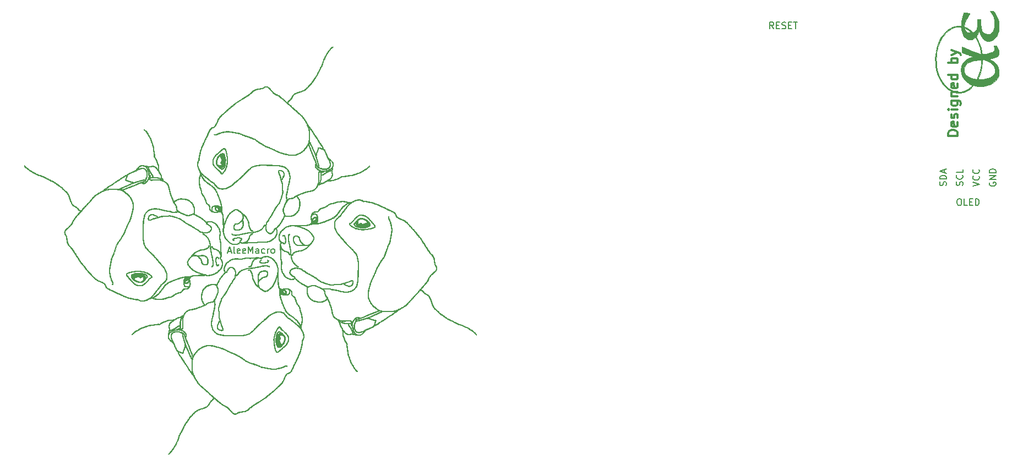
<source format=gto>
G04 #@! TF.GenerationSoftware,KiCad,Pcbnew,(5.1.4)-1*
G04 #@! TF.CreationDate,2021-07-20T11:22:30+01:00*
G04 #@! TF.ProjectId,AleeMacro,416c6565-4d61-4637-926f-2e6b69636164,rev?*
G04 #@! TF.SameCoordinates,Original*
G04 #@! TF.FileFunction,Legend,Top*
G04 #@! TF.FilePolarity,Positive*
%FSLAX46Y46*%
G04 Gerber Fmt 4.6, Leading zero omitted, Abs format (unit mm)*
G04 Created by KiCad (PCBNEW (5.1.4)-1) date 2021-07-20 11:22:30*
%MOMM*%
%LPD*%
G04 APERTURE LIST*
%ADD10C,0.300000*%
%ADD11C,0.150000*%
%ADD12C,0.010000*%
%ADD13C,1.797000*%
%ADD14C,4.387800*%
%ADD15C,2.150000*%
%ADD16C,2.000000*%
%ADD17R,2.000000X2.000000*%
%ADD18R,2.100000X2.100000*%
%ADD19O,2.100000X2.100000*%
%ADD20C,3.448000*%
%ADD21O,2.000000X2.000000*%
%ADD22C,1.187400*%
G04 APERTURE END LIST*
D10*
X175430571Y-73810000D02*
X173930571Y-73810000D01*
X173930571Y-73452857D01*
X174002000Y-73238571D01*
X174144857Y-73095714D01*
X174287714Y-73024285D01*
X174573428Y-72952857D01*
X174787714Y-72952857D01*
X175073428Y-73024285D01*
X175216285Y-73095714D01*
X175359142Y-73238571D01*
X175430571Y-73452857D01*
X175430571Y-73810000D01*
X175359142Y-71738571D02*
X175430571Y-71881428D01*
X175430571Y-72167142D01*
X175359142Y-72310000D01*
X175216285Y-72381428D01*
X174644857Y-72381428D01*
X174502000Y-72310000D01*
X174430571Y-72167142D01*
X174430571Y-71881428D01*
X174502000Y-71738571D01*
X174644857Y-71667142D01*
X174787714Y-71667142D01*
X174930571Y-72381428D01*
X175359142Y-71095714D02*
X175430571Y-70952857D01*
X175430571Y-70667142D01*
X175359142Y-70524285D01*
X175216285Y-70452857D01*
X175144857Y-70452857D01*
X175002000Y-70524285D01*
X174930571Y-70667142D01*
X174930571Y-70881428D01*
X174859142Y-71024285D01*
X174716285Y-71095714D01*
X174644857Y-71095714D01*
X174502000Y-71024285D01*
X174430571Y-70881428D01*
X174430571Y-70667142D01*
X174502000Y-70524285D01*
X175430571Y-69810000D02*
X174430571Y-69810000D01*
X173930571Y-69810000D02*
X174002000Y-69881428D01*
X174073428Y-69810000D01*
X174002000Y-69738571D01*
X173930571Y-69810000D01*
X174073428Y-69810000D01*
X174430571Y-68452857D02*
X175644857Y-68452857D01*
X175787714Y-68524285D01*
X175859142Y-68595714D01*
X175930571Y-68738571D01*
X175930571Y-68952857D01*
X175859142Y-69095714D01*
X175359142Y-68452857D02*
X175430571Y-68595714D01*
X175430571Y-68881428D01*
X175359142Y-69024285D01*
X175287714Y-69095714D01*
X175144857Y-69167142D01*
X174716285Y-69167142D01*
X174573428Y-69095714D01*
X174502000Y-69024285D01*
X174430571Y-68881428D01*
X174430571Y-68595714D01*
X174502000Y-68452857D01*
X174430571Y-67738571D02*
X175430571Y-67738571D01*
X174573428Y-67738571D02*
X174502000Y-67667142D01*
X174430571Y-67524285D01*
X174430571Y-67310000D01*
X174502000Y-67167142D01*
X174644857Y-67095714D01*
X175430571Y-67095714D01*
X175359142Y-65810000D02*
X175430571Y-65952857D01*
X175430571Y-66238571D01*
X175359142Y-66381428D01*
X175216285Y-66452857D01*
X174644857Y-66452857D01*
X174502000Y-66381428D01*
X174430571Y-66238571D01*
X174430571Y-65952857D01*
X174502000Y-65810000D01*
X174644857Y-65738571D01*
X174787714Y-65738571D01*
X174930571Y-66452857D01*
X175430571Y-64452857D02*
X173930571Y-64452857D01*
X175359142Y-64452857D02*
X175430571Y-64595714D01*
X175430571Y-64881428D01*
X175359142Y-65024285D01*
X175287714Y-65095714D01*
X175144857Y-65167142D01*
X174716285Y-65167142D01*
X174573428Y-65095714D01*
X174502000Y-65024285D01*
X174430571Y-64881428D01*
X174430571Y-64595714D01*
X174502000Y-64452857D01*
X175430571Y-62595714D02*
X173930571Y-62595714D01*
X174502000Y-62595714D02*
X174430571Y-62452857D01*
X174430571Y-62167142D01*
X174502000Y-62024285D01*
X174573428Y-61952857D01*
X174716285Y-61881428D01*
X175144857Y-61881428D01*
X175287714Y-61952857D01*
X175359142Y-62024285D01*
X175430571Y-62167142D01*
X175430571Y-62452857D01*
X175359142Y-62595714D01*
X174430571Y-61381428D02*
X175430571Y-61024285D01*
X174430571Y-60667142D02*
X175430571Y-61024285D01*
X175787714Y-61167142D01*
X175859142Y-61238571D01*
X175930571Y-61381428D01*
D11*
X180348000Y-81025904D02*
X180300380Y-81121142D01*
X180300380Y-81264000D01*
X180348000Y-81406857D01*
X180443238Y-81502095D01*
X180538476Y-81549714D01*
X180728952Y-81597333D01*
X180871809Y-81597333D01*
X181062285Y-81549714D01*
X181157523Y-81502095D01*
X181252761Y-81406857D01*
X181300380Y-81264000D01*
X181300380Y-81168761D01*
X181252761Y-81025904D01*
X181205142Y-80978285D01*
X180871809Y-80978285D01*
X180871809Y-81168761D01*
X181300380Y-80549714D02*
X180300380Y-80549714D01*
X181300380Y-79978285D01*
X180300380Y-79978285D01*
X181300380Y-79502095D02*
X180300380Y-79502095D01*
X180300380Y-79264000D01*
X180348000Y-79121142D01*
X180443238Y-79025904D01*
X180538476Y-78978285D01*
X180728952Y-78930666D01*
X180871809Y-78930666D01*
X181062285Y-78978285D01*
X181157523Y-79025904D01*
X181252761Y-79121142D01*
X181300380Y-79264000D01*
X181300380Y-79502095D01*
X147137619Y-57348380D02*
X146804285Y-56872190D01*
X146566190Y-57348380D02*
X146566190Y-56348380D01*
X146947142Y-56348380D01*
X147042380Y-56396000D01*
X147090000Y-56443619D01*
X147137619Y-56538857D01*
X147137619Y-56681714D01*
X147090000Y-56776952D01*
X147042380Y-56824571D01*
X146947142Y-56872190D01*
X146566190Y-56872190D01*
X147566190Y-56824571D02*
X147899523Y-56824571D01*
X148042380Y-57348380D02*
X147566190Y-57348380D01*
X147566190Y-56348380D01*
X148042380Y-56348380D01*
X148423333Y-57300761D02*
X148566190Y-57348380D01*
X148804285Y-57348380D01*
X148899523Y-57300761D01*
X148947142Y-57253142D01*
X148994761Y-57157904D01*
X148994761Y-57062666D01*
X148947142Y-56967428D01*
X148899523Y-56919809D01*
X148804285Y-56872190D01*
X148613809Y-56824571D01*
X148518571Y-56776952D01*
X148470952Y-56729333D01*
X148423333Y-56634095D01*
X148423333Y-56538857D01*
X148470952Y-56443619D01*
X148518571Y-56396000D01*
X148613809Y-56348380D01*
X148851904Y-56348380D01*
X148994761Y-56396000D01*
X149423333Y-56824571D02*
X149756666Y-56824571D01*
X149899523Y-57348380D02*
X149423333Y-57348380D01*
X149423333Y-56348380D01*
X149899523Y-56348380D01*
X150185238Y-56348380D02*
X150756666Y-56348380D01*
X150470952Y-57348380D02*
X150470952Y-56348380D01*
X63230571Y-91606666D02*
X63706761Y-91606666D01*
X63135333Y-91892380D02*
X63468666Y-90892380D01*
X63802000Y-91892380D01*
X64278190Y-91892380D02*
X64182952Y-91844761D01*
X64135333Y-91749523D01*
X64135333Y-90892380D01*
X65040095Y-91844761D02*
X64944857Y-91892380D01*
X64754380Y-91892380D01*
X64659142Y-91844761D01*
X64611523Y-91749523D01*
X64611523Y-91368571D01*
X64659142Y-91273333D01*
X64754380Y-91225714D01*
X64944857Y-91225714D01*
X65040095Y-91273333D01*
X65087714Y-91368571D01*
X65087714Y-91463809D01*
X64611523Y-91559047D01*
X65897238Y-91844761D02*
X65802000Y-91892380D01*
X65611523Y-91892380D01*
X65516285Y-91844761D01*
X65468666Y-91749523D01*
X65468666Y-91368571D01*
X65516285Y-91273333D01*
X65611523Y-91225714D01*
X65802000Y-91225714D01*
X65897238Y-91273333D01*
X65944857Y-91368571D01*
X65944857Y-91463809D01*
X65468666Y-91559047D01*
X66373428Y-91892380D02*
X66373428Y-90892380D01*
X66706761Y-91606666D01*
X67040095Y-90892380D01*
X67040095Y-91892380D01*
X67944857Y-91892380D02*
X67944857Y-91368571D01*
X67897238Y-91273333D01*
X67802000Y-91225714D01*
X67611523Y-91225714D01*
X67516285Y-91273333D01*
X67944857Y-91844761D02*
X67849619Y-91892380D01*
X67611523Y-91892380D01*
X67516285Y-91844761D01*
X67468666Y-91749523D01*
X67468666Y-91654285D01*
X67516285Y-91559047D01*
X67611523Y-91511428D01*
X67849619Y-91511428D01*
X67944857Y-91463809D01*
X68849619Y-91844761D02*
X68754380Y-91892380D01*
X68563904Y-91892380D01*
X68468666Y-91844761D01*
X68421047Y-91797142D01*
X68373428Y-91701904D01*
X68373428Y-91416190D01*
X68421047Y-91320952D01*
X68468666Y-91273333D01*
X68563904Y-91225714D01*
X68754380Y-91225714D01*
X68849619Y-91273333D01*
X69278190Y-91892380D02*
X69278190Y-91225714D01*
X69278190Y-91416190D02*
X69325809Y-91320952D01*
X69373428Y-91273333D01*
X69468666Y-91225714D01*
X69563904Y-91225714D01*
X70040095Y-91892380D02*
X69944857Y-91844761D01*
X69897238Y-91797142D01*
X69849619Y-91701904D01*
X69849619Y-91416190D01*
X69897238Y-91320952D01*
X69944857Y-91273333D01*
X70040095Y-91225714D01*
X70182952Y-91225714D01*
X70278190Y-91273333D01*
X70325809Y-91320952D01*
X70373428Y-91416190D01*
X70373428Y-91701904D01*
X70325809Y-91797142D01*
X70278190Y-91844761D01*
X70182952Y-91892380D01*
X70040095Y-91892380D01*
X177760380Y-81597333D02*
X178760380Y-81264000D01*
X177760380Y-80930666D01*
X178665142Y-80025904D02*
X178712761Y-80073523D01*
X178760380Y-80216380D01*
X178760380Y-80311619D01*
X178712761Y-80454476D01*
X178617523Y-80549714D01*
X178522285Y-80597333D01*
X178331809Y-80644952D01*
X178188952Y-80644952D01*
X177998476Y-80597333D01*
X177903238Y-80549714D01*
X177808000Y-80454476D01*
X177760380Y-80311619D01*
X177760380Y-80216380D01*
X177808000Y-80073523D01*
X177855619Y-80025904D01*
X178665142Y-79025904D02*
X178712761Y-79073523D01*
X178760380Y-79216380D01*
X178760380Y-79311619D01*
X178712761Y-79454476D01*
X178617523Y-79549714D01*
X178522285Y-79597333D01*
X178331809Y-79644952D01*
X178188952Y-79644952D01*
X177998476Y-79597333D01*
X177903238Y-79549714D01*
X177808000Y-79454476D01*
X177760380Y-79311619D01*
X177760380Y-79216380D01*
X177808000Y-79073523D01*
X177855619Y-79025904D01*
X176172761Y-81454476D02*
X176220380Y-81311619D01*
X176220380Y-81073523D01*
X176172761Y-80978285D01*
X176125142Y-80930666D01*
X176029904Y-80883047D01*
X175934666Y-80883047D01*
X175839428Y-80930666D01*
X175791809Y-80978285D01*
X175744190Y-81073523D01*
X175696571Y-81264000D01*
X175648952Y-81359238D01*
X175601333Y-81406857D01*
X175506095Y-81454476D01*
X175410857Y-81454476D01*
X175315619Y-81406857D01*
X175268000Y-81359238D01*
X175220380Y-81264000D01*
X175220380Y-81025904D01*
X175268000Y-80883047D01*
X176125142Y-79883047D02*
X176172761Y-79930666D01*
X176220380Y-80073523D01*
X176220380Y-80168761D01*
X176172761Y-80311619D01*
X176077523Y-80406857D01*
X175982285Y-80454476D01*
X175791809Y-80502095D01*
X175648952Y-80502095D01*
X175458476Y-80454476D01*
X175363238Y-80406857D01*
X175268000Y-80311619D01*
X175220380Y-80168761D01*
X175220380Y-80073523D01*
X175268000Y-79930666D01*
X175315619Y-79883047D01*
X176220380Y-78978285D02*
X176220380Y-79454476D01*
X175220380Y-79454476D01*
X173632761Y-81478285D02*
X173680380Y-81335428D01*
X173680380Y-81097333D01*
X173632761Y-81002095D01*
X173585142Y-80954476D01*
X173489904Y-80906857D01*
X173394666Y-80906857D01*
X173299428Y-80954476D01*
X173251809Y-81002095D01*
X173204190Y-81097333D01*
X173156571Y-81287809D01*
X173108952Y-81383047D01*
X173061333Y-81430666D01*
X172966095Y-81478285D01*
X172870857Y-81478285D01*
X172775619Y-81430666D01*
X172728000Y-81383047D01*
X172680380Y-81287809D01*
X172680380Y-81049714D01*
X172728000Y-80906857D01*
X173680380Y-80478285D02*
X172680380Y-80478285D01*
X172680380Y-80240190D01*
X172728000Y-80097333D01*
X172823238Y-80002095D01*
X172918476Y-79954476D01*
X173108952Y-79906857D01*
X173251809Y-79906857D01*
X173442285Y-79954476D01*
X173537523Y-80002095D01*
X173632761Y-80097333D01*
X173680380Y-80240190D01*
X173680380Y-80478285D01*
X173394666Y-79525904D02*
X173394666Y-79049714D01*
X173680380Y-79621142D02*
X172680380Y-79287809D01*
X173680380Y-78954476D01*
D12*
G36*
X49577147Y-96383814D02*
G01*
X49496261Y-96380008D01*
X49426082Y-96372217D01*
X49359301Y-96359407D01*
X49288608Y-96340540D01*
X49225788Y-96320868D01*
X49172130Y-96301339D01*
X49110767Y-96275865D01*
X49047783Y-96247333D01*
X48989263Y-96218630D01*
X48941291Y-96192640D01*
X48909954Y-96172250D01*
X48906700Y-96169532D01*
X48880942Y-96154674D01*
X48866484Y-96151700D01*
X48846337Y-96146577D01*
X48842084Y-96142175D01*
X48830568Y-96129881D01*
X48804757Y-96107295D01*
X48774350Y-96082591D01*
X48729623Y-96046540D01*
X48683507Y-96008160D01*
X48659268Y-95987341D01*
X48619605Y-95953022D01*
X48573138Y-95913414D01*
X48544968Y-95889694D01*
X48504804Y-95855120D01*
X48466737Y-95820748D01*
X48445980Y-95800892D01*
X48399084Y-95739596D01*
X48359223Y-95659764D01*
X48328182Y-95567710D01*
X48307745Y-95469747D01*
X48299696Y-95372190D01*
X48303582Y-95297001D01*
X48312883Y-95248995D01*
X48330132Y-95213663D01*
X48358109Y-95181525D01*
X48386288Y-95155308D01*
X48407884Y-95138724D01*
X48414770Y-95135700D01*
X48431273Y-95129425D01*
X48460177Y-95113610D01*
X48473939Y-95105189D01*
X48549480Y-95064434D01*
X48644294Y-95024151D01*
X48752299Y-94986338D01*
X48867414Y-94952995D01*
X48983557Y-94926118D01*
X49060100Y-94912544D01*
X49153776Y-94902693D01*
X49269006Y-94898098D01*
X49402496Y-94898753D01*
X49550950Y-94904654D01*
X49682400Y-94913472D01*
X49840411Y-94927814D01*
X49982726Y-94944632D01*
X50106819Y-94963551D01*
X50210163Y-94984193D01*
X50278537Y-95002416D01*
X50333798Y-95019171D01*
X50388115Y-95034911D01*
X50430144Y-95046354D01*
X50431700Y-95046749D01*
X50466893Y-95059214D01*
X50508277Y-95078933D01*
X50549446Y-95102126D01*
X50583988Y-95125016D01*
X50605495Y-95143821D01*
X50609476Y-95151575D01*
X50619599Y-95160537D01*
X50625375Y-95161246D01*
X50640051Y-95171830D01*
X50658344Y-95198310D01*
X50665519Y-95212046D01*
X50682462Y-95242722D01*
X50696749Y-95260722D01*
X50700716Y-95262700D01*
X50712948Y-95273086D01*
X50726690Y-95297625D01*
X50744140Y-95330024D01*
X50769247Y-95368075D01*
X50777218Y-95378828D01*
X50806717Y-95436777D01*
X50811113Y-95490419D01*
X50685700Y-95490419D01*
X50679085Y-95471274D01*
X50661735Y-95437553D01*
X50637391Y-95395550D01*
X50609797Y-95351557D01*
X50582693Y-95311870D01*
X50568000Y-95292464D01*
X50537703Y-95258720D01*
X50500247Y-95221919D01*
X50476569Y-95201137D01*
X50451057Y-95186519D01*
X50410491Y-95169071D01*
X50364415Y-95152290D01*
X50322372Y-95139675D01*
X50295493Y-95134759D01*
X50270270Y-95129003D01*
X50234478Y-95115750D01*
X50222150Y-95110300D01*
X50190448Y-95095849D01*
X50170130Y-95087008D01*
X50166968Y-95085842D01*
X50173339Y-95093625D01*
X50194080Y-95115257D01*
X50225401Y-95146831D01*
X50243168Y-95164456D01*
X50316034Y-95237719D01*
X50372963Y-95298426D01*
X50417245Y-95350616D01*
X50452171Y-95398331D01*
X50481032Y-95445609D01*
X50497361Y-95476551D01*
X50519684Y-95523270D01*
X50536609Y-95563042D01*
X50545372Y-95589205D01*
X50546000Y-95593719D01*
X50550586Y-95616530D01*
X50554237Y-95622303D01*
X50567079Y-95619064D01*
X50590611Y-95601487D01*
X50619486Y-95574935D01*
X50648360Y-95544771D01*
X50671887Y-95516357D01*
X50684722Y-95495054D01*
X50685700Y-95490419D01*
X50811113Y-95490419D01*
X50811917Y-95500217D01*
X50800334Y-95547575D01*
X50787705Y-95566903D01*
X50761846Y-95597862D01*
X50733557Y-95628934D01*
X50188892Y-95628934D01*
X50185600Y-95600903D01*
X50171174Y-95568876D01*
X50147581Y-95536317D01*
X50146854Y-95535525D01*
X50129276Y-95518947D01*
X50110640Y-95510030D01*
X50084903Y-95508291D01*
X50046023Y-95513249D01*
X49993550Y-95523290D01*
X49972163Y-95534286D01*
X49939766Y-95558402D01*
X49903098Y-95590585D01*
X49900430Y-95593120D01*
X49842423Y-95643445D01*
X49792772Y-95672740D01*
X49746430Y-95681549D01*
X49698349Y-95670416D01*
X49643483Y-95639887D01*
X49619926Y-95623402D01*
X49580837Y-95592709D01*
X49550536Y-95564706D01*
X49534639Y-95544680D01*
X49533733Y-95542301D01*
X49515595Y-95517110D01*
X49481344Y-95498614D01*
X49446917Y-95492160D01*
X49424989Y-95495922D01*
X49385139Y-95506784D01*
X49333263Y-95523019D01*
X49281817Y-95540565D01*
X49215121Y-95563821D01*
X49146487Y-95587165D01*
X49085575Y-95607336D01*
X49053750Y-95617499D01*
X48995940Y-95639342D01*
X48935948Y-95668010D01*
X48895000Y-95692060D01*
X48840939Y-95737821D01*
X48812081Y-95785692D01*
X48808437Y-95835803D01*
X48830019Y-95888283D01*
X48876837Y-95943261D01*
X48919958Y-95979746D01*
X48957873Y-96006433D01*
X49006516Y-96037284D01*
X49060640Y-96069373D01*
X49114995Y-96099776D01*
X49164335Y-96125568D01*
X49203411Y-96143823D01*
X49226976Y-96151617D01*
X49228473Y-96151711D01*
X49247224Y-96156864D01*
X49281456Y-96170387D01*
X49323881Y-96189393D01*
X49325366Y-96190094D01*
X49397614Y-96216346D01*
X49484959Y-96235827D01*
X49580079Y-96247989D01*
X49675654Y-96252281D01*
X49764362Y-96248154D01*
X49838882Y-96235058D01*
X49855645Y-96229905D01*
X49945474Y-96186135D01*
X50026302Y-96122201D01*
X50093514Y-96042956D01*
X50142494Y-95953255D01*
X50156564Y-95913473D01*
X50167882Y-95864866D01*
X50177476Y-95804547D01*
X50184644Y-95740077D01*
X50188684Y-95679019D01*
X50188892Y-95628934D01*
X50733557Y-95628934D01*
X50727043Y-95636088D01*
X50687582Y-95677213D01*
X50647752Y-95716872D01*
X50611837Y-95750700D01*
X50584126Y-95774331D01*
X50568905Y-95783398D01*
X50568776Y-95783400D01*
X50560994Y-95794212D01*
X50558700Y-95812888D01*
X50551234Y-95840310D01*
X50532334Y-95875845D01*
X50520954Y-95892263D01*
X50498606Y-95926022D01*
X50484878Y-95954876D01*
X50482854Y-95964375D01*
X50472434Y-95982652D01*
X50451813Y-95986600D01*
X50430062Y-95993412D01*
X50400664Y-96015344D01*
X50360900Y-96054645D01*
X50334338Y-96083681D01*
X50280896Y-96143347D01*
X50241099Y-96187229D01*
X50211709Y-96218518D01*
X50189484Y-96240403D01*
X50171183Y-96256074D01*
X50153566Y-96268721D01*
X50133392Y-96281534D01*
X50133250Y-96281622D01*
X50096394Y-96301080D01*
X50045338Y-96323789D01*
X49990098Y-96345343D01*
X49980850Y-96348632D01*
X49940414Y-96362186D01*
X49905293Y-96371802D01*
X49869694Y-96378165D01*
X49827825Y-96381960D01*
X49773892Y-96383873D01*
X49702103Y-96384588D01*
X49676050Y-96384672D01*
X49577147Y-96383814D01*
X49577147Y-96383814D01*
G37*
X49577147Y-96383814D02*
X49496261Y-96380008D01*
X49426082Y-96372217D01*
X49359301Y-96359407D01*
X49288608Y-96340540D01*
X49225788Y-96320868D01*
X49172130Y-96301339D01*
X49110767Y-96275865D01*
X49047783Y-96247333D01*
X48989263Y-96218630D01*
X48941291Y-96192640D01*
X48909954Y-96172250D01*
X48906700Y-96169532D01*
X48880942Y-96154674D01*
X48866484Y-96151700D01*
X48846337Y-96146577D01*
X48842084Y-96142175D01*
X48830568Y-96129881D01*
X48804757Y-96107295D01*
X48774350Y-96082591D01*
X48729623Y-96046540D01*
X48683507Y-96008160D01*
X48659268Y-95987341D01*
X48619605Y-95953022D01*
X48573138Y-95913414D01*
X48544968Y-95889694D01*
X48504804Y-95855120D01*
X48466737Y-95820748D01*
X48445980Y-95800892D01*
X48399084Y-95739596D01*
X48359223Y-95659764D01*
X48328182Y-95567710D01*
X48307745Y-95469747D01*
X48299696Y-95372190D01*
X48303582Y-95297001D01*
X48312883Y-95248995D01*
X48330132Y-95213663D01*
X48358109Y-95181525D01*
X48386288Y-95155308D01*
X48407884Y-95138724D01*
X48414770Y-95135700D01*
X48431273Y-95129425D01*
X48460177Y-95113610D01*
X48473939Y-95105189D01*
X48549480Y-95064434D01*
X48644294Y-95024151D01*
X48752299Y-94986338D01*
X48867414Y-94952995D01*
X48983557Y-94926118D01*
X49060100Y-94912544D01*
X49153776Y-94902693D01*
X49269006Y-94898098D01*
X49402496Y-94898753D01*
X49550950Y-94904654D01*
X49682400Y-94913472D01*
X49840411Y-94927814D01*
X49982726Y-94944632D01*
X50106819Y-94963551D01*
X50210163Y-94984193D01*
X50278537Y-95002416D01*
X50333798Y-95019171D01*
X50388115Y-95034911D01*
X50430144Y-95046354D01*
X50431700Y-95046749D01*
X50466893Y-95059214D01*
X50508277Y-95078933D01*
X50549446Y-95102126D01*
X50583988Y-95125016D01*
X50605495Y-95143821D01*
X50609476Y-95151575D01*
X50619599Y-95160537D01*
X50625375Y-95161246D01*
X50640051Y-95171830D01*
X50658344Y-95198310D01*
X50665519Y-95212046D01*
X50682462Y-95242722D01*
X50696749Y-95260722D01*
X50700716Y-95262700D01*
X50712948Y-95273086D01*
X50726690Y-95297625D01*
X50744140Y-95330024D01*
X50769247Y-95368075D01*
X50777218Y-95378828D01*
X50806717Y-95436777D01*
X50811113Y-95490419D01*
X50685700Y-95490419D01*
X50679085Y-95471274D01*
X50661735Y-95437553D01*
X50637391Y-95395550D01*
X50609797Y-95351557D01*
X50582693Y-95311870D01*
X50568000Y-95292464D01*
X50537703Y-95258720D01*
X50500247Y-95221919D01*
X50476569Y-95201137D01*
X50451057Y-95186519D01*
X50410491Y-95169071D01*
X50364415Y-95152290D01*
X50322372Y-95139675D01*
X50295493Y-95134759D01*
X50270270Y-95129003D01*
X50234478Y-95115750D01*
X50222150Y-95110300D01*
X50190448Y-95095849D01*
X50170130Y-95087008D01*
X50166968Y-95085842D01*
X50173339Y-95093625D01*
X50194080Y-95115257D01*
X50225401Y-95146831D01*
X50243168Y-95164456D01*
X50316034Y-95237719D01*
X50372963Y-95298426D01*
X50417245Y-95350616D01*
X50452171Y-95398331D01*
X50481032Y-95445609D01*
X50497361Y-95476551D01*
X50519684Y-95523270D01*
X50536609Y-95563042D01*
X50545372Y-95589205D01*
X50546000Y-95593719D01*
X50550586Y-95616530D01*
X50554237Y-95622303D01*
X50567079Y-95619064D01*
X50590611Y-95601487D01*
X50619486Y-95574935D01*
X50648360Y-95544771D01*
X50671887Y-95516357D01*
X50684722Y-95495054D01*
X50685700Y-95490419D01*
X50811113Y-95490419D01*
X50811917Y-95500217D01*
X50800334Y-95547575D01*
X50787705Y-95566903D01*
X50761846Y-95597862D01*
X50733557Y-95628934D01*
X50188892Y-95628934D01*
X50185600Y-95600903D01*
X50171174Y-95568876D01*
X50147581Y-95536317D01*
X50146854Y-95535525D01*
X50129276Y-95518947D01*
X50110640Y-95510030D01*
X50084903Y-95508291D01*
X50046023Y-95513249D01*
X49993550Y-95523290D01*
X49972163Y-95534286D01*
X49939766Y-95558402D01*
X49903098Y-95590585D01*
X49900430Y-95593120D01*
X49842423Y-95643445D01*
X49792772Y-95672740D01*
X49746430Y-95681549D01*
X49698349Y-95670416D01*
X49643483Y-95639887D01*
X49619926Y-95623402D01*
X49580837Y-95592709D01*
X49550536Y-95564706D01*
X49534639Y-95544680D01*
X49533733Y-95542301D01*
X49515595Y-95517110D01*
X49481344Y-95498614D01*
X49446917Y-95492160D01*
X49424989Y-95495922D01*
X49385139Y-95506784D01*
X49333263Y-95523019D01*
X49281817Y-95540565D01*
X49215121Y-95563821D01*
X49146487Y-95587165D01*
X49085575Y-95607336D01*
X49053750Y-95617499D01*
X48995940Y-95639342D01*
X48935948Y-95668010D01*
X48895000Y-95692060D01*
X48840939Y-95737821D01*
X48812081Y-95785692D01*
X48808437Y-95835803D01*
X48830019Y-95888283D01*
X48876837Y-95943261D01*
X48919958Y-95979746D01*
X48957873Y-96006433D01*
X49006516Y-96037284D01*
X49060640Y-96069373D01*
X49114995Y-96099776D01*
X49164335Y-96125568D01*
X49203411Y-96143823D01*
X49226976Y-96151617D01*
X49228473Y-96151711D01*
X49247224Y-96156864D01*
X49281456Y-96170387D01*
X49323881Y-96189393D01*
X49325366Y-96190094D01*
X49397614Y-96216346D01*
X49484959Y-96235827D01*
X49580079Y-96247989D01*
X49675654Y-96252281D01*
X49764362Y-96248154D01*
X49838882Y-96235058D01*
X49855645Y-96229905D01*
X49945474Y-96186135D01*
X50026302Y-96122201D01*
X50093514Y-96042956D01*
X50142494Y-95953255D01*
X50156564Y-95913473D01*
X50167882Y-95864866D01*
X50177476Y-95804547D01*
X50184644Y-95740077D01*
X50188684Y-95679019D01*
X50188892Y-95628934D01*
X50733557Y-95628934D01*
X50727043Y-95636088D01*
X50687582Y-95677213D01*
X50647752Y-95716872D01*
X50611837Y-95750700D01*
X50584126Y-95774331D01*
X50568905Y-95783398D01*
X50568776Y-95783400D01*
X50560994Y-95794212D01*
X50558700Y-95812888D01*
X50551234Y-95840310D01*
X50532334Y-95875845D01*
X50520954Y-95892263D01*
X50498606Y-95926022D01*
X50484878Y-95954876D01*
X50482854Y-95964375D01*
X50472434Y-95982652D01*
X50451813Y-95986600D01*
X50430062Y-95993412D01*
X50400664Y-96015344D01*
X50360900Y-96054645D01*
X50334338Y-96083681D01*
X50280896Y-96143347D01*
X50241099Y-96187229D01*
X50211709Y-96218518D01*
X50189484Y-96240403D01*
X50171183Y-96256074D01*
X50153566Y-96268721D01*
X50133392Y-96281534D01*
X50133250Y-96281622D01*
X50096394Y-96301080D01*
X50045338Y-96323789D01*
X49990098Y-96345343D01*
X49980850Y-96348632D01*
X49940414Y-96362186D01*
X49905293Y-96371802D01*
X49869694Y-96378165D01*
X49827825Y-96381960D01*
X49773892Y-96383873D01*
X49702103Y-96384588D01*
X49676050Y-96384672D01*
X49577147Y-96383814D01*
G36*
X61529403Y-93820606D02*
G01*
X61473199Y-93798718D01*
X61432636Y-93760580D01*
X61421474Y-93742930D01*
X61401833Y-93698698D01*
X61379654Y-93634087D01*
X61356071Y-93553852D01*
X61332217Y-93462747D01*
X61309226Y-93365526D01*
X61288230Y-93266944D01*
X61270363Y-93171755D01*
X61256758Y-93084713D01*
X61249433Y-93021150D01*
X61244494Y-92959182D01*
X61242813Y-92910326D01*
X61244976Y-92866019D01*
X61251568Y-92817694D01*
X61263176Y-92756788D01*
X61269637Y-92725634D01*
X61290966Y-92635661D01*
X61313374Y-92567143D01*
X61338672Y-92516144D01*
X61368670Y-92478729D01*
X61392096Y-92459444D01*
X61427449Y-92445241D01*
X61478912Y-92437030D01*
X61537844Y-92435104D01*
X61595600Y-92439754D01*
X61642774Y-92450987D01*
X61686236Y-92476663D01*
X61729993Y-92518386D01*
X61768799Y-92569114D01*
X61797408Y-92621803D01*
X61810575Y-92669412D01*
X61810900Y-92676688D01*
X61809076Y-92707180D01*
X61798872Y-92719960D01*
X61773190Y-92722685D01*
X61768249Y-92722700D01*
X61743116Y-92720160D01*
X61722975Y-92709265D01*
X61701547Y-92685099D01*
X61679463Y-92653218D01*
X61649866Y-92613010D01*
X61619808Y-92579083D01*
X61599818Y-92561778D01*
X61548623Y-92541537D01*
X61497536Y-92544149D01*
X61452436Y-92567731D01*
X61419206Y-92610401D01*
X61414486Y-92621100D01*
X61406111Y-92646818D01*
X61393761Y-92690148D01*
X61379406Y-92744010D01*
X61370647Y-92778457D01*
X61356298Y-92838572D01*
X61348125Y-92883648D01*
X61345464Y-92923109D01*
X61347651Y-92966377D01*
X61353634Y-93019757D01*
X61362242Y-93080641D01*
X61372486Y-93140403D01*
X61382512Y-93188523D01*
X61385157Y-93198950D01*
X61397723Y-93249090D01*
X61410910Y-93307334D01*
X61417400Y-93338650D01*
X61429804Y-93394899D01*
X61445855Y-93458471D01*
X61463664Y-93522803D01*
X61481346Y-93581329D01*
X61497012Y-93627487D01*
X61507736Y-93652857D01*
X61539491Y-93697880D01*
X61572847Y-93718149D01*
X61606980Y-93713445D01*
X61637991Y-93687319D01*
X61659185Y-93657944D01*
X61670577Y-93634003D01*
X61671200Y-93629776D01*
X61681705Y-93616953D01*
X61706629Y-93611398D01*
X61736087Y-93613003D01*
X61760192Y-93621657D01*
X61768245Y-93630846D01*
X61771753Y-93670287D01*
X61759389Y-93717599D01*
X61734219Y-93763728D01*
X61715919Y-93785422D01*
X61687646Y-93810570D01*
X61661085Y-93823139D01*
X61625109Y-93827329D01*
X61604171Y-93827600D01*
X61529403Y-93820606D01*
X61529403Y-93820606D01*
G37*
X61529403Y-93820606D02*
X61473199Y-93798718D01*
X61432636Y-93760580D01*
X61421474Y-93742930D01*
X61401833Y-93698698D01*
X61379654Y-93634087D01*
X61356071Y-93553852D01*
X61332217Y-93462747D01*
X61309226Y-93365526D01*
X61288230Y-93266944D01*
X61270363Y-93171755D01*
X61256758Y-93084713D01*
X61249433Y-93021150D01*
X61244494Y-92959182D01*
X61242813Y-92910326D01*
X61244976Y-92866019D01*
X61251568Y-92817694D01*
X61263176Y-92756788D01*
X61269637Y-92725634D01*
X61290966Y-92635661D01*
X61313374Y-92567143D01*
X61338672Y-92516144D01*
X61368670Y-92478729D01*
X61392096Y-92459444D01*
X61427449Y-92445241D01*
X61478912Y-92437030D01*
X61537844Y-92435104D01*
X61595600Y-92439754D01*
X61642774Y-92450987D01*
X61686236Y-92476663D01*
X61729993Y-92518386D01*
X61768799Y-92569114D01*
X61797408Y-92621803D01*
X61810575Y-92669412D01*
X61810900Y-92676688D01*
X61809076Y-92707180D01*
X61798872Y-92719960D01*
X61773190Y-92722685D01*
X61768249Y-92722700D01*
X61743116Y-92720160D01*
X61722975Y-92709265D01*
X61701547Y-92685099D01*
X61679463Y-92653218D01*
X61649866Y-92613010D01*
X61619808Y-92579083D01*
X61599818Y-92561778D01*
X61548623Y-92541537D01*
X61497536Y-92544149D01*
X61452436Y-92567731D01*
X61419206Y-92610401D01*
X61414486Y-92621100D01*
X61406111Y-92646818D01*
X61393761Y-92690148D01*
X61379406Y-92744010D01*
X61370647Y-92778457D01*
X61356298Y-92838572D01*
X61348125Y-92883648D01*
X61345464Y-92923109D01*
X61347651Y-92966377D01*
X61353634Y-93019757D01*
X61362242Y-93080641D01*
X61372486Y-93140403D01*
X61382512Y-93188523D01*
X61385157Y-93198950D01*
X61397723Y-93249090D01*
X61410910Y-93307334D01*
X61417400Y-93338650D01*
X61429804Y-93394899D01*
X61445855Y-93458471D01*
X61463664Y-93522803D01*
X61481346Y-93581329D01*
X61497012Y-93627487D01*
X61507736Y-93652857D01*
X61539491Y-93697880D01*
X61572847Y-93718149D01*
X61606980Y-93713445D01*
X61637991Y-93687319D01*
X61659185Y-93657944D01*
X61670577Y-93634003D01*
X61671200Y-93629776D01*
X61681705Y-93616953D01*
X61706629Y-93611398D01*
X61736087Y-93613003D01*
X61760192Y-93621657D01*
X61768245Y-93630846D01*
X61771753Y-93670287D01*
X61759389Y-93717599D01*
X61734219Y-93763728D01*
X61715919Y-93785422D01*
X61687646Y-93810570D01*
X61661085Y-93823139D01*
X61625109Y-93827329D01*
X61604171Y-93827600D01*
X61529403Y-93820606D01*
G36*
X60698245Y-93978520D02*
G01*
X60684156Y-93969895D01*
X60680679Y-93947854D01*
X60680600Y-93937764D01*
X60692170Y-93890910D01*
X60711324Y-93866665D01*
X60747045Y-93818864D01*
X60778764Y-93746639D01*
X60806215Y-93650691D01*
X60821935Y-93574328D01*
X60829699Y-93530285D01*
X60835349Y-93492671D01*
X60838761Y-93457480D01*
X60839810Y-93420706D01*
X60838371Y-93378344D01*
X60834318Y-93326387D01*
X60827527Y-93260830D01*
X60817873Y-93177667D01*
X60806656Y-93084650D01*
X60798210Y-93016330D01*
X60790152Y-92955309D01*
X60781825Y-92898276D01*
X60772571Y-92841919D01*
X60761731Y-92782926D01*
X60748649Y-92717986D01*
X60732665Y-92643787D01*
X60713122Y-92557017D01*
X60689361Y-92454363D01*
X60660726Y-92332516D01*
X60638867Y-92240100D01*
X60622977Y-92166365D01*
X60607626Y-92083799D01*
X60595326Y-92006299D01*
X60591813Y-91979750D01*
X60583192Y-91917062D01*
X60573118Y-91856025D01*
X60563230Y-91806188D01*
X60559087Y-91789250D01*
X60529199Y-91668454D01*
X60504692Y-91544192D01*
X60484891Y-91411598D01*
X60469122Y-91265806D01*
X60456709Y-91101948D01*
X60451698Y-91014550D01*
X60446990Y-90933916D01*
X60441633Y-90857564D01*
X60436073Y-90790880D01*
X60430755Y-90739251D01*
X60426475Y-90709750D01*
X60419405Y-90671928D01*
X60409617Y-90616623D01*
X60398433Y-90551430D01*
X60387761Y-90487500D01*
X60374021Y-90413515D01*
X60357040Y-90336146D01*
X60339186Y-90265586D01*
X60325834Y-90220800D01*
X60307204Y-90163779D01*
X60289567Y-90108303D01*
X60276066Y-90064299D01*
X60273546Y-90055700D01*
X60259816Y-90013226D01*
X60245326Y-89975874D01*
X60241108Y-89966800D01*
X60221566Y-89925637D01*
X60194401Y-89865021D01*
X60161452Y-89789077D01*
X60153282Y-89769950D01*
X60130537Y-89725124D01*
X60096901Y-89668910D01*
X60057725Y-89609447D01*
X60018357Y-89554876D01*
X59985766Y-89515099D01*
X59955466Y-89479918D01*
X59927862Y-89445010D01*
X59924950Y-89441043D01*
X59847527Y-89344250D01*
X59772780Y-89271424D01*
X59702700Y-89223865D01*
X59669183Y-89203586D01*
X59622822Y-89171807D01*
X59570315Y-89133257D01*
X59528761Y-89101021D01*
X59476659Y-89059962D01*
X59426237Y-89021029D01*
X59383965Y-88989175D01*
X59360486Y-88972202D01*
X59328788Y-88947579D01*
X59313601Y-88925439D01*
X59309125Y-88896128D01*
X59309000Y-88886477D01*
X59310435Y-88854293D01*
X59319006Y-88840122D01*
X59341120Y-88836589D01*
X59352392Y-88836500D01*
X59382722Y-88839133D01*
X59399407Y-88845567D01*
X59400017Y-88846535D01*
X59411993Y-88858630D01*
X59438773Y-88879821D01*
X59467450Y-88900510D01*
X59508693Y-88929257D01*
X59536111Y-88948837D01*
X59556732Y-88964588D01*
X59577584Y-88981845D01*
X59601100Y-89001994D01*
X59632747Y-89027053D01*
X59677487Y-89059805D01*
X59727032Y-89094230D01*
X59740800Y-89103457D01*
X59803681Y-89145740D01*
X59850463Y-89179207D01*
X59886510Y-89208630D01*
X59917184Y-89238782D01*
X59947848Y-89274433D01*
X59982360Y-89318401D01*
X60018439Y-89364501D01*
X60052297Y-89406397D01*
X60078573Y-89437508D01*
X60086366Y-89446100D01*
X60114376Y-89480407D01*
X60147951Y-89528901D01*
X60184337Y-89586690D01*
X60220779Y-89648879D01*
X60254523Y-89710575D01*
X60282816Y-89766883D01*
X60302904Y-89812909D01*
X60312032Y-89843760D01*
X60312300Y-89847595D01*
X60319828Y-89865169D01*
X60323328Y-89867317D01*
X60333047Y-89881681D01*
X60347534Y-89916816D01*
X60365640Y-89968796D01*
X60386212Y-90033691D01*
X60408101Y-90107574D01*
X60430153Y-90186516D01*
X60451218Y-90266590D01*
X60470145Y-90343867D01*
X60485783Y-90414418D01*
X60490337Y-90437164D01*
X60505649Y-90525174D01*
X60520123Y-90624117D01*
X60532233Y-90722534D01*
X60540449Y-90808965D01*
X60541081Y-90817700D01*
X60552466Y-90976397D01*
X60563185Y-91112897D01*
X60573649Y-91230383D01*
X60584271Y-91332034D01*
X60595460Y-91421033D01*
X60607628Y-91500560D01*
X60621184Y-91573796D01*
X60636540Y-91643923D01*
X60654108Y-91714121D01*
X60659411Y-91733972D01*
X60668875Y-91775081D01*
X60680030Y-91832832D01*
X60691301Y-91898677D01*
X60698849Y-91948000D01*
X60711119Y-92025245D01*
X60727267Y-92112773D01*
X60747925Y-92213569D01*
X60773722Y-92330619D01*
X60805289Y-92466908D01*
X60832999Y-92583000D01*
X60854707Y-92683773D01*
X60876169Y-92803047D01*
X60896425Y-92933934D01*
X60914517Y-93069546D01*
X60929485Y-93202994D01*
X60940369Y-93327390D01*
X60943600Y-93377183D01*
X60945961Y-93449301D01*
X60943395Y-93513235D01*
X60935027Y-93580414D01*
X60922847Y-93647850D01*
X60904980Y-93732419D01*
X60887857Y-93797274D01*
X60869433Y-93847945D01*
X60847666Y-93889965D01*
X60820513Y-93928866D01*
X60817757Y-93932375D01*
X60790346Y-93962639D01*
X60764909Y-93976591D01*
X60730858Y-93980000D01*
X60730333Y-93980000D01*
X60698245Y-93978520D01*
X60698245Y-93978520D01*
G37*
X60698245Y-93978520D02*
X60684156Y-93969895D01*
X60680679Y-93947854D01*
X60680600Y-93937764D01*
X60692170Y-93890910D01*
X60711324Y-93866665D01*
X60747045Y-93818864D01*
X60778764Y-93746639D01*
X60806215Y-93650691D01*
X60821935Y-93574328D01*
X60829699Y-93530285D01*
X60835349Y-93492671D01*
X60838761Y-93457480D01*
X60839810Y-93420706D01*
X60838371Y-93378344D01*
X60834318Y-93326387D01*
X60827527Y-93260830D01*
X60817873Y-93177667D01*
X60806656Y-93084650D01*
X60798210Y-93016330D01*
X60790152Y-92955309D01*
X60781825Y-92898276D01*
X60772571Y-92841919D01*
X60761731Y-92782926D01*
X60748649Y-92717986D01*
X60732665Y-92643787D01*
X60713122Y-92557017D01*
X60689361Y-92454363D01*
X60660726Y-92332516D01*
X60638867Y-92240100D01*
X60622977Y-92166365D01*
X60607626Y-92083799D01*
X60595326Y-92006299D01*
X60591813Y-91979750D01*
X60583192Y-91917062D01*
X60573118Y-91856025D01*
X60563230Y-91806188D01*
X60559087Y-91789250D01*
X60529199Y-91668454D01*
X60504692Y-91544192D01*
X60484891Y-91411598D01*
X60469122Y-91265806D01*
X60456709Y-91101948D01*
X60451698Y-91014550D01*
X60446990Y-90933916D01*
X60441633Y-90857564D01*
X60436073Y-90790880D01*
X60430755Y-90739251D01*
X60426475Y-90709750D01*
X60419405Y-90671928D01*
X60409617Y-90616623D01*
X60398433Y-90551430D01*
X60387761Y-90487500D01*
X60374021Y-90413515D01*
X60357040Y-90336146D01*
X60339186Y-90265586D01*
X60325834Y-90220800D01*
X60307204Y-90163779D01*
X60289567Y-90108303D01*
X60276066Y-90064299D01*
X60273546Y-90055700D01*
X60259816Y-90013226D01*
X60245326Y-89975874D01*
X60241108Y-89966800D01*
X60221566Y-89925637D01*
X60194401Y-89865021D01*
X60161452Y-89789077D01*
X60153282Y-89769950D01*
X60130537Y-89725124D01*
X60096901Y-89668910D01*
X60057725Y-89609447D01*
X60018357Y-89554876D01*
X59985766Y-89515099D01*
X59955466Y-89479918D01*
X59927862Y-89445010D01*
X59924950Y-89441043D01*
X59847527Y-89344250D01*
X59772780Y-89271424D01*
X59702700Y-89223865D01*
X59669183Y-89203586D01*
X59622822Y-89171807D01*
X59570315Y-89133257D01*
X59528761Y-89101021D01*
X59476659Y-89059962D01*
X59426237Y-89021029D01*
X59383965Y-88989175D01*
X59360486Y-88972202D01*
X59328788Y-88947579D01*
X59313601Y-88925439D01*
X59309125Y-88896128D01*
X59309000Y-88886477D01*
X59310435Y-88854293D01*
X59319006Y-88840122D01*
X59341120Y-88836589D01*
X59352392Y-88836500D01*
X59382722Y-88839133D01*
X59399407Y-88845567D01*
X59400017Y-88846535D01*
X59411993Y-88858630D01*
X59438773Y-88879821D01*
X59467450Y-88900510D01*
X59508693Y-88929257D01*
X59536111Y-88948837D01*
X59556732Y-88964588D01*
X59577584Y-88981845D01*
X59601100Y-89001994D01*
X59632747Y-89027053D01*
X59677487Y-89059805D01*
X59727032Y-89094230D01*
X59740800Y-89103457D01*
X59803681Y-89145740D01*
X59850463Y-89179207D01*
X59886510Y-89208630D01*
X59917184Y-89238782D01*
X59947848Y-89274433D01*
X59982360Y-89318401D01*
X60018439Y-89364501D01*
X60052297Y-89406397D01*
X60078573Y-89437508D01*
X60086366Y-89446100D01*
X60114376Y-89480407D01*
X60147951Y-89528901D01*
X60184337Y-89586690D01*
X60220779Y-89648879D01*
X60254523Y-89710575D01*
X60282816Y-89766883D01*
X60302904Y-89812909D01*
X60312032Y-89843760D01*
X60312300Y-89847595D01*
X60319828Y-89865169D01*
X60323328Y-89867317D01*
X60333047Y-89881681D01*
X60347534Y-89916816D01*
X60365640Y-89968796D01*
X60386212Y-90033691D01*
X60408101Y-90107574D01*
X60430153Y-90186516D01*
X60451218Y-90266590D01*
X60470145Y-90343867D01*
X60485783Y-90414418D01*
X60490337Y-90437164D01*
X60505649Y-90525174D01*
X60520123Y-90624117D01*
X60532233Y-90722534D01*
X60540449Y-90808965D01*
X60541081Y-90817700D01*
X60552466Y-90976397D01*
X60563185Y-91112897D01*
X60573649Y-91230383D01*
X60584271Y-91332034D01*
X60595460Y-91421033D01*
X60607628Y-91500560D01*
X60621184Y-91573796D01*
X60636540Y-91643923D01*
X60654108Y-91714121D01*
X60659411Y-91733972D01*
X60668875Y-91775081D01*
X60680030Y-91832832D01*
X60691301Y-91898677D01*
X60698849Y-91948000D01*
X60711119Y-92025245D01*
X60727267Y-92112773D01*
X60747925Y-92213569D01*
X60773722Y-92330619D01*
X60805289Y-92466908D01*
X60832999Y-92583000D01*
X60854707Y-92683773D01*
X60876169Y-92803047D01*
X60896425Y-92933934D01*
X60914517Y-93069546D01*
X60929485Y-93202994D01*
X60940369Y-93327390D01*
X60943600Y-93377183D01*
X60945961Y-93449301D01*
X60943395Y-93513235D01*
X60935027Y-93580414D01*
X60922847Y-93647850D01*
X60904980Y-93732419D01*
X60887857Y-93797274D01*
X60869433Y-93847945D01*
X60847666Y-93889965D01*
X60820513Y-93928866D01*
X60817757Y-93932375D01*
X60790346Y-93962639D01*
X60764909Y-93976591D01*
X60730858Y-93980000D01*
X60730333Y-93980000D01*
X60698245Y-93978520D01*
G36*
X59576813Y-88774085D02*
G01*
X59463112Y-88762346D01*
X59341734Y-88742316D01*
X59205514Y-88712990D01*
X59182000Y-88707402D01*
X59081097Y-88683063D01*
X59001261Y-88663076D01*
X58938883Y-88645771D01*
X58890355Y-88629478D01*
X58852068Y-88612528D01*
X58820412Y-88593253D01*
X58791779Y-88569981D01*
X58762560Y-88541044D01*
X58729146Y-88504773D01*
X58718450Y-88492970D01*
X58665988Y-88445678D01*
X58589845Y-88393576D01*
X58489624Y-88336416D01*
X58389705Y-88285839D01*
X58313025Y-88245536D01*
X58239007Y-88201000D01*
X58176820Y-88157862D01*
X58161401Y-88145673D01*
X58108000Y-88103602D01*
X58048415Y-88059568D01*
X57994672Y-88022432D01*
X57989821Y-88019270D01*
X57949878Y-87994327D01*
X57899687Y-87964296D01*
X57843787Y-87931734D01*
X57786719Y-87899200D01*
X57733021Y-87869254D01*
X57687233Y-87844455D01*
X57653895Y-87827360D01*
X57637547Y-87820528D01*
X57637178Y-87820500D01*
X57623513Y-87813844D01*
X57595091Y-87796362D01*
X57557968Y-87771787D01*
X57556629Y-87770874D01*
X57511617Y-87742018D01*
X57453888Y-87707600D01*
X57393406Y-87673496D01*
X57370938Y-87661398D01*
X57280449Y-87613453D01*
X57208788Y-87575443D01*
X57152329Y-87545431D01*
X57107447Y-87521479D01*
X57070515Y-87501650D01*
X57037907Y-87484008D01*
X57005996Y-87466613D01*
X56991250Y-87458544D01*
X56933726Y-87426336D01*
X56868776Y-87388924D01*
X56811164Y-87354827D01*
X56767712Y-87329529D01*
X56731883Y-87310367D01*
X56709669Y-87300488D01*
X56706389Y-87299800D01*
X56693335Y-87291736D01*
X56692800Y-87288641D01*
X56682275Y-87276815D01*
X56656492Y-87262509D01*
X56652069Y-87260611D01*
X56628241Y-87247014D01*
X56589187Y-87220554D01*
X56539363Y-87184424D01*
X56483224Y-87141817D01*
X56450533Y-87116195D01*
X56382869Y-87063155D01*
X56309592Y-87006758D01*
X56238481Y-86952930D01*
X56177314Y-86907596D01*
X56163941Y-86897889D01*
X56101435Y-86851740D01*
X56033872Y-86800166D01*
X55970991Y-86750672D01*
X55936852Y-86722849D01*
X55887161Y-86683200D01*
X55843439Y-86653590D01*
X55799190Y-86631156D01*
X55747922Y-86613036D01*
X55683143Y-86596367D01*
X55618161Y-86582346D01*
X55501790Y-86551612D01*
X55387566Y-86506718D01*
X55336821Y-86482358D01*
X55286101Y-86459253D01*
X55224242Y-86434662D01*
X55157336Y-86410607D01*
X55091472Y-86389110D01*
X55032742Y-86372194D01*
X54987237Y-86361881D01*
X54967306Y-86359673D01*
X54931994Y-86355054D01*
X54883637Y-86343255D01*
X54832652Y-86326821D01*
X54832250Y-86326673D01*
X54722864Y-86287242D01*
X54631650Y-86256321D01*
X54553418Y-86232445D01*
X54482983Y-86214147D01*
X54415155Y-86199963D01*
X54344748Y-86188425D01*
X54341072Y-86187892D01*
X54180831Y-86164784D01*
X54004891Y-86198213D01*
X53938802Y-86210700D01*
X53883109Y-86220785D01*
X53833911Y-86228781D01*
X53787313Y-86234996D01*
X53739414Y-86239741D01*
X53686319Y-86243328D01*
X53624127Y-86246066D01*
X53548943Y-86248267D01*
X53456866Y-86250241D01*
X53344000Y-86252297D01*
X53320950Y-86252704D01*
X53222397Y-86254656D01*
X53131229Y-86256867D01*
X53050768Y-86259224D01*
X52984335Y-86261616D01*
X52935252Y-86263930D01*
X52906840Y-86266053D01*
X52901850Y-86266867D01*
X52875992Y-86276070D01*
X52837666Y-86291710D01*
X52812950Y-86302481D01*
X52761455Y-86323550D01*
X52703858Y-86344340D01*
X52679600Y-86352160D01*
X52592461Y-86379180D01*
X52528976Y-86399967D01*
X52488252Y-86414826D01*
X52470050Y-86423571D01*
X52452194Y-86429630D01*
X52416132Y-86437673D01*
X52368821Y-86446197D01*
X52355750Y-86448274D01*
X52270825Y-86464521D01*
X52168681Y-86489069D01*
X52055383Y-86520056D01*
X51936990Y-86555621D01*
X51819565Y-86593902D01*
X51709170Y-86633040D01*
X51611866Y-86671172D01*
X51568350Y-86690032D01*
X51516759Y-86711860D01*
X51451308Y-86737403D01*
X51382348Y-86762691D01*
X51346100Y-86775248D01*
X51275596Y-86797593D01*
X51218557Y-86811559D01*
X51165209Y-86819018D01*
X51105778Y-86821843D01*
X51102561Y-86821895D01*
X51048694Y-86822200D01*
X51013350Y-86820072D01*
X50989668Y-86813891D01*
X50970785Y-86802038D01*
X50953947Y-86786834D01*
X50927761Y-86754313D01*
X50908458Y-86710461D01*
X50895861Y-86663677D01*
X50883795Y-86604557D01*
X50878369Y-86555770D01*
X50880084Y-86509440D01*
X50889439Y-86457694D01*
X50906936Y-86392654D01*
X50914757Y-86366350D01*
X50952816Y-86251562D01*
X50992611Y-86158579D01*
X51037261Y-86083845D01*
X51089886Y-86023804D01*
X51153604Y-85974897D01*
X51231533Y-85933570D01*
X51326794Y-85896264D01*
X51327050Y-85896175D01*
X51375681Y-85884110D01*
X51438659Y-85874968D01*
X51506097Y-85869557D01*
X51568110Y-85868688D01*
X51612800Y-85872771D01*
X51745630Y-85906971D01*
X51884705Y-85960501D01*
X51984221Y-86008342D01*
X52050904Y-86041981D01*
X52118791Y-86074953D01*
X52180118Y-86103562D01*
X52227122Y-86124110D01*
X52228750Y-86124776D01*
X52283255Y-86147607D01*
X52318290Y-86165092D01*
X52338134Y-86180899D01*
X52347065Y-86198695D01*
X52349361Y-86222146D01*
X52349400Y-86228206D01*
X52347001Y-86257432D01*
X52335481Y-86269139D01*
X52313490Y-86271100D01*
X52283608Y-86267133D01*
X52241265Y-86254697D01*
X52184516Y-86232994D01*
X52111416Y-86201222D01*
X52020020Y-86158583D01*
X51911250Y-86105691D01*
X51782403Y-86046119D01*
X51671858Y-86003581D01*
X51579188Y-85977950D01*
X51503968Y-85969100D01*
X51463822Y-85972362D01*
X51418447Y-85984722D01*
X51362114Y-86005525D01*
X51302164Y-86031431D01*
X51245936Y-86059099D01*
X51200772Y-86085189D01*
X51177631Y-86102592D01*
X51145358Y-86138076D01*
X51115804Y-86182035D01*
X51086710Y-86238760D01*
X51055819Y-86312539D01*
X51028768Y-86385400D01*
X51006958Y-86447059D01*
X50992807Y-86490846D01*
X50985333Y-86522775D01*
X50983555Y-86548861D01*
X50986492Y-86575116D01*
X50992791Y-86605855D01*
X51011509Y-86665928D01*
X51037919Y-86703475D01*
X51074693Y-86720868D01*
X51122257Y-86720802D01*
X51149787Y-86716043D01*
X51180419Y-86708475D01*
X51218161Y-86696747D01*
X51267023Y-86679515D01*
X51331012Y-86655429D01*
X51414139Y-86623142D01*
X51422300Y-86619943D01*
X51579292Y-86559379D01*
X51717113Y-86508548D01*
X51839537Y-86466287D01*
X51950336Y-86431430D01*
X52053283Y-86402815D01*
X52152153Y-86379276D01*
X52250716Y-86359650D01*
X52285900Y-86353480D01*
X52343600Y-86341577D01*
X52401443Y-86326247D01*
X52444650Y-86311644D01*
X52489528Y-86294441D01*
X52546364Y-86273921D01*
X52602924Y-86254503D01*
X52603400Y-86254344D01*
X52665843Y-86233202D01*
X52734293Y-86209413D01*
X52788043Y-86190249D01*
X52813231Y-86181369D01*
X52836770Y-86174213D01*
X52861784Y-86168535D01*
X52891393Y-86164092D01*
X52928722Y-86160638D01*
X52976893Y-86157929D01*
X53039028Y-86155720D01*
X53118250Y-86153766D01*
X53217681Y-86151822D01*
X53296043Y-86150423D01*
X53420519Y-86148045D01*
X53523401Y-86145512D01*
X53608497Y-86142522D01*
X53679612Y-86138770D01*
X53740552Y-86133953D01*
X53795124Y-86127766D01*
X53847135Y-86119908D01*
X53900390Y-86110073D01*
X53958696Y-86097958D01*
X53961664Y-86097318D01*
X54005052Y-86089335D01*
X54050669Y-86084260D01*
X54104055Y-86081873D01*
X54170755Y-86081950D01*
X54256309Y-86084271D01*
X54272814Y-86084861D01*
X54404694Y-86092830D01*
X54519379Y-86107345D01*
X54624597Y-86130057D01*
X54728076Y-86162618D01*
X54832250Y-86204368D01*
X54893494Y-86227019D01*
X54963128Y-86246949D01*
X55016400Y-86258103D01*
X55075655Y-86270490D01*
X55149769Y-86290381D01*
X55230929Y-86315244D01*
X55311326Y-86342547D01*
X55383148Y-86369756D01*
X55438584Y-86394339D01*
X55442106Y-86396132D01*
X55534508Y-86439670D01*
X55613266Y-86467460D01*
X55670450Y-86479642D01*
X55765997Y-86496689D01*
X55843903Y-86519617D01*
X55911822Y-86551970D01*
X55977405Y-86597294D01*
X56038750Y-86650249D01*
X56111937Y-86713323D01*
X56184513Y-86766400D01*
X56214418Y-86788608D01*
X56246308Y-86814769D01*
X56282514Y-86842184D01*
X56318150Y-86864166D01*
X56345935Y-86880433D01*
X56362096Y-86892900D01*
X56362600Y-86893561D01*
X56376329Y-86905955D01*
X56403042Y-86925748D01*
X56413828Y-86933172D01*
X56442542Y-86953021D01*
X56467388Y-86971805D01*
X56495427Y-86995214D01*
X56533722Y-87028936D01*
X56543287Y-87037467D01*
X56580330Y-87068051D01*
X56623166Y-87100086D01*
X56635094Y-87108367D01*
X56666682Y-87129041D01*
X56709815Y-87156311D01*
X56759829Y-87187343D01*
X56812059Y-87219303D01*
X56861841Y-87249358D01*
X56904511Y-87274673D01*
X56935403Y-87292414D01*
X56949853Y-87299748D01*
X56950184Y-87299800D01*
X56962897Y-87305735D01*
X56992574Y-87321721D01*
X57034228Y-87345029D01*
X57065029Y-87362621D01*
X57128498Y-87398291D01*
X57199573Y-87436928D01*
X57265206Y-87471466D01*
X57279576Y-87478805D01*
X57333830Y-87506856D01*
X57393467Y-87538631D01*
X57454067Y-87571662D01*
X57511213Y-87603480D01*
X57560484Y-87631615D01*
X57597462Y-87653599D01*
X57617727Y-87666964D01*
X57619900Y-87668940D01*
X57633542Y-87678318D01*
X57663606Y-87695699D01*
X57703900Y-87717520D01*
X57708800Y-87720096D01*
X57749537Y-87742372D01*
X57780332Y-87760963D01*
X57795169Y-87772209D01*
X57795584Y-87772875D01*
X57810208Y-87781698D01*
X57816965Y-87782400D01*
X57836837Y-87788927D01*
X57872118Y-87806394D01*
X57917097Y-87831629D01*
X57966065Y-87861462D01*
X58003561Y-87886023D01*
X58030858Y-87902243D01*
X58049651Y-87909384D01*
X58050128Y-87909400D01*
X58065738Y-87918113D01*
X58066517Y-87919665D01*
X58078557Y-87931798D01*
X58105496Y-87952844D01*
X58134250Y-87973231D01*
X58256536Y-88068033D01*
X58288732Y-88097944D01*
X58306861Y-88110338D01*
X58341051Y-88129782D01*
X58385252Y-88153232D01*
X58433419Y-88177644D01*
X58479503Y-88199977D01*
X58517458Y-88217185D01*
X58541235Y-88226227D01*
X58544988Y-88226900D01*
X58561023Y-88233628D01*
X58590742Y-88251114D01*
X58621469Y-88271350D01*
X58656457Y-88294677D01*
X58682659Y-88310773D01*
X58693280Y-88315800D01*
X58702106Y-88318981D01*
X58717495Y-88330186D01*
X58742295Y-88351911D01*
X58779355Y-88386649D01*
X58831066Y-88436450D01*
X58864150Y-88468339D01*
X58891413Y-88492681D01*
X58917276Y-88511480D01*
X58946160Y-88526741D01*
X58982487Y-88540467D01*
X59030679Y-88554662D01*
X59095158Y-88571331D01*
X59169300Y-88589739D01*
X59253274Y-88610325D01*
X59318601Y-88625645D01*
X59371216Y-88636837D01*
X59417053Y-88645035D01*
X59462044Y-88651377D01*
X59512124Y-88657000D01*
X59529901Y-88658804D01*
X59582646Y-88664633D01*
X59626874Y-88670552D01*
X59655618Y-88675585D01*
X59661294Y-88677161D01*
X59682315Y-88678879D01*
X59722968Y-88677190D01*
X59777793Y-88672637D01*
X59841329Y-88665760D01*
X59908118Y-88657102D01*
X59972698Y-88647203D01*
X59985631Y-88644989D01*
X60030187Y-88633993D01*
X60088135Y-88615275D01*
X60149942Y-88592043D01*
X60178809Y-88579957D01*
X60233097Y-88555396D01*
X60273956Y-88533468D01*
X60308448Y-88508988D01*
X60343637Y-88476769D01*
X60386586Y-88431625D01*
X60398547Y-88418604D01*
X60459667Y-88350021D01*
X60505238Y-88293844D01*
X60538392Y-88245264D01*
X60562261Y-88199478D01*
X60579976Y-88151680D01*
X60586044Y-88130909D01*
X60597781Y-88080873D01*
X60600604Y-88040561D01*
X60595054Y-87996119D01*
X60591913Y-87980276D01*
X60580651Y-87937665D01*
X60563916Y-87901891D01*
X60536844Y-87864421D01*
X60505509Y-87828618D01*
X60461917Y-87781469D01*
X60425487Y-87744263D01*
X60389972Y-87711332D01*
X60349125Y-87677012D01*
X60296699Y-87635636D01*
X60269889Y-87614917D01*
X60208878Y-87571355D01*
X60140275Y-87527942D01*
X60069834Y-87487810D01*
X60003307Y-87454088D01*
X59946449Y-87429907D01*
X59910280Y-87419243D01*
X59882632Y-87411771D01*
X59870627Y-87397673D01*
X59867825Y-87368255D01*
X59867800Y-87361887D01*
X59869028Y-87330496D01*
X59877549Y-87316386D01*
X59900622Y-87312644D01*
X59919647Y-87312500D01*
X59972790Y-87320594D01*
X60040629Y-87343430D01*
X60118910Y-87378840D01*
X60203374Y-87424657D01*
X60289766Y-87478714D01*
X60373830Y-87538843D01*
X60392120Y-87553092D01*
X60452510Y-87604046D01*
X60512715Y-87660362D01*
X60569041Y-87718021D01*
X60617793Y-87773004D01*
X60655277Y-87821291D01*
X60677799Y-87858863D01*
X60681095Y-87867477D01*
X60688845Y-87903296D01*
X60696073Y-87954636D01*
X60701444Y-88011628D01*
X60702229Y-88023700D01*
X60701795Y-88108770D01*
X60688838Y-88188184D01*
X60661675Y-88265215D01*
X60618621Y-88343135D01*
X60557992Y-88425218D01*
X60478104Y-88514735D01*
X60418496Y-88575077D01*
X60383705Y-88603864D01*
X60335695Y-88633897D01*
X60271423Y-88666779D01*
X60187844Y-88704111D01*
X60119932Y-88732248D01*
X60091039Y-88739786D01*
X60042630Y-88748056D01*
X59980551Y-88756431D01*
X59910649Y-88764279D01*
X59838772Y-88770973D01*
X59770764Y-88775881D01*
X59712475Y-88778376D01*
X59690000Y-88778535D01*
X59576813Y-88774085D01*
X59576813Y-88774085D01*
G37*
X59576813Y-88774085D02*
X59463112Y-88762346D01*
X59341734Y-88742316D01*
X59205514Y-88712990D01*
X59182000Y-88707402D01*
X59081097Y-88683063D01*
X59001261Y-88663076D01*
X58938883Y-88645771D01*
X58890355Y-88629478D01*
X58852068Y-88612528D01*
X58820412Y-88593253D01*
X58791779Y-88569981D01*
X58762560Y-88541044D01*
X58729146Y-88504773D01*
X58718450Y-88492970D01*
X58665988Y-88445678D01*
X58589845Y-88393576D01*
X58489624Y-88336416D01*
X58389705Y-88285839D01*
X58313025Y-88245536D01*
X58239007Y-88201000D01*
X58176820Y-88157862D01*
X58161401Y-88145673D01*
X58108000Y-88103602D01*
X58048415Y-88059568D01*
X57994672Y-88022432D01*
X57989821Y-88019270D01*
X57949878Y-87994327D01*
X57899687Y-87964296D01*
X57843787Y-87931734D01*
X57786719Y-87899200D01*
X57733021Y-87869254D01*
X57687233Y-87844455D01*
X57653895Y-87827360D01*
X57637547Y-87820528D01*
X57637178Y-87820500D01*
X57623513Y-87813844D01*
X57595091Y-87796362D01*
X57557968Y-87771787D01*
X57556629Y-87770874D01*
X57511617Y-87742018D01*
X57453888Y-87707600D01*
X57393406Y-87673496D01*
X57370938Y-87661398D01*
X57280449Y-87613453D01*
X57208788Y-87575443D01*
X57152329Y-87545431D01*
X57107447Y-87521479D01*
X57070515Y-87501650D01*
X57037907Y-87484008D01*
X57005996Y-87466613D01*
X56991250Y-87458544D01*
X56933726Y-87426336D01*
X56868776Y-87388924D01*
X56811164Y-87354827D01*
X56767712Y-87329529D01*
X56731883Y-87310367D01*
X56709669Y-87300488D01*
X56706389Y-87299800D01*
X56693335Y-87291736D01*
X56692800Y-87288641D01*
X56682275Y-87276815D01*
X56656492Y-87262509D01*
X56652069Y-87260611D01*
X56628241Y-87247014D01*
X56589187Y-87220554D01*
X56539363Y-87184424D01*
X56483224Y-87141817D01*
X56450533Y-87116195D01*
X56382869Y-87063155D01*
X56309592Y-87006758D01*
X56238481Y-86952930D01*
X56177314Y-86907596D01*
X56163941Y-86897889D01*
X56101435Y-86851740D01*
X56033872Y-86800166D01*
X55970991Y-86750672D01*
X55936852Y-86722849D01*
X55887161Y-86683200D01*
X55843439Y-86653590D01*
X55799190Y-86631156D01*
X55747922Y-86613036D01*
X55683143Y-86596367D01*
X55618161Y-86582346D01*
X55501790Y-86551612D01*
X55387566Y-86506718D01*
X55336821Y-86482358D01*
X55286101Y-86459253D01*
X55224242Y-86434662D01*
X55157336Y-86410607D01*
X55091472Y-86389110D01*
X55032742Y-86372194D01*
X54987237Y-86361881D01*
X54967306Y-86359673D01*
X54931994Y-86355054D01*
X54883637Y-86343255D01*
X54832652Y-86326821D01*
X54832250Y-86326673D01*
X54722864Y-86287242D01*
X54631650Y-86256321D01*
X54553418Y-86232445D01*
X54482983Y-86214147D01*
X54415155Y-86199963D01*
X54344748Y-86188425D01*
X54341072Y-86187892D01*
X54180831Y-86164784D01*
X54004891Y-86198213D01*
X53938802Y-86210700D01*
X53883109Y-86220785D01*
X53833911Y-86228781D01*
X53787313Y-86234996D01*
X53739414Y-86239741D01*
X53686319Y-86243328D01*
X53624127Y-86246066D01*
X53548943Y-86248267D01*
X53456866Y-86250241D01*
X53344000Y-86252297D01*
X53320950Y-86252704D01*
X53222397Y-86254656D01*
X53131229Y-86256867D01*
X53050768Y-86259224D01*
X52984335Y-86261616D01*
X52935252Y-86263930D01*
X52906840Y-86266053D01*
X52901850Y-86266867D01*
X52875992Y-86276070D01*
X52837666Y-86291710D01*
X52812950Y-86302481D01*
X52761455Y-86323550D01*
X52703858Y-86344340D01*
X52679600Y-86352160D01*
X52592461Y-86379180D01*
X52528976Y-86399967D01*
X52488252Y-86414826D01*
X52470050Y-86423571D01*
X52452194Y-86429630D01*
X52416132Y-86437673D01*
X52368821Y-86446197D01*
X52355750Y-86448274D01*
X52270825Y-86464521D01*
X52168681Y-86489069D01*
X52055383Y-86520056D01*
X51936990Y-86555621D01*
X51819565Y-86593902D01*
X51709170Y-86633040D01*
X51611866Y-86671172D01*
X51568350Y-86690032D01*
X51516759Y-86711860D01*
X51451308Y-86737403D01*
X51382348Y-86762691D01*
X51346100Y-86775248D01*
X51275596Y-86797593D01*
X51218557Y-86811559D01*
X51165209Y-86819018D01*
X51105778Y-86821843D01*
X51102561Y-86821895D01*
X51048694Y-86822200D01*
X51013350Y-86820072D01*
X50989668Y-86813891D01*
X50970785Y-86802038D01*
X50953947Y-86786834D01*
X50927761Y-86754313D01*
X50908458Y-86710461D01*
X50895861Y-86663677D01*
X50883795Y-86604557D01*
X50878369Y-86555770D01*
X50880084Y-86509440D01*
X50889439Y-86457694D01*
X50906936Y-86392654D01*
X50914757Y-86366350D01*
X50952816Y-86251562D01*
X50992611Y-86158579D01*
X51037261Y-86083845D01*
X51089886Y-86023804D01*
X51153604Y-85974897D01*
X51231533Y-85933570D01*
X51326794Y-85896264D01*
X51327050Y-85896175D01*
X51375681Y-85884110D01*
X51438659Y-85874968D01*
X51506097Y-85869557D01*
X51568110Y-85868688D01*
X51612800Y-85872771D01*
X51745630Y-85906971D01*
X51884705Y-85960501D01*
X51984221Y-86008342D01*
X52050904Y-86041981D01*
X52118791Y-86074953D01*
X52180118Y-86103562D01*
X52227122Y-86124110D01*
X52228750Y-86124776D01*
X52283255Y-86147607D01*
X52318290Y-86165092D01*
X52338134Y-86180899D01*
X52347065Y-86198695D01*
X52349361Y-86222146D01*
X52349400Y-86228206D01*
X52347001Y-86257432D01*
X52335481Y-86269139D01*
X52313490Y-86271100D01*
X52283608Y-86267133D01*
X52241265Y-86254697D01*
X52184516Y-86232994D01*
X52111416Y-86201222D01*
X52020020Y-86158583D01*
X51911250Y-86105691D01*
X51782403Y-86046119D01*
X51671858Y-86003581D01*
X51579188Y-85977950D01*
X51503968Y-85969100D01*
X51463822Y-85972362D01*
X51418447Y-85984722D01*
X51362114Y-86005525D01*
X51302164Y-86031431D01*
X51245936Y-86059099D01*
X51200772Y-86085189D01*
X51177631Y-86102592D01*
X51145358Y-86138076D01*
X51115804Y-86182035D01*
X51086710Y-86238760D01*
X51055819Y-86312539D01*
X51028768Y-86385400D01*
X51006958Y-86447059D01*
X50992807Y-86490846D01*
X50985333Y-86522775D01*
X50983555Y-86548861D01*
X50986492Y-86575116D01*
X50992791Y-86605855D01*
X51011509Y-86665928D01*
X51037919Y-86703475D01*
X51074693Y-86720868D01*
X51122257Y-86720802D01*
X51149787Y-86716043D01*
X51180419Y-86708475D01*
X51218161Y-86696747D01*
X51267023Y-86679515D01*
X51331012Y-86655429D01*
X51414139Y-86623142D01*
X51422300Y-86619943D01*
X51579292Y-86559379D01*
X51717113Y-86508548D01*
X51839537Y-86466287D01*
X51950336Y-86431430D01*
X52053283Y-86402815D01*
X52152153Y-86379276D01*
X52250716Y-86359650D01*
X52285900Y-86353480D01*
X52343600Y-86341577D01*
X52401443Y-86326247D01*
X52444650Y-86311644D01*
X52489528Y-86294441D01*
X52546364Y-86273921D01*
X52602924Y-86254503D01*
X52603400Y-86254344D01*
X52665843Y-86233202D01*
X52734293Y-86209413D01*
X52788043Y-86190249D01*
X52813231Y-86181369D01*
X52836770Y-86174213D01*
X52861784Y-86168535D01*
X52891393Y-86164092D01*
X52928722Y-86160638D01*
X52976893Y-86157929D01*
X53039028Y-86155720D01*
X53118250Y-86153766D01*
X53217681Y-86151822D01*
X53296043Y-86150423D01*
X53420519Y-86148045D01*
X53523401Y-86145512D01*
X53608497Y-86142522D01*
X53679612Y-86138770D01*
X53740552Y-86133953D01*
X53795124Y-86127766D01*
X53847135Y-86119908D01*
X53900390Y-86110073D01*
X53958696Y-86097958D01*
X53961664Y-86097318D01*
X54005052Y-86089335D01*
X54050669Y-86084260D01*
X54104055Y-86081873D01*
X54170755Y-86081950D01*
X54256309Y-86084271D01*
X54272814Y-86084861D01*
X54404694Y-86092830D01*
X54519379Y-86107345D01*
X54624597Y-86130057D01*
X54728076Y-86162618D01*
X54832250Y-86204368D01*
X54893494Y-86227019D01*
X54963128Y-86246949D01*
X55016400Y-86258103D01*
X55075655Y-86270490D01*
X55149769Y-86290381D01*
X55230929Y-86315244D01*
X55311326Y-86342547D01*
X55383148Y-86369756D01*
X55438584Y-86394339D01*
X55442106Y-86396132D01*
X55534508Y-86439670D01*
X55613266Y-86467460D01*
X55670450Y-86479642D01*
X55765997Y-86496689D01*
X55843903Y-86519617D01*
X55911822Y-86551970D01*
X55977405Y-86597294D01*
X56038750Y-86650249D01*
X56111937Y-86713323D01*
X56184513Y-86766400D01*
X56214418Y-86788608D01*
X56246308Y-86814769D01*
X56282514Y-86842184D01*
X56318150Y-86864166D01*
X56345935Y-86880433D01*
X56362096Y-86892900D01*
X56362600Y-86893561D01*
X56376329Y-86905955D01*
X56403042Y-86925748D01*
X56413828Y-86933172D01*
X56442542Y-86953021D01*
X56467388Y-86971805D01*
X56495427Y-86995214D01*
X56533722Y-87028936D01*
X56543287Y-87037467D01*
X56580330Y-87068051D01*
X56623166Y-87100086D01*
X56635094Y-87108367D01*
X56666682Y-87129041D01*
X56709815Y-87156311D01*
X56759829Y-87187343D01*
X56812059Y-87219303D01*
X56861841Y-87249358D01*
X56904511Y-87274673D01*
X56935403Y-87292414D01*
X56949853Y-87299748D01*
X56950184Y-87299800D01*
X56962897Y-87305735D01*
X56992574Y-87321721D01*
X57034228Y-87345029D01*
X57065029Y-87362621D01*
X57128498Y-87398291D01*
X57199573Y-87436928D01*
X57265206Y-87471466D01*
X57279576Y-87478805D01*
X57333830Y-87506856D01*
X57393467Y-87538631D01*
X57454067Y-87571662D01*
X57511213Y-87603480D01*
X57560484Y-87631615D01*
X57597462Y-87653599D01*
X57617727Y-87666964D01*
X57619900Y-87668940D01*
X57633542Y-87678318D01*
X57663606Y-87695699D01*
X57703900Y-87717520D01*
X57708800Y-87720096D01*
X57749537Y-87742372D01*
X57780332Y-87760963D01*
X57795169Y-87772209D01*
X57795584Y-87772875D01*
X57810208Y-87781698D01*
X57816965Y-87782400D01*
X57836837Y-87788927D01*
X57872118Y-87806394D01*
X57917097Y-87831629D01*
X57966065Y-87861462D01*
X58003561Y-87886023D01*
X58030858Y-87902243D01*
X58049651Y-87909384D01*
X58050128Y-87909400D01*
X58065738Y-87918113D01*
X58066517Y-87919665D01*
X58078557Y-87931798D01*
X58105496Y-87952844D01*
X58134250Y-87973231D01*
X58256536Y-88068033D01*
X58288732Y-88097944D01*
X58306861Y-88110338D01*
X58341051Y-88129782D01*
X58385252Y-88153232D01*
X58433419Y-88177644D01*
X58479503Y-88199977D01*
X58517458Y-88217185D01*
X58541235Y-88226227D01*
X58544988Y-88226900D01*
X58561023Y-88233628D01*
X58590742Y-88251114D01*
X58621469Y-88271350D01*
X58656457Y-88294677D01*
X58682659Y-88310773D01*
X58693280Y-88315800D01*
X58702106Y-88318981D01*
X58717495Y-88330186D01*
X58742295Y-88351911D01*
X58779355Y-88386649D01*
X58831066Y-88436450D01*
X58864150Y-88468339D01*
X58891413Y-88492681D01*
X58917276Y-88511480D01*
X58946160Y-88526741D01*
X58982487Y-88540467D01*
X59030679Y-88554662D01*
X59095158Y-88571331D01*
X59169300Y-88589739D01*
X59253274Y-88610325D01*
X59318601Y-88625645D01*
X59371216Y-88636837D01*
X59417053Y-88645035D01*
X59462044Y-88651377D01*
X59512124Y-88657000D01*
X59529901Y-88658804D01*
X59582646Y-88664633D01*
X59626874Y-88670552D01*
X59655618Y-88675585D01*
X59661294Y-88677161D01*
X59682315Y-88678879D01*
X59722968Y-88677190D01*
X59777793Y-88672637D01*
X59841329Y-88665760D01*
X59908118Y-88657102D01*
X59972698Y-88647203D01*
X59985631Y-88644989D01*
X60030187Y-88633993D01*
X60088135Y-88615275D01*
X60149942Y-88592043D01*
X60178809Y-88579957D01*
X60233097Y-88555396D01*
X60273956Y-88533468D01*
X60308448Y-88508988D01*
X60343637Y-88476769D01*
X60386586Y-88431625D01*
X60398547Y-88418604D01*
X60459667Y-88350021D01*
X60505238Y-88293844D01*
X60538392Y-88245264D01*
X60562261Y-88199478D01*
X60579976Y-88151680D01*
X60586044Y-88130909D01*
X60597781Y-88080873D01*
X60600604Y-88040561D01*
X60595054Y-87996119D01*
X60591913Y-87980276D01*
X60580651Y-87937665D01*
X60563916Y-87901891D01*
X60536844Y-87864421D01*
X60505509Y-87828618D01*
X60461917Y-87781469D01*
X60425487Y-87744263D01*
X60389972Y-87711332D01*
X60349125Y-87677012D01*
X60296699Y-87635636D01*
X60269889Y-87614917D01*
X60208878Y-87571355D01*
X60140275Y-87527942D01*
X60069834Y-87487810D01*
X60003307Y-87454088D01*
X59946449Y-87429907D01*
X59910280Y-87419243D01*
X59882632Y-87411771D01*
X59870627Y-87397673D01*
X59867825Y-87368255D01*
X59867800Y-87361887D01*
X59869028Y-87330496D01*
X59877549Y-87316386D01*
X59900622Y-87312644D01*
X59919647Y-87312500D01*
X59972790Y-87320594D01*
X60040629Y-87343430D01*
X60118910Y-87378840D01*
X60203374Y-87424657D01*
X60289766Y-87478714D01*
X60373830Y-87538843D01*
X60392120Y-87553092D01*
X60452510Y-87604046D01*
X60512715Y-87660362D01*
X60569041Y-87718021D01*
X60617793Y-87773004D01*
X60655277Y-87821291D01*
X60677799Y-87858863D01*
X60681095Y-87867477D01*
X60688845Y-87903296D01*
X60696073Y-87954636D01*
X60701444Y-88011628D01*
X60702229Y-88023700D01*
X60701795Y-88108770D01*
X60688838Y-88188184D01*
X60661675Y-88265215D01*
X60618621Y-88343135D01*
X60557992Y-88425218D01*
X60478104Y-88514735D01*
X60418496Y-88575077D01*
X60383705Y-88603864D01*
X60335695Y-88633897D01*
X60271423Y-88666779D01*
X60187844Y-88704111D01*
X60119932Y-88732248D01*
X60091039Y-88739786D01*
X60042630Y-88748056D01*
X59980551Y-88756431D01*
X59910649Y-88764279D01*
X59838772Y-88770973D01*
X59770764Y-88775881D01*
X59712475Y-88778376D01*
X59690000Y-88778535D01*
X59576813Y-88774085D01*
G36*
X49722263Y-96900054D02*
G01*
X49630345Y-96898111D01*
X49587477Y-96897116D01*
X49473355Y-96894126D01*
X49380550Y-96890408D01*
X49304983Y-96884954D01*
X49242572Y-96876753D01*
X49189236Y-96864797D01*
X49140896Y-96848077D01*
X49093471Y-96825582D01*
X49042878Y-96796305D01*
X48985040Y-96759235D01*
X48958186Y-96741486D01*
X48905458Y-96706787D01*
X48860610Y-96677818D01*
X48827711Y-96657169D01*
X48810834Y-96647428D01*
X48809600Y-96647000D01*
X48794449Y-96638755D01*
X48762962Y-96615322D01*
X48717543Y-96578655D01*
X48660601Y-96530710D01*
X48594539Y-96473441D01*
X48577500Y-96458443D01*
X48520067Y-96407459D01*
X48477243Y-96368426D01*
X48444410Y-96336698D01*
X48416949Y-96307630D01*
X48390241Y-96276576D01*
X48361600Y-96241305D01*
X48328546Y-96201165D01*
X48288776Y-96154580D01*
X48245829Y-96105486D01*
X48203243Y-96057820D01*
X48164557Y-96015521D01*
X48133309Y-95982524D01*
X48113039Y-95962767D01*
X48107850Y-95958971D01*
X48093552Y-95947127D01*
X48071161Y-95922029D01*
X48060564Y-95908732D01*
X48038434Y-95881229D01*
X48004180Y-95840112D01*
X47962420Y-95790869D01*
X47917772Y-95738988D01*
X47916293Y-95737282D01*
X47865821Y-95678388D01*
X47812575Y-95615047D01*
X47763464Y-95555539D01*
X47730594Y-95514741D01*
X47693888Y-95468978D01*
X47659880Y-95427654D01*
X47633751Y-95397020D01*
X47625333Y-95387741D01*
X47582387Y-95340490D01*
X47554577Y-95302004D01*
X47538257Y-95263948D01*
X47529782Y-95217985D01*
X47525702Y-95159930D01*
X47524242Y-95096254D01*
X47529267Y-95049542D01*
X47544272Y-95014289D01*
X47572751Y-94984986D01*
X47618199Y-94956125D01*
X47673062Y-94927688D01*
X47725762Y-94901353D01*
X47774075Y-94877093D01*
X47810608Y-94858625D01*
X47821850Y-94852876D01*
X47855855Y-94838446D01*
X47908569Y-94819725D01*
X47974040Y-94798513D01*
X48046318Y-94776609D01*
X48119454Y-94755814D01*
X48187496Y-94737928D01*
X48244493Y-94724751D01*
X48247300Y-94724177D01*
X48296822Y-94714870D01*
X48363182Y-94703437D01*
X48438060Y-94691263D01*
X48513138Y-94679735D01*
X48520350Y-94678669D01*
X48600170Y-94666478D01*
X48685618Y-94652699D01*
X48766390Y-94639032D01*
X48831500Y-94627308D01*
X48891035Y-94618210D01*
X48968491Y-94609579D01*
X49059100Y-94601652D01*
X49158097Y-94594666D01*
X49260712Y-94588856D01*
X49362178Y-94584460D01*
X49457728Y-94581713D01*
X49542594Y-94580853D01*
X49612008Y-94582117D01*
X49661203Y-94585740D01*
X49663350Y-94586030D01*
X49699465Y-94593497D01*
X49743969Y-94605777D01*
X49758600Y-94610456D01*
X49799067Y-94621076D01*
X49854130Y-94631790D01*
X49913074Y-94640562D01*
X49923608Y-94641817D01*
X50100650Y-94668636D01*
X50282210Y-94708517D01*
X50460466Y-94759292D01*
X50627596Y-94818793D01*
X50742850Y-94868751D01*
X50904825Y-94948558D01*
X51044917Y-95024065D01*
X51165914Y-95097020D01*
X51270604Y-95169169D01*
X51361775Y-95242260D01*
X51411990Y-95288100D01*
X51452794Y-95329959D01*
X51479698Y-95366485D01*
X51499050Y-95407683D01*
X51511675Y-95445223D01*
X51526146Y-95499825D01*
X51404740Y-95499825D01*
X51403247Y-95480453D01*
X51386893Y-95439096D01*
X51357060Y-95398887D01*
X51309904Y-95355219D01*
X51277461Y-95329767D01*
X51233475Y-95295748D01*
X51192130Y-95262360D01*
X51162274Y-95236750D01*
X51161950Y-95236453D01*
X51138083Y-95219087D01*
X51095396Y-95192530D01*
X51037798Y-95158925D01*
X50969200Y-95120414D01*
X50893512Y-95079143D01*
X50814644Y-95037255D01*
X50736506Y-94996892D01*
X50663008Y-94960198D01*
X50622200Y-94940569D01*
X50555128Y-94912316D01*
X50471700Y-94882487D01*
X50377014Y-94852418D01*
X50276165Y-94823445D01*
X50174250Y-94796903D01*
X50076365Y-94774130D01*
X49987608Y-94756459D01*
X49913074Y-94745228D01*
X49863584Y-94741733D01*
X49829580Y-94738281D01*
X49779958Y-94729296D01*
X49723458Y-94716450D01*
X49701450Y-94710755D01*
X49635704Y-94695599D01*
X49567431Y-94685486D01*
X49492074Y-94680246D01*
X49405074Y-94679707D01*
X49301876Y-94683699D01*
X49185744Y-94691452D01*
X49105406Y-94698790D01*
X49017903Y-94708765D01*
X48934661Y-94719975D01*
X48875950Y-94729401D01*
X48812242Y-94740503D01*
X48732148Y-94754014D01*
X48644387Y-94768486D01*
X48557679Y-94782474D01*
X48526700Y-94787380D01*
X48449840Y-94799886D01*
X48375486Y-94812718D01*
X48310007Y-94824725D01*
X48259774Y-94834757D01*
X48240950Y-94839015D01*
X48181462Y-94854765D01*
X48114212Y-94874466D01*
X48044653Y-94896304D01*
X47978239Y-94918465D01*
X47920422Y-94939133D01*
X47876655Y-94956493D01*
X47853600Y-94967911D01*
X47826005Y-94983939D01*
X47784500Y-95005885D01*
X47739300Y-95028396D01*
X47684928Y-95056296D01*
X47650608Y-95079796D01*
X47632658Y-95103546D01*
X47627398Y-95132199D01*
X47630459Y-95165933D01*
X47638024Y-95197186D01*
X47653106Y-95228244D01*
X47679252Y-95264841D01*
X47720009Y-95312714D01*
X47723993Y-95317188D01*
X47769562Y-95369678D01*
X47816971Y-95426637D01*
X47858093Y-95478233D01*
X47869504Y-95493214D01*
X47906347Y-95540954D01*
X47945058Y-95588784D01*
X47977293Y-95626396D01*
X47977454Y-95626575D01*
X48013762Y-95667619D01*
X48054377Y-95714718D01*
X48075850Y-95740153D01*
X48104734Y-95773539D01*
X48145657Y-95819257D01*
X48193136Y-95871246D01*
X48240950Y-95922659D01*
X48290326Y-95976005D01*
X48339217Y-96030201D01*
X48381837Y-96078756D01*
X48411358Y-96113880D01*
X48450479Y-96158892D01*
X48503605Y-96215195D01*
X48565427Y-96277582D01*
X48630633Y-96340849D01*
X48693916Y-96399789D01*
X48749965Y-96449198D01*
X48771721Y-96467182D01*
X48824426Y-96507277D01*
X48888559Y-96552641D01*
X48959313Y-96600219D01*
X49031880Y-96646957D01*
X49101453Y-96689801D01*
X49163225Y-96725698D01*
X49212389Y-96751593D01*
X49235006Y-96761503D01*
X49261706Y-96770488D01*
X49290425Y-96777482D01*
X49325119Y-96782862D01*
X49369743Y-96787003D01*
X49428255Y-96790281D01*
X49504611Y-96793072D01*
X49592912Y-96795504D01*
X49879250Y-96802729D01*
X49980850Y-96762571D01*
X50021496Y-96746037D01*
X50055989Y-96730270D01*
X50088432Y-96712558D01*
X50122931Y-96690188D01*
X50163588Y-96660447D01*
X50214508Y-96620623D01*
X50279795Y-96568003D01*
X50299802Y-96551750D01*
X50363601Y-96498926D01*
X50422895Y-96447472D01*
X50480178Y-96394792D01*
X50537944Y-96338292D01*
X50598688Y-96275380D01*
X50664901Y-96203459D01*
X50739079Y-96119935D01*
X50823714Y-96022215D01*
X50921300Y-95907704D01*
X50939506Y-95886204D01*
X51056572Y-95759956D01*
X51176772Y-95655279D01*
X51304683Y-95568385D01*
X51362807Y-95535750D01*
X51393197Y-95516925D01*
X51404740Y-95499825D01*
X51526146Y-95499825D01*
X51527615Y-95505367D01*
X51531154Y-95547825D01*
X51521227Y-95577640D01*
X51496765Y-95599858D01*
X51476671Y-95610695D01*
X51331284Y-95693483D01*
X51192959Y-95800070D01*
X51061182Y-95930865D01*
X51034950Y-95960680D01*
X50934502Y-96077071D01*
X50848043Y-96176357D01*
X50773261Y-96260913D01*
X50707842Y-96333112D01*
X50649473Y-96395327D01*
X50595840Y-96449932D01*
X50544630Y-96499300D01*
X50493531Y-96545803D01*
X50440228Y-96591817D01*
X50382408Y-96639714D01*
X50338428Y-96675295D01*
X50263033Y-96734850D01*
X50201916Y-96780270D01*
X50150450Y-96814381D01*
X50104004Y-96840011D01*
X50057950Y-96859984D01*
X50008151Y-96876977D01*
X49979608Y-96885449D01*
X49953158Y-96891899D01*
X49925087Y-96896505D01*
X49891677Y-96899446D01*
X49849214Y-96900899D01*
X49793981Y-96901043D01*
X49722263Y-96900054D01*
X49722263Y-96900054D01*
G37*
X49722263Y-96900054D02*
X49630345Y-96898111D01*
X49587477Y-96897116D01*
X49473355Y-96894126D01*
X49380550Y-96890408D01*
X49304983Y-96884954D01*
X49242572Y-96876753D01*
X49189236Y-96864797D01*
X49140896Y-96848077D01*
X49093471Y-96825582D01*
X49042878Y-96796305D01*
X48985040Y-96759235D01*
X48958186Y-96741486D01*
X48905458Y-96706787D01*
X48860610Y-96677818D01*
X48827711Y-96657169D01*
X48810834Y-96647428D01*
X48809600Y-96647000D01*
X48794449Y-96638755D01*
X48762962Y-96615322D01*
X48717543Y-96578655D01*
X48660601Y-96530710D01*
X48594539Y-96473441D01*
X48577500Y-96458443D01*
X48520067Y-96407459D01*
X48477243Y-96368426D01*
X48444410Y-96336698D01*
X48416949Y-96307630D01*
X48390241Y-96276576D01*
X48361600Y-96241305D01*
X48328546Y-96201165D01*
X48288776Y-96154580D01*
X48245829Y-96105486D01*
X48203243Y-96057820D01*
X48164557Y-96015521D01*
X48133309Y-95982524D01*
X48113039Y-95962767D01*
X48107850Y-95958971D01*
X48093552Y-95947127D01*
X48071161Y-95922029D01*
X48060564Y-95908732D01*
X48038434Y-95881229D01*
X48004180Y-95840112D01*
X47962420Y-95790869D01*
X47917772Y-95738988D01*
X47916293Y-95737282D01*
X47865821Y-95678388D01*
X47812575Y-95615047D01*
X47763464Y-95555539D01*
X47730594Y-95514741D01*
X47693888Y-95468978D01*
X47659880Y-95427654D01*
X47633751Y-95397020D01*
X47625333Y-95387741D01*
X47582387Y-95340490D01*
X47554577Y-95302004D01*
X47538257Y-95263948D01*
X47529782Y-95217985D01*
X47525702Y-95159930D01*
X47524242Y-95096254D01*
X47529267Y-95049542D01*
X47544272Y-95014289D01*
X47572751Y-94984986D01*
X47618199Y-94956125D01*
X47673062Y-94927688D01*
X47725762Y-94901353D01*
X47774075Y-94877093D01*
X47810608Y-94858625D01*
X47821850Y-94852876D01*
X47855855Y-94838446D01*
X47908569Y-94819725D01*
X47974040Y-94798513D01*
X48046318Y-94776609D01*
X48119454Y-94755814D01*
X48187496Y-94737928D01*
X48244493Y-94724751D01*
X48247300Y-94724177D01*
X48296822Y-94714870D01*
X48363182Y-94703437D01*
X48438060Y-94691263D01*
X48513138Y-94679735D01*
X48520350Y-94678669D01*
X48600170Y-94666478D01*
X48685618Y-94652699D01*
X48766390Y-94639032D01*
X48831500Y-94627308D01*
X48891035Y-94618210D01*
X48968491Y-94609579D01*
X49059100Y-94601652D01*
X49158097Y-94594666D01*
X49260712Y-94588856D01*
X49362178Y-94584460D01*
X49457728Y-94581713D01*
X49542594Y-94580853D01*
X49612008Y-94582117D01*
X49661203Y-94585740D01*
X49663350Y-94586030D01*
X49699465Y-94593497D01*
X49743969Y-94605777D01*
X49758600Y-94610456D01*
X49799067Y-94621076D01*
X49854130Y-94631790D01*
X49913074Y-94640562D01*
X49923608Y-94641817D01*
X50100650Y-94668636D01*
X50282210Y-94708517D01*
X50460466Y-94759292D01*
X50627596Y-94818793D01*
X50742850Y-94868751D01*
X50904825Y-94948558D01*
X51044917Y-95024065D01*
X51165914Y-95097020D01*
X51270604Y-95169169D01*
X51361775Y-95242260D01*
X51411990Y-95288100D01*
X51452794Y-95329959D01*
X51479698Y-95366485D01*
X51499050Y-95407683D01*
X51511675Y-95445223D01*
X51526146Y-95499825D01*
X51404740Y-95499825D01*
X51403247Y-95480453D01*
X51386893Y-95439096D01*
X51357060Y-95398887D01*
X51309904Y-95355219D01*
X51277461Y-95329767D01*
X51233475Y-95295748D01*
X51192130Y-95262360D01*
X51162274Y-95236750D01*
X51161950Y-95236453D01*
X51138083Y-95219087D01*
X51095396Y-95192530D01*
X51037798Y-95158925D01*
X50969200Y-95120414D01*
X50893512Y-95079143D01*
X50814644Y-95037255D01*
X50736506Y-94996892D01*
X50663008Y-94960198D01*
X50622200Y-94940569D01*
X50555128Y-94912316D01*
X50471700Y-94882487D01*
X50377014Y-94852418D01*
X50276165Y-94823445D01*
X50174250Y-94796903D01*
X50076365Y-94774130D01*
X49987608Y-94756459D01*
X49913074Y-94745228D01*
X49863584Y-94741733D01*
X49829580Y-94738281D01*
X49779958Y-94729296D01*
X49723458Y-94716450D01*
X49701450Y-94710755D01*
X49635704Y-94695599D01*
X49567431Y-94685486D01*
X49492074Y-94680246D01*
X49405074Y-94679707D01*
X49301876Y-94683699D01*
X49185744Y-94691452D01*
X49105406Y-94698790D01*
X49017903Y-94708765D01*
X48934661Y-94719975D01*
X48875950Y-94729401D01*
X48812242Y-94740503D01*
X48732148Y-94754014D01*
X48644387Y-94768486D01*
X48557679Y-94782474D01*
X48526700Y-94787380D01*
X48449840Y-94799886D01*
X48375486Y-94812718D01*
X48310007Y-94824725D01*
X48259774Y-94834757D01*
X48240950Y-94839015D01*
X48181462Y-94854765D01*
X48114212Y-94874466D01*
X48044653Y-94896304D01*
X47978239Y-94918465D01*
X47920422Y-94939133D01*
X47876655Y-94956493D01*
X47853600Y-94967911D01*
X47826005Y-94983939D01*
X47784500Y-95005885D01*
X47739300Y-95028396D01*
X47684928Y-95056296D01*
X47650608Y-95079796D01*
X47632658Y-95103546D01*
X47627398Y-95132199D01*
X47630459Y-95165933D01*
X47638024Y-95197186D01*
X47653106Y-95228244D01*
X47679252Y-95264841D01*
X47720009Y-95312714D01*
X47723993Y-95317188D01*
X47769562Y-95369678D01*
X47816971Y-95426637D01*
X47858093Y-95478233D01*
X47869504Y-95493214D01*
X47906347Y-95540954D01*
X47945058Y-95588784D01*
X47977293Y-95626396D01*
X47977454Y-95626575D01*
X48013762Y-95667619D01*
X48054377Y-95714718D01*
X48075850Y-95740153D01*
X48104734Y-95773539D01*
X48145657Y-95819257D01*
X48193136Y-95871246D01*
X48240950Y-95922659D01*
X48290326Y-95976005D01*
X48339217Y-96030201D01*
X48381837Y-96078756D01*
X48411358Y-96113880D01*
X48450479Y-96158892D01*
X48503605Y-96215195D01*
X48565427Y-96277582D01*
X48630633Y-96340849D01*
X48693916Y-96399789D01*
X48749965Y-96449198D01*
X48771721Y-96467182D01*
X48824426Y-96507277D01*
X48888559Y-96552641D01*
X48959313Y-96600219D01*
X49031880Y-96646957D01*
X49101453Y-96689801D01*
X49163225Y-96725698D01*
X49212389Y-96751593D01*
X49235006Y-96761503D01*
X49261706Y-96770488D01*
X49290425Y-96777482D01*
X49325119Y-96782862D01*
X49369743Y-96787003D01*
X49428255Y-96790281D01*
X49504611Y-96793072D01*
X49592912Y-96795504D01*
X49879250Y-96802729D01*
X49980850Y-96762571D01*
X50021496Y-96746037D01*
X50055989Y-96730270D01*
X50088432Y-96712558D01*
X50122931Y-96690188D01*
X50163588Y-96660447D01*
X50214508Y-96620623D01*
X50279795Y-96568003D01*
X50299802Y-96551750D01*
X50363601Y-96498926D01*
X50422895Y-96447472D01*
X50480178Y-96394792D01*
X50537944Y-96338292D01*
X50598688Y-96275380D01*
X50664901Y-96203459D01*
X50739079Y-96119935D01*
X50823714Y-96022215D01*
X50921300Y-95907704D01*
X50939506Y-95886204D01*
X51056572Y-95759956D01*
X51176772Y-95655279D01*
X51304683Y-95568385D01*
X51362807Y-95535750D01*
X51393197Y-95516925D01*
X51404740Y-95499825D01*
X51526146Y-95499825D01*
X51527615Y-95505367D01*
X51531154Y-95547825D01*
X51521227Y-95577640D01*
X51496765Y-95599858D01*
X51476671Y-95610695D01*
X51331284Y-95693483D01*
X51192959Y-95800070D01*
X51061182Y-95930865D01*
X51034950Y-95960680D01*
X50934502Y-96077071D01*
X50848043Y-96176357D01*
X50773261Y-96260913D01*
X50707842Y-96333112D01*
X50649473Y-96395327D01*
X50595840Y-96449932D01*
X50544630Y-96499300D01*
X50493531Y-96545803D01*
X50440228Y-96591817D01*
X50382408Y-96639714D01*
X50338428Y-96675295D01*
X50263033Y-96734850D01*
X50201916Y-96780270D01*
X50150450Y-96814381D01*
X50104004Y-96840011D01*
X50057950Y-96859984D01*
X50008151Y-96876977D01*
X49979608Y-96885449D01*
X49953158Y-96891899D01*
X49925087Y-96896505D01*
X49891677Y-96899446D01*
X49849214Y-96900899D01*
X49793981Y-96901043D01*
X49722263Y-96900054D01*
G36*
X49906872Y-99266896D02*
G01*
X49813387Y-99260774D01*
X49731985Y-99248255D01*
X49656155Y-99228075D01*
X49579386Y-99198971D01*
X49517300Y-99170537D01*
X49464493Y-99144333D01*
X49420809Y-99121384D01*
X49390958Y-99104253D01*
X49379717Y-99095730D01*
X49365194Y-99085560D01*
X49362935Y-99085400D01*
X49344467Y-99077281D01*
X49331770Y-99066785D01*
X49315776Y-99057206D01*
X49288927Y-99053016D01*
X49245566Y-99053681D01*
X49215017Y-99055736D01*
X49148034Y-99057879D01*
X49074966Y-99053807D01*
X48990858Y-99042942D01*
X48890758Y-99024706D01*
X48818800Y-99009512D01*
X48758541Y-98997081D01*
X48697657Y-98985819D01*
X48647794Y-98977859D01*
X48641000Y-98976956D01*
X48585983Y-98966805D01*
X48528474Y-98951511D01*
X48507541Y-98944430D01*
X48470415Y-98933463D01*
X48415314Y-98920721D01*
X48349448Y-98907730D01*
X48280027Y-98896014D01*
X48274651Y-98895195D01*
X48211563Y-98885319D01*
X48157536Y-98876210D01*
X48117539Y-98868756D01*
X48096543Y-98863843D01*
X48094905Y-98863153D01*
X48078605Y-98857872D01*
X48043463Y-98849020D01*
X47995531Y-98838075D01*
X47965846Y-98831684D01*
X47874211Y-98811133D01*
X47801012Y-98791511D01*
X47739474Y-98770654D01*
X47682822Y-98746395D01*
X47652984Y-98731686D01*
X47601391Y-98706279D01*
X47555970Y-98686889D01*
X47507051Y-98669858D01*
X47444965Y-98651528D01*
X47430230Y-98647416D01*
X47374290Y-98629596D01*
X47315025Y-98607297D01*
X47288169Y-98595777D01*
X47248449Y-98578894D01*
X47216513Y-98567608D01*
X47202832Y-98564700D01*
X47181947Y-98557602D01*
X47152254Y-98540037D01*
X47145246Y-98535050D01*
X47106752Y-98510847D01*
X47061447Y-98487839D01*
X47050704Y-98483228D01*
X47002975Y-98462863D01*
X46954247Y-98440773D01*
X46945550Y-98436644D01*
X46912070Y-98421739D01*
X46887931Y-98413120D01*
X46883054Y-98412265D01*
X46866371Y-98407134D01*
X46834020Y-98393666D01*
X46794154Y-98375318D01*
X46739935Y-98350081D01*
X46681874Y-98324164D01*
X46647100Y-98309285D01*
X46595588Y-98285775D01*
X46542653Y-98258447D01*
X46519178Y-98244964D01*
X46481607Y-98225279D01*
X46428484Y-98201429D01*
X46368395Y-98177152D01*
X46335028Y-98164808D01*
X46275027Y-98142548D01*
X46217322Y-98119590D01*
X46170394Y-98099376D01*
X46151800Y-98090444D01*
X46109420Y-98068387D01*
X46057034Y-98040841D01*
X46001183Y-98011277D01*
X45948408Y-97983169D01*
X45905250Y-97959988D01*
X45878750Y-97945489D01*
X45856972Y-97934325D01*
X45818225Y-97915441D01*
X45768595Y-97891776D01*
X45729525Y-97873421D01*
X45679080Y-97848872D01*
X45638541Y-97827246D01*
X45612659Y-97811200D01*
X45605700Y-97804182D01*
X45594936Y-97792923D01*
X45573950Y-97784785D01*
X45550181Y-97775158D01*
X45542200Y-97766009D01*
X45531124Y-97756549D01*
X45503008Y-97744792D01*
X45484723Y-97739109D01*
X45449208Y-97727377D01*
X45425239Y-97716139D01*
X45420474Y-97712058D01*
X45403725Y-97703179D01*
X45385876Y-97700916D01*
X45355257Y-97695683D01*
X45308582Y-97681979D01*
X45252659Y-97662392D01*
X45194300Y-97639510D01*
X45140314Y-97615918D01*
X45097510Y-97594206D01*
X45085000Y-97586597D01*
X45058631Y-97571922D01*
X45034200Y-97560486D01*
X45006063Y-97545964D01*
X44967190Y-97522902D01*
X44938950Y-97504805D01*
X44893916Y-97477229D01*
X44838145Y-97446245D01*
X44786550Y-97419964D01*
X44743862Y-97398551D01*
X44711161Y-97380448D01*
X44694367Y-97368977D01*
X44693417Y-97367725D01*
X44678799Y-97359044D01*
X44670940Y-97358200D01*
X44641699Y-97348799D01*
X44601105Y-97323204D01*
X44553321Y-97285329D01*
X44502513Y-97239089D01*
X44452844Y-97188399D01*
X44408480Y-97137172D01*
X44373586Y-97089322D01*
X44359980Y-97065942D01*
X44341536Y-97031904D01*
X44326956Y-97008326D01*
X44322195Y-97002600D01*
X44314451Y-96987906D01*
X44302836Y-96956020D01*
X44291705Y-96920050D01*
X44263922Y-96834346D01*
X44233324Y-96758354D01*
X44202210Y-96697176D01*
X44172876Y-96655911D01*
X44172594Y-96655610D01*
X44133803Y-96621643D01*
X44075467Y-96580033D01*
X44001495Y-96532895D01*
X43915793Y-96482346D01*
X43822267Y-96430501D01*
X43724824Y-96379476D01*
X43627372Y-96331387D01*
X43533816Y-96288350D01*
X43448064Y-96252480D01*
X43386960Y-96230117D01*
X43274784Y-96189141D01*
X43162082Y-96141812D01*
X43058534Y-96092360D01*
X43002208Y-96061935D01*
X42977723Y-96045366D01*
X42940782Y-96017595D01*
X42898143Y-95984029D01*
X42856568Y-95950074D01*
X42822819Y-95921135D01*
X42805350Y-95904536D01*
X42789631Y-95890273D01*
X42760375Y-95865705D01*
X42724093Y-95836120D01*
X42687297Y-95806805D01*
X42656499Y-95783051D01*
X42648371Y-95777050D01*
X42631580Y-95762201D01*
X42602933Y-95734327D01*
X42568006Y-95698882D01*
X42560247Y-95690833D01*
X42518682Y-95647789D01*
X42467856Y-95595518D01*
X42416367Y-95542852D01*
X42396683Y-95522811D01*
X42358270Y-95483170D01*
X42327581Y-95450362D01*
X42308354Y-95428449D01*
X42303700Y-95421641D01*
X42295428Y-95409945D01*
X42273742Y-95385692D01*
X42243375Y-95354174D01*
X42198522Y-95308290D01*
X42150973Y-95258511D01*
X42103982Y-95208384D01*
X42060804Y-95161455D01*
X42024694Y-95121270D01*
X41998906Y-95091375D01*
X41986694Y-95075317D01*
X41986143Y-95073880D01*
X41977558Y-95062767D01*
X41953748Y-95036816D01*
X41917579Y-94999023D01*
X41871911Y-94952383D01*
X41824218Y-94904481D01*
X41735564Y-94815333D01*
X41665562Y-94743243D01*
X41614229Y-94688233D01*
X41581588Y-94650325D01*
X41567658Y-94629541D01*
X41567100Y-94627071D01*
X41559088Y-94613712D01*
X41538607Y-94588912D01*
X41522650Y-94571423D01*
X41497197Y-94542944D01*
X41480950Y-94521907D01*
X41477861Y-94515671D01*
X41469741Y-94502383D01*
X41449058Y-94476818D01*
X41427061Y-94451988D01*
X41399983Y-94421065D01*
X41381668Y-94397516D01*
X41376600Y-94388178D01*
X41368273Y-94376037D01*
X41345733Y-94349965D01*
X41312648Y-94314073D01*
X41281350Y-94281361D01*
X41242545Y-94240789D01*
X41211361Y-94207010D01*
X41191452Y-94184060D01*
X41186100Y-94176218D01*
X41178643Y-94163817D01*
X41158717Y-94136721D01*
X41129997Y-94099845D01*
X41116250Y-94082694D01*
X41084878Y-94042803D01*
X41060804Y-94010175D01*
X41047726Y-93989907D01*
X41046400Y-93986351D01*
X41038828Y-93972655D01*
X41018689Y-93944481D01*
X40989846Y-93906716D01*
X40956166Y-93864252D01*
X40921512Y-93821976D01*
X40889750Y-93784778D01*
X40869077Y-93762021D01*
X40841711Y-93731871D01*
X40808553Y-93693445D01*
X40792400Y-93674071D01*
X40761153Y-93636667D01*
X40731447Y-93602131D01*
X40719375Y-93588570D01*
X40699799Y-93564110D01*
X40690857Y-93547089D01*
X40690800Y-93546346D01*
X40680685Y-93535782D01*
X40674925Y-93534777D01*
X40658159Y-93524150D01*
X40630366Y-93495528D01*
X40594113Y-93452369D01*
X40551965Y-93398136D01*
X40506490Y-93336288D01*
X40460252Y-93270286D01*
X40415817Y-93203591D01*
X40375752Y-93139664D01*
X40352588Y-93100030D01*
X40318673Y-93042071D01*
X40281260Y-92981607D01*
X40247251Y-92929720D01*
X40240204Y-92919550D01*
X40209611Y-92874348D01*
X40172229Y-92816577D01*
X40134069Y-92755610D01*
X40116162Y-92726168D01*
X40078476Y-92665919D01*
X40032111Y-92595433D01*
X39983741Y-92524710D01*
X39950883Y-92478518D01*
X39911634Y-92423254D01*
X39875471Y-92370018D01*
X39846483Y-92324974D01*
X39829088Y-92294937D01*
X39810617Y-92261721D01*
X39794982Y-92239022D01*
X39790253Y-92234463D01*
X39779698Y-92218998D01*
X39765841Y-92187591D01*
X39757727Y-92165035D01*
X39738956Y-92120236D01*
X39715617Y-92079534D01*
X39705972Y-92066759D01*
X39685584Y-92039945D01*
X39675153Y-92020149D01*
X39674800Y-92017850D01*
X39667301Y-92000605D01*
X39648765Y-91973876D01*
X39643285Y-91967050D01*
X39620183Y-91939038D01*
X39603419Y-91918611D01*
X39601497Y-91916250D01*
X39583046Y-91890555D01*
X39556023Y-91849385D01*
X39524521Y-91799280D01*
X39492634Y-91746780D01*
X39464456Y-91698428D01*
X39458413Y-91687650D01*
X39436148Y-91648491D01*
X39418302Y-91618861D01*
X39408713Y-91605129D01*
X39408681Y-91605100D01*
X39398483Y-91589765D01*
X39387307Y-91567000D01*
X39371237Y-91539230D01*
X39345250Y-91502681D01*
X39327240Y-91480074D01*
X39302064Y-91448613D01*
X39285299Y-91425068D01*
X39281085Y-91416574D01*
X39273805Y-91402211D01*
X39255782Y-91377062D01*
X39250309Y-91370150D01*
X39220288Y-91332985D01*
X39190574Y-91296227D01*
X39189999Y-91295516D01*
X39160763Y-91260721D01*
X39131915Y-91228307D01*
X39131875Y-91228264D01*
X39112373Y-91205837D01*
X39103371Y-91192602D01*
X39103300Y-91192147D01*
X39096142Y-91180364D01*
X39076879Y-91153038D01*
X39048831Y-91114806D01*
X39028705Y-91087949D01*
X38969447Y-91015257D01*
X38898790Y-90939823D01*
X38812895Y-90857712D01*
X38744515Y-90796659D01*
X38709092Y-90758757D01*
X38677339Y-90713694D01*
X38670530Y-90701409D01*
X38646793Y-90658694D01*
X38621375Y-90618520D01*
X38613992Y-90608150D01*
X38592016Y-90573790D01*
X38576915Y-90541587D01*
X38576223Y-90539440D01*
X38566813Y-90515514D01*
X38548820Y-90475234D01*
X38525125Y-90424915D01*
X38506660Y-90387040D01*
X38479905Y-90331483D01*
X38456176Y-90279565D01*
X38438681Y-90238440D01*
X38432143Y-90220800D01*
X38425870Y-90194505D01*
X38416765Y-90147237D01*
X38405511Y-90083182D01*
X38392787Y-90006523D01*
X38379274Y-89921444D01*
X38365653Y-89832130D01*
X38352605Y-89742763D01*
X38342265Y-89668350D01*
X38334152Y-89625099D01*
X38323459Y-89588492D01*
X38318443Y-89577110D01*
X38310467Y-89550133D01*
X38304949Y-89507656D01*
X38303200Y-89465668D01*
X38298789Y-89406547D01*
X38287020Y-89343889D01*
X38270092Y-89286070D01*
X38250202Y-89241465D01*
X38240771Y-89227816D01*
X38205067Y-89180736D01*
X38165589Y-89120841D01*
X38126163Y-89054826D01*
X38090617Y-88989389D01*
X38062778Y-88931225D01*
X38046912Y-88888648D01*
X38033642Y-88820655D01*
X38026007Y-88738525D01*
X38024136Y-88651430D01*
X38028155Y-88568546D01*
X38038193Y-88499046D01*
X38041319Y-88486095D01*
X38069339Y-88413657D01*
X38113890Y-88336734D01*
X38169571Y-88263653D01*
X38217772Y-88214200D01*
X38331383Y-88110827D01*
X38450319Y-88000898D01*
X38578812Y-87880475D01*
X38712474Y-87753825D01*
X38745260Y-87723605D01*
X38770871Y-87701808D01*
X38783885Y-87693043D01*
X38784006Y-87693031D01*
X38802321Y-87682951D01*
X38832463Y-87656711D01*
X38870887Y-87618372D01*
X38914048Y-87571995D01*
X38958401Y-87521642D01*
X39000402Y-87471372D01*
X39036505Y-87425247D01*
X39063165Y-87387328D01*
X39076839Y-87361676D01*
X39077900Y-87356350D01*
X39085789Y-87343543D01*
X39105273Y-87320633D01*
X39110404Y-87315121D01*
X39135226Y-87281663D01*
X39165422Y-87229930D01*
X39198140Y-87165682D01*
X39230529Y-87094674D01*
X39259738Y-87022665D01*
X39272064Y-86988650D01*
X39306513Y-86907720D01*
X39357787Y-86813415D01*
X39423621Y-86709115D01*
X39501751Y-86598202D01*
X39589911Y-86484056D01*
X39685837Y-86370058D01*
X39688430Y-86367109D01*
X39717400Y-86333083D01*
X39755242Y-86287130D01*
X39795270Y-86237401D01*
X39808805Y-86220300D01*
X39858691Y-86158127D01*
X39912865Y-86092591D01*
X39967135Y-86028588D01*
X40017306Y-85971015D01*
X40059187Y-85924769D01*
X40083025Y-85900078D01*
X40113484Y-85866546D01*
X40139606Y-85832117D01*
X40140836Y-85830228D01*
X40174450Y-85783349D01*
X40223720Y-85723307D01*
X40289672Y-85648914D01*
X40373331Y-85558980D01*
X40390525Y-85540865D01*
X40422610Y-85505338D01*
X40456493Y-85465242D01*
X40463504Y-85456530D01*
X40500210Y-85410310D01*
X40458068Y-85402404D01*
X40427311Y-85393199D01*
X40391956Y-85374910D01*
X40346915Y-85344559D01*
X40303450Y-85311883D01*
X40279177Y-85293478D01*
X40243714Y-85266968D01*
X40217614Y-85247615D01*
X40174475Y-85210018D01*
X40132839Y-85164694D01*
X40116014Y-85142385D01*
X40079522Y-85095786D01*
X40028846Y-85040589D01*
X39969282Y-84981681D01*
X39906124Y-84923949D01*
X39844667Y-84872280D01*
X39790205Y-84831560D01*
X39757098Y-84811126D01*
X39670409Y-84764954D01*
X39603745Y-84728619D01*
X39554423Y-84700572D01*
X39519759Y-84679266D01*
X39497072Y-84663155D01*
X39489832Y-84656982D01*
X39465482Y-84639092D01*
X39448557Y-84632800D01*
X39434383Y-84625726D01*
X39433500Y-84622139D01*
X39423337Y-84609294D01*
X39404925Y-84598243D01*
X39366034Y-84573253D01*
X39318143Y-84531969D01*
X39266114Y-84479380D01*
X39214809Y-84420476D01*
X39169089Y-84360248D01*
X39159797Y-84346617D01*
X39130292Y-84301205D01*
X39107028Y-84263370D01*
X39093093Y-84238245D01*
X39090491Y-84231335D01*
X39085260Y-84215486D01*
X39071373Y-84182738D01*
X39051382Y-84138985D01*
X39041637Y-84118450D01*
X38991854Y-84012726D01*
X38954177Y-83928278D01*
X38936906Y-83886675D01*
X38922362Y-83850253D01*
X38914082Y-83829525D01*
X38895594Y-83780054D01*
X38876176Y-83720977D01*
X38853484Y-83645118D01*
X38850806Y-83635850D01*
X38833428Y-83575559D01*
X38813635Y-83506884D01*
X38797733Y-83451700D01*
X38779597Y-83393330D01*
X38758861Y-83333327D01*
X38740790Y-83286600D01*
X38723339Y-83244399D01*
X38700261Y-83187391D01*
X38675129Y-83124444D01*
X38660095Y-83086353D01*
X38629066Y-83015754D01*
X38589275Y-82937051D01*
X38547101Y-82862533D01*
X38528207Y-82832353D01*
X38492112Y-82776463D01*
X38457643Y-82722047D01*
X38429289Y-82676246D01*
X38414597Y-82651600D01*
X38391176Y-82619235D01*
X38351777Y-82573880D01*
X38299892Y-82518852D01*
X38239018Y-82457468D01*
X38172649Y-82393047D01*
X38104279Y-82328906D01*
X38037403Y-82268361D01*
X37975515Y-82214731D01*
X37922111Y-82171333D01*
X37880685Y-82141483D01*
X37871049Y-82135629D01*
X37804532Y-82089753D01*
X37756019Y-82035739D01*
X37731774Y-81994954D01*
X37713993Y-81968652D01*
X37683861Y-81932321D01*
X37645519Y-81890130D01*
X37603112Y-81846249D01*
X37560781Y-81804846D01*
X37522669Y-81770091D01*
X37492920Y-81746153D01*
X37475677Y-81737201D01*
X37475642Y-81737200D01*
X37458522Y-81729857D01*
X37430192Y-81711215D01*
X37414200Y-81699100D01*
X37383616Y-81676715D01*
X37360426Y-81663014D01*
X37354016Y-81661000D01*
X37337277Y-81652464D01*
X37318950Y-81635600D01*
X37298044Y-81616670D01*
X37284696Y-81610200D01*
X37265806Y-81602896D01*
X37258089Y-81597365D01*
X37239367Y-81581579D01*
X37210457Y-81557088D01*
X37198300Y-81546768D01*
X37168245Y-81523943D01*
X37144257Y-81510396D01*
X37137975Y-81508803D01*
X37123195Y-81502374D01*
X37122100Y-81498789D01*
X37111900Y-81487385D01*
X37086312Y-81470505D01*
X37074475Y-81463985D01*
X37043498Y-81446981D01*
X37023357Y-81434540D01*
X37020500Y-81432229D01*
X37006392Y-81421407D01*
X36980253Y-81403859D01*
X36976381Y-81401375D01*
X36953695Y-81386726D01*
X36935869Y-81374208D01*
X36915931Y-81358462D01*
X36886909Y-81334132D01*
X36868100Y-81318168D01*
X36840042Y-81295574D01*
X36820329Y-81281971D01*
X36816069Y-81280203D01*
X36801765Y-81272707D01*
X36782213Y-81257775D01*
X36737645Y-81221334D01*
X36694030Y-81187814D01*
X36656372Y-81160844D01*
X36629676Y-81144053D01*
X36620219Y-81140300D01*
X36607570Y-81133534D01*
X36577866Y-81114912D01*
X36534996Y-81086950D01*
X36482849Y-81052164D01*
X36457780Y-81035217D01*
X36396868Y-80994951D01*
X36337524Y-80957624D01*
X36285611Y-80926796D01*
X36246991Y-80906032D01*
X36239450Y-80902546D01*
X36200317Y-80885650D01*
X36146212Y-80862428D01*
X36085542Y-80836483D01*
X36047600Y-80820305D01*
X35991813Y-80795732D01*
X35942052Y-80772332D01*
X35904702Y-80753192D01*
X35888850Y-80743614D01*
X35829254Y-80702781D01*
X35768931Y-80667144D01*
X35698310Y-80631245D01*
X35661600Y-80614002D01*
X35603417Y-80586566D01*
X35544374Y-80557760D01*
X35494995Y-80532743D01*
X35484211Y-80527053D01*
X35441334Y-80505252D01*
X35384486Y-80477875D01*
X35323029Y-80449385D01*
X35293711Y-80436213D01*
X35230186Y-80406506D01*
X35163706Y-80372939D01*
X35105197Y-80341108D01*
X35085628Y-80329604D01*
X35043667Y-80304842D01*
X35009878Y-80286283D01*
X34990181Y-80277139D01*
X34988110Y-80276700D01*
X34971527Y-80268662D01*
X34958522Y-80257608D01*
X34939656Y-80245540D01*
X34902060Y-80226458D01*
X34850696Y-80202500D01*
X34790528Y-80175806D01*
X34726518Y-80148515D01*
X34663629Y-80122767D01*
X34606823Y-80100701D01*
X34561065Y-80084457D01*
X34546109Y-80079820D01*
X34499859Y-80065907D01*
X34444671Y-80048518D01*
X34410650Y-80037420D01*
X34368896Y-80023768D01*
X34310434Y-80004939D01*
X34242798Y-79983348D01*
X34173520Y-79961407D01*
X34168789Y-79959916D01*
X34028451Y-79909802D01*
X33882802Y-79845754D01*
X33726491Y-79765389D01*
X33702317Y-79752070D01*
X33663217Y-79732642D01*
X33611015Y-79709662D01*
X33556603Y-79687911D01*
X33553400Y-79686710D01*
X33498607Y-79664458D01*
X33432662Y-79634934D01*
X33361360Y-79601030D01*
X33290493Y-79565636D01*
X33225856Y-79531643D01*
X33173240Y-79501941D01*
X33139452Y-79480172D01*
X33110305Y-79461309D01*
X33088296Y-79451566D01*
X33085477Y-79451200D01*
X33071590Y-79443503D01*
X33070800Y-79439832D01*
X33060446Y-79428229D01*
X33033701Y-79410115D01*
X33006971Y-79395087D01*
X32964772Y-79371564D01*
X32911932Y-79340081D01*
X32858873Y-79306875D01*
X32851396Y-79302037D01*
X32794348Y-79264990D01*
X32754505Y-79239373D01*
X32727807Y-79222728D01*
X32710190Y-79212596D01*
X32697596Y-79206517D01*
X32686625Y-79202272D01*
X32667915Y-79190476D01*
X32664400Y-79183345D01*
X32654379Y-79170320D01*
X32630198Y-79154003D01*
X32629475Y-79153611D01*
X32601115Y-79134659D01*
X32564014Y-79105203D01*
X32535693Y-79080260D01*
X32496171Y-79044850D01*
X32456707Y-79011369D01*
X32434866Y-78994000D01*
X32397195Y-78964721D01*
X32356160Y-78931739D01*
X32346943Y-78924150D01*
X32306133Y-78891995D01*
X32262964Y-78860363D01*
X32254181Y-78854300D01*
X32225865Y-78833154D01*
X32209174Y-78816944D01*
X32207287Y-78813025D01*
X32197458Y-78803743D01*
X32194646Y-78803500D01*
X32181636Y-78799680D01*
X32161746Y-78786790D01*
X32132403Y-78762684D01*
X32091040Y-78725217D01*
X32035086Y-78672244D01*
X32019556Y-78657327D01*
X31913865Y-78555604D01*
X31917658Y-78463010D01*
X31921450Y-78370415D01*
X32023050Y-78486361D01*
X32071460Y-78538901D01*
X32123087Y-78590503D01*
X32170960Y-78634410D01*
X32200850Y-78658702D01*
X32299365Y-78732243D01*
X32386959Y-78799199D01*
X32472079Y-78866170D01*
X32563170Y-78939758D01*
X32618471Y-78985109D01*
X32676227Y-79032066D01*
X32729633Y-79074382D01*
X32774594Y-79108899D01*
X32807017Y-79132454D01*
X32819975Y-79140684D01*
X32857840Y-79160617D01*
X32892748Y-79178955D01*
X32920553Y-79195508D01*
X32936702Y-79208755D01*
X32937135Y-79209389D01*
X32951500Y-79221100D01*
X32980485Y-79238749D01*
X32997712Y-79248068D01*
X33033068Y-79268028D01*
X33081056Y-79297185D01*
X33133327Y-79330418D01*
X33153350Y-79343563D01*
X33320050Y-79445027D01*
X33483917Y-79526821D01*
X33547050Y-79553236D01*
X33617448Y-79582567D01*
X33697378Y-79618395D01*
X33779020Y-79656999D01*
X33854551Y-79694658D01*
X33916150Y-79727651D01*
X33928050Y-79734496D01*
X33965995Y-79753582D01*
X34022591Y-79778056D01*
X34092229Y-79805783D01*
X34169300Y-79834630D01*
X34248194Y-79862460D01*
X34323302Y-79887141D01*
X34353500Y-79896391D01*
X34533947Y-79952748D01*
X34693132Y-80008197D01*
X34835067Y-80064350D01*
X34963764Y-80122822D01*
X35083237Y-80185226D01*
X35110941Y-80200943D01*
X35161237Y-80228712D01*
X35229346Y-80264569D01*
X35310061Y-80305867D01*
X35398173Y-80349960D01*
X35488475Y-80394200D01*
X35538612Y-80418316D01*
X35623934Y-80459596D01*
X35706412Y-80500506D01*
X35781740Y-80538833D01*
X35845609Y-80572364D01*
X35893714Y-80598887D01*
X35915329Y-80611858D01*
X35954641Y-80636722D01*
X35988824Y-80656949D01*
X36023719Y-80675488D01*
X36065160Y-80695288D01*
X36118988Y-80719297D01*
X36182300Y-80746705D01*
X36236440Y-80770053D01*
X36289907Y-80793200D01*
X36331857Y-80811451D01*
X36334700Y-80812694D01*
X36362833Y-80827526D01*
X36407593Y-80854142D01*
X36464721Y-80889871D01*
X36529959Y-80932042D01*
X36599046Y-80977986D01*
X36607750Y-80983868D01*
X36684702Y-81036019D01*
X36745368Y-81077355D01*
X36794518Y-81111263D01*
X36836927Y-81141128D01*
X36877365Y-81170338D01*
X36920605Y-81202278D01*
X36971419Y-81240337D01*
X37008786Y-81268465D01*
X37054314Y-81302022D01*
X37095651Y-81331184D01*
X37126227Y-81351363D01*
X37134331Y-81356085D01*
X37157193Y-81370286D01*
X37194724Y-81395798D01*
X37241264Y-81428704D01*
X37280381Y-81457134D01*
X37342216Y-81501631D01*
X37414380Y-81552044D01*
X37485764Y-81600665D01*
X37522150Y-81624825D01*
X37614266Y-81690954D01*
X37697232Y-81764066D01*
X37758481Y-81827412D01*
X37800802Y-81874897D01*
X37836860Y-81917772D01*
X37863016Y-81951543D01*
X37875632Y-81971711D01*
X37875939Y-81972578D01*
X37891972Y-81995962D01*
X37920628Y-82019455D01*
X37925359Y-82022332D01*
X37951421Y-82038374D01*
X37978618Y-82057528D01*
X38010662Y-82082815D01*
X38051267Y-82117252D01*
X38104145Y-82163860D01*
X38150581Y-82205460D01*
X38233581Y-82280437D01*
X38300585Y-82342126D01*
X38354702Y-82393982D01*
X38399039Y-82439456D01*
X38436701Y-82482004D01*
X38470798Y-82525078D01*
X38504435Y-82572132D01*
X38540720Y-82626619D01*
X38569115Y-82670650D01*
X38592055Y-82704827D01*
X38611832Y-82731566D01*
X38617525Y-82738233D01*
X38631178Y-82758013D01*
X38633400Y-82765901D01*
X38641104Y-82783579D01*
X38649275Y-82794007D01*
X38673950Y-82829068D01*
X38704897Y-82887034D01*
X38741398Y-82966394D01*
X38782731Y-83065634D01*
X38802680Y-83116282D01*
X38826717Y-83178709D01*
X38846836Y-83232407D01*
X38864705Y-83282425D01*
X38881996Y-83333811D01*
X38900378Y-83391614D01*
X38921522Y-83460884D01*
X38947098Y-83546667D01*
X38964067Y-83604100D01*
X38982935Y-83665319D01*
X39002253Y-83723398D01*
X39019287Y-83770321D01*
X39027949Y-83791287D01*
X39042535Y-83824663D01*
X39051331Y-83847477D01*
X39052500Y-83852194D01*
X39057615Y-83865887D01*
X39071454Y-83897446D01*
X39091764Y-83941833D01*
X39110830Y-83982508D01*
X39139294Y-84042665D01*
X39167772Y-84102879D01*
X39192011Y-84154159D01*
X39202139Y-84175600D01*
X39244649Y-84257079D01*
X39290960Y-84326315D01*
X39345837Y-84388628D01*
X39414047Y-84449336D01*
X39500352Y-84513759D01*
X39512902Y-84522513D01*
X39606240Y-84584995D01*
X39693846Y-84638243D01*
X39788255Y-84689725D01*
X39827200Y-84709710D01*
X39861599Y-84731279D01*
X39906652Y-84765227D01*
X39955109Y-84805914D01*
X39980034Y-84828603D01*
X40029690Y-84875207D01*
X40081253Y-84923477D01*
X40126359Y-84965588D01*
X40141959Y-84980107D01*
X40174660Y-85012090D01*
X40198330Y-85038283D01*
X40208155Y-85053329D01*
X40208200Y-85053821D01*
X40217624Y-85074901D01*
X40243326Y-85104129D01*
X40281450Y-85138830D01*
X40328142Y-85176328D01*
X40379548Y-85213945D01*
X40431811Y-85249006D01*
X40481078Y-85278835D01*
X40523494Y-85300755D01*
X40555203Y-85312090D01*
X40572350Y-85310163D01*
X40573803Y-85307642D01*
X40588929Y-85294438D01*
X40596609Y-85293200D01*
X40613022Y-85287754D01*
X40614889Y-85283675D01*
X40623046Y-85270406D01*
X40644382Y-85243890D01*
X40674645Y-85209352D01*
X40681564Y-85201756D01*
X40717120Y-85161247D01*
X40761607Y-85108037D01*
X40808732Y-85049757D01*
X40843200Y-85005782D01*
X40891889Y-84946207D01*
X40951539Y-84878568D01*
X41014151Y-84811699D01*
X41065168Y-84760677D01*
X41148243Y-84680788D01*
X41215876Y-84615089D01*
X41271130Y-84560367D01*
X41317066Y-84513410D01*
X41356744Y-84471006D01*
X41393228Y-84429942D01*
X41429576Y-84387007D01*
X41468853Y-84338988D01*
X41478802Y-84326663D01*
X41519295Y-84278405D01*
X41574439Y-84215619D01*
X41641009Y-84141819D01*
X41715779Y-84060519D01*
X41795522Y-83975236D01*
X41877013Y-83889482D01*
X41938575Y-83825701D01*
X41985732Y-83776335D01*
X42025836Y-83732683D01*
X42055817Y-83698220D01*
X42072603Y-83676425D01*
X42075100Y-83671165D01*
X42082841Y-83654361D01*
X42085541Y-83652784D01*
X42096655Y-83641916D01*
X42120676Y-83614589D01*
X42154705Y-83574225D01*
X42195842Y-83524247D01*
X42225667Y-83487420D01*
X42276957Y-83426312D01*
X42339573Y-83355804D01*
X42409430Y-83280130D01*
X42482444Y-83203524D01*
X42554529Y-83130221D01*
X42621600Y-83064454D01*
X42679573Y-83010457D01*
X42716450Y-82978744D01*
X42762636Y-82943188D01*
X42824092Y-82898554D01*
X42896215Y-82847933D01*
X42974400Y-82794416D01*
X43054043Y-82741093D01*
X43130538Y-82691054D01*
X43199280Y-82647391D01*
X43255666Y-82613194D01*
X43287950Y-82595161D01*
X43345327Y-82564660D01*
X43402270Y-82533323D01*
X43449729Y-82506167D01*
X43465750Y-82496544D01*
X43514784Y-82467241D01*
X43570132Y-82435456D01*
X43599100Y-82419382D01*
X43639333Y-82396734D01*
X43672348Y-82376841D01*
X43688000Y-82366219D01*
X43732743Y-82335886D01*
X43783505Y-82309218D01*
X43831594Y-82290236D01*
X43868062Y-82282958D01*
X43891946Y-82279563D01*
X43917135Y-82267617D01*
X43948614Y-82243871D01*
X43991368Y-82205076D01*
X43999611Y-82197233D01*
X44048090Y-82151627D01*
X44101233Y-82102790D01*
X44153608Y-82055604D01*
X44199783Y-82014949D01*
X44234326Y-81985707D01*
X44240450Y-81980797D01*
X44249593Y-81974243D01*
X44268319Y-81961612D01*
X44298684Y-81941555D01*
X44342746Y-81912725D01*
X44402561Y-81873776D01*
X44480188Y-81823359D01*
X44547747Y-81779537D01*
X44585671Y-81754137D01*
X44616333Y-81732158D01*
X44630297Y-81720837D01*
X44648806Y-81705501D01*
X44680900Y-81681058D01*
X44716700Y-81654918D01*
X44757096Y-81624752D01*
X44792443Y-81596206D01*
X44812560Y-81577917D01*
X44843507Y-81551239D01*
X44890688Y-81516974D01*
X44947802Y-81479254D01*
X45008546Y-81442205D01*
X45066616Y-81409959D01*
X45077258Y-81404498D01*
X45151461Y-81364468D01*
X45238784Y-81313275D01*
X45332443Y-81255250D01*
X45425654Y-81194722D01*
X45511634Y-81136022D01*
X45583599Y-81083480D01*
X45599350Y-81071225D01*
X45631976Y-81047249D01*
X45678981Y-81015024D01*
X45733044Y-80979494D01*
X45768244Y-80957132D01*
X45817838Y-80925670D01*
X45860193Y-80897994D01*
X45890142Y-80877531D01*
X45901594Y-80868752D01*
X45924134Y-80853081D01*
X45951775Y-80838800D01*
X45976571Y-80823968D01*
X45986700Y-80810373D01*
X45996439Y-80797879D01*
X46000018Y-80797400D01*
X46016522Y-80790788D01*
X46047482Y-80773381D01*
X46086458Y-80748822D01*
X46089816Y-80746600D01*
X46128651Y-80721686D01*
X46159418Y-80703569D01*
X46175954Y-80695860D01*
X46176544Y-80695800D01*
X46192439Y-80687173D01*
X46201742Y-80677785D01*
X46219250Y-80663421D01*
X46252772Y-80640947D01*
X46296061Y-80614478D01*
X46311247Y-80605670D01*
X46354006Y-80580070D01*
X46386695Y-80558338D01*
X46404197Y-80543966D01*
X46405800Y-80541136D01*
X46415348Y-80530842D01*
X46417226Y-80530700D01*
X46430650Y-80523912D01*
X46461939Y-80504893D01*
X46507934Y-80475665D01*
X46565476Y-80438249D01*
X46631404Y-80394666D01*
X46665397Y-80371950D01*
X46734039Y-80326155D01*
X46795589Y-80285534D01*
X46846938Y-80252103D01*
X46884980Y-80227876D01*
X46906607Y-80214869D01*
X46910270Y-80213200D01*
X46922361Y-80206144D01*
X46949201Y-80187634D01*
X46985370Y-80161661D01*
X47025449Y-80132214D01*
X47064022Y-80103282D01*
X47095668Y-80078857D01*
X47114971Y-80062926D01*
X47117000Y-80060980D01*
X47130834Y-80052371D01*
X47160899Y-80036157D01*
X47199550Y-80016421D01*
X47249400Y-79990188D01*
X47298975Y-79961946D01*
X47328280Y-79943780D01*
X47428568Y-79891120D01*
X47537242Y-79857757D01*
X47577844Y-79851039D01*
X47618991Y-79844840D01*
X47640793Y-79837275D01*
X47649235Y-79825095D01*
X47650400Y-79811659D01*
X47661535Y-79779107D01*
X47692185Y-79740646D01*
X47738221Y-79699641D01*
X47795511Y-79659457D01*
X47859925Y-79623462D01*
X47906969Y-79602588D01*
X47942947Y-79587336D01*
X47995286Y-79563775D01*
X48057576Y-79534848D01*
X48123407Y-79503502D01*
X48138634Y-79496134D01*
X48210448Y-79461928D01*
X48286164Y-79426967D01*
X48357149Y-79395173D01*
X48414771Y-79370469D01*
X48418750Y-79368832D01*
X48473030Y-79346414D01*
X48522567Y-79325615D01*
X48559797Y-79309625D01*
X48571150Y-79304561D01*
X48611275Y-79286723D01*
X48659999Y-79265874D01*
X48711628Y-79244343D01*
X48760466Y-79224460D01*
X48800820Y-79208556D01*
X48826993Y-79198961D01*
X48833547Y-79197200D01*
X48847883Y-79191177D01*
X48878624Y-79175039D01*
X48920362Y-79151683D01*
X48943347Y-79138389D01*
X48996211Y-79105693D01*
X49031152Y-79078850D01*
X49053401Y-79053266D01*
X49065244Y-79031377D01*
X49082799Y-79000831D01*
X49112514Y-78958309D01*
X49149467Y-78910628D01*
X49171830Y-78883814D01*
X49213166Y-78835309D01*
X49253139Y-78787776D01*
X49285689Y-78748449D01*
X49297663Y-78733650D01*
X49365101Y-78658757D01*
X49447516Y-78582296D01*
X49538055Y-78509684D01*
X49629862Y-78446333D01*
X49716083Y-78397658D01*
X49733200Y-78389645D01*
X49765101Y-78375771D01*
X49792427Y-78365921D01*
X49820406Y-78359444D01*
X49854264Y-78355689D01*
X49899229Y-78354005D01*
X49960529Y-78353742D01*
X50018950Y-78354075D01*
X50109760Y-78355575D01*
X50180137Y-78358916D01*
X50235011Y-78364517D01*
X50279308Y-78372798D01*
X50298350Y-78377875D01*
X50344231Y-78388343D01*
X50405887Y-78398364D01*
X50473710Y-78406510D01*
X50514250Y-78409965D01*
X50575383Y-78415320D01*
X50630691Y-78422148D01*
X50673035Y-78429459D01*
X50691793Y-78434585D01*
X50727370Y-78446289D01*
X50777397Y-78459906D01*
X50834266Y-78473693D01*
X50890364Y-78485909D01*
X50938080Y-78494812D01*
X50969804Y-78498661D01*
X50971942Y-78498700D01*
X50995573Y-78503110D01*
X51003200Y-78511400D01*
X51014861Y-78520427D01*
X51047338Y-78523516D01*
X51096874Y-78521158D01*
X51159714Y-78513843D01*
X51232100Y-78502062D01*
X51310276Y-78486306D01*
X51390486Y-78467067D01*
X51434593Y-78455039D01*
X51483213Y-78445062D01*
X51544067Y-78437938D01*
X51604027Y-78435201D01*
X51604325Y-78435200D01*
X51663222Y-78436940D01*
X51706602Y-78443408D01*
X51744186Y-78456480D01*
X51763482Y-78465889D01*
X51807302Y-78485705D01*
X51862831Y-78506766D01*
X51911423Y-78522492D01*
X52018700Y-78565311D01*
X52116199Y-78629019D01*
X52205283Y-78714789D01*
X52287315Y-78823799D01*
X52317555Y-78872635D01*
X52351068Y-78927463D01*
X52384202Y-78978039D01*
X52412594Y-79017891D01*
X52428405Y-79037118D01*
X52465659Y-79076550D01*
X52455645Y-79038450D01*
X52449674Y-79001022D01*
X52447240Y-78955184D01*
X52447390Y-78943200D01*
X52448046Y-78909865D01*
X52448642Y-78857459D01*
X52449124Y-78792312D01*
X52449438Y-78720753D01*
X52449498Y-78695550D01*
X52449063Y-78614800D01*
X52446616Y-78547582D01*
X52440935Y-78488846D01*
X52430798Y-78433539D01*
X52414985Y-78376608D01*
X52392272Y-78313002D01*
X52361439Y-78237668D01*
X52321263Y-78145553D01*
X52310797Y-78121966D01*
X52296883Y-78085777D01*
X52279616Y-78033866D01*
X52261890Y-77975132D01*
X52254682Y-77949389D01*
X52237464Y-77890482D01*
X52219088Y-77834522D01*
X52202552Y-77790402D01*
X52196633Y-77777040D01*
X52179182Y-77737726D01*
X52158129Y-77685796D01*
X52138549Y-77633889D01*
X52111557Y-77570142D01*
X52072661Y-77492899D01*
X52025642Y-77408641D01*
X51974283Y-77323850D01*
X51922364Y-77245010D01*
X51873665Y-77178602D01*
X51871126Y-77175403D01*
X51836213Y-77129112D01*
X51814679Y-77090874D01*
X51804771Y-77052946D01*
X51804737Y-77007586D01*
X51812824Y-76947053D01*
X51815635Y-76930250D01*
X51818885Y-76885957D01*
X51817817Y-76822063D01*
X51812930Y-76743912D01*
X51804718Y-76656842D01*
X51793680Y-76566196D01*
X51780313Y-76477312D01*
X51766520Y-76402354D01*
X51754399Y-76339128D01*
X51743392Y-76274933D01*
X51735347Y-76220759D01*
X51733589Y-76206350D01*
X51727059Y-76159016D01*
X51716814Y-76097369D01*
X51704643Y-76031896D01*
X51699295Y-76005334D01*
X51682113Y-75898145D01*
X51678837Y-75808646D01*
X51679580Y-75795784D01*
X51678296Y-75707113D01*
X51663569Y-75601073D01*
X51636125Y-75481373D01*
X51596694Y-75351724D01*
X51587000Y-75323700D01*
X51562803Y-75254153D01*
X51538010Y-75181204D01*
X51515987Y-75114834D01*
X51503521Y-75076050D01*
X51487879Y-75028235D01*
X51465833Y-74963505D01*
X51439782Y-74888774D01*
X51412123Y-74810953D01*
X51397788Y-74771250D01*
X51370396Y-74694372D01*
X51343659Y-74616710D01*
X51319918Y-74545244D01*
X51301512Y-74486954D01*
X51294815Y-74464130D01*
X51273922Y-74400732D01*
X51246771Y-74333033D01*
X51219114Y-74275332D01*
X51218186Y-74273630D01*
X51192426Y-74226013D01*
X51159683Y-74164574D01*
X51124603Y-74098070D01*
X51098589Y-74048277D01*
X51053804Y-73965340D01*
X51012911Y-73895928D01*
X50977984Y-73843388D01*
X50952473Y-73812400D01*
X50926921Y-73781703D01*
X50898032Y-73738864D01*
X50869638Y-73690711D01*
X50845574Y-73644071D01*
X50829672Y-73605774D01*
X50825400Y-73586061D01*
X50818712Y-73565121D01*
X50800788Y-73529402D01*
X50774842Y-73485013D01*
X50759950Y-73461605D01*
X50723451Y-73405231D01*
X50685236Y-73345279D01*
X50652327Y-73292784D01*
X50645926Y-73282403D01*
X50620081Y-73245820D01*
X50581510Y-73198131D01*
X50533971Y-73143323D01*
X50481225Y-73085381D01*
X50427030Y-73028291D01*
X50375146Y-72976038D01*
X50329333Y-72932607D01*
X50293349Y-72901984D01*
X50276125Y-72890357D01*
X50249067Y-72868035D01*
X50241205Y-72835240D01*
X50241200Y-72834174D01*
X50242487Y-72812255D01*
X50250599Y-72801048D01*
X50271914Y-72796960D01*
X50308280Y-72796400D01*
X50375359Y-72796400D01*
X50546405Y-72973011D01*
X50606428Y-73036549D01*
X50660146Y-73096394D01*
X50704368Y-73148804D01*
X50735908Y-73190036D01*
X50749200Y-73211136D01*
X50768480Y-73246070D01*
X50784173Y-73270255D01*
X50790475Y-73276884D01*
X50799190Y-73291504D01*
X50800000Y-73299109D01*
X50807207Y-73315319D01*
X50812700Y-73317100D01*
X50824865Y-73326899D01*
X50825400Y-73330838D01*
X50832925Y-73347597D01*
X50852307Y-73376239D01*
X50870468Y-73399575D01*
X50902215Y-73447273D01*
X50920988Y-73494042D01*
X50922829Y-73503312D01*
X50934407Y-73541985D01*
X50956982Y-73591610D01*
X50985874Y-73643159D01*
X51016398Y-73687602D01*
X51021984Y-73694485D01*
X51041522Y-73717771D01*
X51050825Y-73728874D01*
X51064170Y-73749495D01*
X51066700Y-73758019D01*
X51074568Y-73773426D01*
X51093743Y-73797342D01*
X51096082Y-73799896D01*
X51113045Y-73823294D01*
X51137828Y-73863936D01*
X51167170Y-73916211D01*
X51197809Y-73974510D01*
X51199359Y-73977567D01*
X51227903Y-74032952D01*
X51252982Y-74079756D01*
X51272107Y-74113463D01*
X51282792Y-74129560D01*
X51283475Y-74130154D01*
X51294356Y-74144697D01*
X51311695Y-74175078D01*
X51331786Y-74213858D01*
X51350920Y-74253598D01*
X51365388Y-74286861D01*
X51371482Y-74306208D01*
X51371500Y-74306722D01*
X51375872Y-74329596D01*
X51388366Y-74373352D01*
X51408051Y-74435140D01*
X51433997Y-74512110D01*
X51465273Y-74601413D01*
X51492116Y-74676000D01*
X51518244Y-74748680D01*
X51543763Y-74821182D01*
X51566201Y-74886377D01*
X51583082Y-74937137D01*
X51586870Y-74949050D01*
X51602138Y-74996680D01*
X51615899Y-75037426D01*
X51625268Y-75062757D01*
X51625519Y-75063350D01*
X51633562Y-75084664D01*
X51647694Y-75124601D01*
X51666006Y-75177675D01*
X51686586Y-75238404D01*
X51689103Y-75245900D01*
X51733915Y-75394073D01*
X51766001Y-75532341D01*
X51784657Y-75657092D01*
X51789259Y-75761850D01*
X51790808Y-75828308D01*
X51797216Y-75902660D01*
X51806454Y-75965050D01*
X51818320Y-76030421D01*
X51830761Y-76105085D01*
X51841128Y-76173139D01*
X51841335Y-76174600D01*
X51850951Y-76236991D01*
X51862141Y-76301369D01*
X51872660Y-76354900D01*
X51873755Y-76359917D01*
X51886314Y-76427258D01*
X51898098Y-76509856D01*
X51908527Y-76601188D01*
X51917022Y-76694729D01*
X51923004Y-76783957D01*
X51925893Y-76862348D01*
X51925109Y-76923379D01*
X51924552Y-76931778D01*
X51916543Y-77034905D01*
X51978450Y-77107452D01*
X52016096Y-77155959D01*
X52052404Y-77209944D01*
X52076451Y-77251975D01*
X52096575Y-77290416D01*
X52113062Y-77318893D01*
X52121472Y-77330300D01*
X52134094Y-77346747D01*
X52153821Y-77380648D01*
X52177730Y-77426118D01*
X52202896Y-77477276D01*
X52226396Y-77528238D01*
X52245307Y-77573121D01*
X52254000Y-77597000D01*
X52272779Y-77648940D01*
X52294794Y-77701878D01*
X52305162Y-77724000D01*
X52321943Y-77763928D01*
X52340789Y-77818264D01*
X52358165Y-77876641D01*
X52361465Y-77889098D01*
X52376326Y-77943426D01*
X52391281Y-77992710D01*
X52403694Y-78028401D01*
X52406514Y-78035148D01*
X52421544Y-78069771D01*
X52442513Y-78119715D01*
X52466002Y-78176687D01*
X52488589Y-78232397D01*
X52506041Y-78276450D01*
X52519407Y-78305327D01*
X52531074Y-78322054D01*
X52531268Y-78322202D01*
X52534809Y-78336516D01*
X52538901Y-78371899D01*
X52543309Y-78424028D01*
X52547798Y-78488585D01*
X52552131Y-78561249D01*
X52556076Y-78637700D01*
X52559395Y-78713617D01*
X52561854Y-78784681D01*
X52563217Y-78846571D01*
X52563250Y-78894967D01*
X52563002Y-78905100D01*
X52562586Y-78933803D01*
X52563798Y-78961673D01*
X52567352Y-78993343D01*
X52573966Y-79033447D01*
X52584356Y-79086618D01*
X52599238Y-79157492D01*
X52609134Y-79203550D01*
X52640142Y-79318454D01*
X52680664Y-79414967D01*
X52733591Y-79499217D01*
X52768816Y-79542301D01*
X52785536Y-79566803D01*
X52809683Y-79609351D01*
X52838692Y-79664642D01*
X52869998Y-79727371D01*
X52901034Y-79792232D01*
X52929236Y-79853922D01*
X52952037Y-79907136D01*
X52966872Y-79946569D01*
X52970445Y-79959200D01*
X52978247Y-80000506D01*
X52987069Y-80055685D01*
X52995104Y-80113368D01*
X52995684Y-80117950D01*
X53009866Y-80199648D01*
X53030081Y-80260674D01*
X53057987Y-80305378D01*
X53073206Y-80321065D01*
X53092294Y-80343461D01*
X53098700Y-80359250D01*
X53107339Y-80378400D01*
X53124100Y-80397350D01*
X53143203Y-80420492D01*
X53149500Y-80437419D01*
X53155438Y-80453036D01*
X53159462Y-80454500D01*
X53177410Y-80466135D01*
X53189151Y-80488138D01*
X53035200Y-80488138D01*
X53028201Y-80475054D01*
X53009533Y-80446803D01*
X52982689Y-80408595D01*
X52971225Y-80392757D01*
X52940946Y-80350115D01*
X52921363Y-80317025D01*
X52909272Y-80284858D01*
X52901468Y-80244989D01*
X52894744Y-80188787D01*
X52894456Y-80186112D01*
X52886380Y-80124643D01*
X52876006Y-80064472D01*
X52865175Y-80015849D01*
X52861678Y-80003650D01*
X52845069Y-79960094D01*
X52818997Y-79902530D01*
X52786138Y-79835892D01*
X52749166Y-79765113D01*
X52710758Y-79695127D01*
X52673589Y-79630867D01*
X52640335Y-79577268D01*
X52613671Y-79539261D01*
X52603400Y-79527400D01*
X52587338Y-79503573D01*
X52567342Y-79463010D01*
X52546881Y-79413272D01*
X52533479Y-79375000D01*
X52518071Y-79336081D01*
X52495899Y-79299019D01*
X52462670Y-79257714D01*
X52415797Y-79207811D01*
X52371042Y-79159942D01*
X52328711Y-79110962D01*
X52294948Y-79068148D01*
X52281746Y-79049061D01*
X52224591Y-78959378D01*
X52178541Y-78888987D01*
X52141767Y-78835316D01*
X52112443Y-78795798D01*
X52088740Y-78767860D01*
X52068830Y-78748934D01*
X52067509Y-78747863D01*
X52037226Y-78723515D01*
X52013697Y-78704484D01*
X52009621Y-78701158D01*
X51974610Y-78678930D01*
X51924019Y-78654518D01*
X51866925Y-78631823D01*
X51812410Y-78614747D01*
X51803300Y-78612508D01*
X51755844Y-78599099D01*
X51712157Y-78582879D01*
X51694111Y-78574189D01*
X51660174Y-78557162D01*
X51631731Y-78546097D01*
X51630611Y-78545792D01*
X51592678Y-78542744D01*
X51542499Y-78547156D01*
X51491553Y-78557419D01*
X51454050Y-78570559D01*
X51412839Y-78583903D01*
X51346836Y-78596299D01*
X51256633Y-78607658D01*
X51142825Y-78617895D01*
X51113969Y-78620039D01*
X51002488Y-78628040D01*
X51010757Y-78674495D01*
X51020519Y-78713465D01*
X51038583Y-78770881D01*
X51063137Y-78841891D01*
X51092366Y-78921644D01*
X51124458Y-79005286D01*
X51157598Y-79087966D01*
X51189974Y-79164831D01*
X51214592Y-79219928D01*
X51252999Y-79295246D01*
X51302744Y-79381485D01*
X51358667Y-79470252D01*
X51415608Y-79553157D01*
X51438844Y-79584550D01*
X51472237Y-79630697D01*
X51512435Y-79689602D01*
X51555324Y-79754873D01*
X51596788Y-79820117D01*
X51632710Y-79878940D01*
X51658974Y-79924950D01*
X51663258Y-79933130D01*
X51680389Y-79979582D01*
X51688133Y-80037170D01*
X51689000Y-80072245D01*
X51689946Y-80093991D01*
X51581081Y-80093991D01*
X51580449Y-80061829D01*
X51573968Y-80038092D01*
X51561973Y-80010573D01*
X51540702Y-79970232D01*
X51514064Y-79923630D01*
X51485969Y-79877326D01*
X51460325Y-79837881D01*
X51441042Y-79811855D01*
X51436140Y-79806800D01*
X51426479Y-79792775D01*
X51409735Y-79763599D01*
X51397042Y-79739900D01*
X51373740Y-79699162D01*
X51350043Y-79663685D01*
X51339892Y-79651000D01*
X51318850Y-79625955D01*
X51291682Y-79591395D01*
X51262629Y-79553032D01*
X51235934Y-79516573D01*
X51215841Y-79487728D01*
X51206591Y-79472206D01*
X51206400Y-79471354D01*
X51200500Y-79457783D01*
X51185290Y-79429476D01*
X51170792Y-79404134D01*
X51138632Y-79343863D01*
X51102380Y-79267188D01*
X51064087Y-79179364D01*
X51025805Y-79085644D01*
X50989584Y-78991283D01*
X50957478Y-78901536D01*
X50931537Y-78821657D01*
X50913813Y-78756899D01*
X50908987Y-78733650D01*
X50897519Y-78675506D01*
X50884364Y-78636830D01*
X50864628Y-78611897D01*
X50833417Y-78594977D01*
X50785840Y-78580345D01*
X50775713Y-78577657D01*
X50716787Y-78562404D01*
X50679045Y-78553940D01*
X50659138Y-78552476D01*
X50653717Y-78558222D01*
X50659433Y-78571387D01*
X50667801Y-78584425D01*
X50687013Y-78614394D01*
X50712818Y-78655832D01*
X50733166Y-78689124D01*
X50759100Y-78730314D01*
X50783225Y-78765889D01*
X50797254Y-78784374D01*
X50816051Y-78811908D01*
X50836835Y-78850201D01*
X50843229Y-78863825D01*
X50859624Y-78895789D01*
X50873616Y-78915148D01*
X50878129Y-78917800D01*
X50888489Y-78927622D01*
X50888900Y-78931319D01*
X50893214Y-78947994D01*
X50904922Y-78983010D01*
X50922178Y-79031051D01*
X50940739Y-79080544D01*
X50984160Y-79199108D01*
X51017379Y-79302066D01*
X51042234Y-79396181D01*
X51060558Y-79488213D01*
X51071372Y-79561921D01*
X51082805Y-79638824D01*
X51096745Y-79697908D01*
X51116431Y-79746746D01*
X51145100Y-79792910D01*
X51185991Y-79843971D01*
X51197811Y-79857600D01*
X51234717Y-79903733D01*
X51259468Y-79946992D01*
X51275267Y-79995606D01*
X51280029Y-80025077D01*
X51165659Y-80025077D01*
X51138569Y-79982614D01*
X51111478Y-79940150D01*
X51105064Y-80022630D01*
X50996617Y-80022630D01*
X50994491Y-79967024D01*
X50985294Y-79912817D01*
X50977095Y-79859656D01*
X50970788Y-79792704D01*
X50967363Y-79723554D01*
X50967023Y-79698850D01*
X50965579Y-79637050D01*
X50961871Y-79577950D01*
X50956564Y-79530678D01*
X50953605Y-79514700D01*
X50914951Y-79370966D01*
X50865378Y-79222749D01*
X50808598Y-79080261D01*
X50752792Y-78962250D01*
X50728817Y-78918243D01*
X50699314Y-78867242D01*
X50667496Y-78814425D01*
X50636579Y-78764973D01*
X50609776Y-78724064D01*
X50590300Y-78696877D01*
X50583338Y-78689200D01*
X50571694Y-78674062D01*
X50560155Y-78654275D01*
X50534740Y-78630111D01*
X50513804Y-78625700D01*
X50490144Y-78621753D01*
X50482500Y-78614324D01*
X50471821Y-78600329D01*
X50443454Y-78579272D01*
X50402906Y-78554447D01*
X50355682Y-78529145D01*
X50307290Y-78506660D01*
X50292000Y-78500418D01*
X50201602Y-78472868D01*
X50102979Y-78456045D01*
X50004738Y-78450684D01*
X49915489Y-78457519D01*
X49879046Y-78465168D01*
X49811790Y-78489746D01*
X49733956Y-78528871D01*
X49652148Y-78578384D01*
X49572968Y-78634126D01*
X49503020Y-78691935D01*
X49472850Y-78721058D01*
X49447487Y-78748732D01*
X49416213Y-78784996D01*
X49382914Y-78825046D01*
X49351473Y-78864075D01*
X49325775Y-78897279D01*
X49309705Y-78919850D01*
X49306373Y-78927006D01*
X49319636Y-78925383D01*
X49349412Y-78916647D01*
X49379105Y-78906345D01*
X49421922Y-78892179D01*
X49479990Y-78874990D01*
X49543828Y-78857526D01*
X49576207Y-78849236D01*
X49639254Y-78832638D01*
X49701420Y-78814749D01*
X49753239Y-78798352D01*
X49772994Y-78791325D01*
X49836603Y-78773856D01*
X49916675Y-78761803D01*
X50004728Y-78755799D01*
X50092280Y-78756477D01*
X50158650Y-78762588D01*
X50214199Y-78773680D01*
X50280250Y-78791520D01*
X50344068Y-78812597D01*
X50354625Y-78816576D01*
X50415589Y-78842341D01*
X50462321Y-78868855D01*
X50505276Y-78902839D01*
X50539509Y-78935485D01*
X50581475Y-78980007D01*
X50616230Y-79024227D01*
X50646483Y-79073108D01*
X50674943Y-79131616D01*
X50704322Y-79204713D01*
X50737327Y-79297366D01*
X50737819Y-79298800D01*
X50792260Y-79457550D01*
X50797589Y-79722139D01*
X50798236Y-79775050D01*
X50691555Y-79775050D01*
X50691040Y-79683464D01*
X50688798Y-79612215D01*
X50684464Y-79556276D01*
X50677670Y-79510621D01*
X50669812Y-79476600D01*
X50651220Y-79413603D01*
X50628343Y-79345157D01*
X50603536Y-79277463D01*
X50579155Y-79216724D01*
X50557554Y-79169142D01*
X50543669Y-79144440D01*
X50527537Y-79117871D01*
X50520455Y-79100289D01*
X50520442Y-79099990D01*
X50511538Y-79082986D01*
X50489116Y-79055811D01*
X50459176Y-79024550D01*
X50427716Y-78995290D01*
X50400736Y-78974115D01*
X50390764Y-78968445D01*
X50359932Y-78954113D01*
X50342800Y-78945205D01*
X50304087Y-78924890D01*
X50267060Y-78909994D01*
X50221596Y-78896864D01*
X50183360Y-78887694D01*
X50104694Y-78871158D01*
X50042573Y-78862612D01*
X49989481Y-78861908D01*
X49937902Y-78868903D01*
X49885600Y-78881933D01*
X49842691Y-78895825D01*
X49803050Y-78911059D01*
X49768386Y-78923319D01*
X49722012Y-78936411D01*
X49695100Y-78942822D01*
X49566640Y-78974296D01*
X49459934Y-79008128D01*
X49371351Y-79045757D01*
X49297262Y-79088623D01*
X49261679Y-79114712D01*
X49220025Y-79142395D01*
X49182882Y-79157465D01*
X49171225Y-79158977D01*
X49145478Y-79163292D01*
X49136750Y-79180630D01*
X49136300Y-79190850D01*
X49132504Y-79213092D01*
X49116017Y-79221591D01*
X49096001Y-79222600D01*
X49067315Y-79228049D01*
X49023288Y-79242690D01*
X48971099Y-79263961D01*
X48940426Y-79278084D01*
X48887793Y-79302847D01*
X48840590Y-79324035D01*
X48805538Y-79338680D01*
X48793400Y-79343013D01*
X48765870Y-79353071D01*
X48724463Y-79370281D01*
X48679100Y-79390482D01*
X48627250Y-79413360D01*
X48563448Y-79440083D01*
X48499573Y-79465702D01*
X48485012Y-79471344D01*
X48419279Y-79498342D01*
X48345161Y-79531453D01*
X48276477Y-79564451D01*
X48262762Y-79571442D01*
X48197171Y-79604556D01*
X48130489Y-79636818D01*
X48067164Y-79666224D01*
X48011646Y-79690771D01*
X47968383Y-79708456D01*
X47941824Y-79717276D01*
X47937463Y-79717900D01*
X47921084Y-79725952D01*
X47892977Y-79746917D01*
X47863771Y-79772184D01*
X47835319Y-79801334D01*
X47809528Y-79835597D01*
X47783182Y-79880183D01*
X47753062Y-79940300D01*
X47732334Y-79984909D01*
X47689269Y-80082956D01*
X47647127Y-80185630D01*
X47608758Y-80285578D01*
X47577012Y-80375449D01*
X47560060Y-80429100D01*
X47547921Y-80469153D01*
X47532901Y-80517132D01*
X47527348Y-80534494D01*
X47516995Y-80569736D01*
X47512025Y-80593135D01*
X47512378Y-80598335D01*
X47526099Y-80602611D01*
X47557898Y-80611179D01*
X47601187Y-80622269D01*
X47605950Y-80623462D01*
X47663907Y-80639256D01*
X47740248Y-80661985D01*
X47829492Y-80689883D01*
X47926160Y-80721183D01*
X48024772Y-80754118D01*
X48119849Y-80786922D01*
X48183800Y-80809745D01*
X48312704Y-80852957D01*
X48438927Y-80888468D01*
X48558308Y-80915435D01*
X48666687Y-80933014D01*
X48759903Y-80940362D01*
X48818800Y-80938509D01*
X48862633Y-80930765D01*
X48925277Y-80914294D01*
X49007802Y-80888764D01*
X49111277Y-80853838D01*
X49236773Y-80809184D01*
X49263300Y-80799533D01*
X49306237Y-80785391D01*
X49372317Y-80765760D01*
X49459982Y-80741063D01*
X49567672Y-80711726D01*
X49693828Y-80678173D01*
X49836893Y-80640829D01*
X49995307Y-80600118D01*
X49998833Y-80599218D01*
X50078918Y-80579793D01*
X50158480Y-80562280D01*
X50231061Y-80547976D01*
X50290204Y-80538176D01*
X50320575Y-80534657D01*
X50419000Y-80527071D01*
X50419000Y-80627611D01*
X50333275Y-80640632D01*
X50301257Y-80646322D01*
X50257289Y-80655589D01*
X50199675Y-80668854D01*
X50126718Y-80686538D01*
X50036721Y-80709063D01*
X49927987Y-80736850D01*
X49798821Y-80770320D01*
X49647523Y-80809894D01*
X49580800Y-80827429D01*
X49510214Y-80847169D01*
X49431627Y-80870943D01*
X49359721Y-80894274D01*
X49345850Y-80899045D01*
X49281523Y-80921194D01*
X49205445Y-80946953D01*
X49130036Y-80972132D01*
X49098200Y-80982625D01*
X49041794Y-81001578D01*
X48992832Y-81018886D01*
X48974578Y-81025820D01*
X48535041Y-81025820D01*
X48526700Y-81022038D01*
X48496730Y-81015904D01*
X48453175Y-81007063D01*
X48420678Y-81000496D01*
X48362949Y-80986800D01*
X48288411Y-80965465D01*
X48195176Y-80935905D01*
X48081355Y-80897531D01*
X48012350Y-80873528D01*
X47919327Y-80841510D01*
X47826158Y-80810567D01*
X47736454Y-80781796D01*
X47653824Y-80756295D01*
X47581880Y-80735161D01*
X47524230Y-80719492D01*
X47484485Y-80710385D01*
X47469533Y-80708500D01*
X47438593Y-80702208D01*
X47425480Y-80683100D01*
X47415428Y-80662512D01*
X47407619Y-80657700D01*
X47398802Y-80646442D01*
X47397402Y-80615646D01*
X47402539Y-80569783D01*
X47413335Y-80513322D01*
X47428908Y-80450732D01*
X47448381Y-80386484D01*
X47470872Y-80325046D01*
X47475102Y-80314800D01*
X47485568Y-80287367D01*
X47500767Y-80244483D01*
X47517617Y-80194865D01*
X47519569Y-80188976D01*
X47539612Y-80132422D01*
X47562010Y-80075342D01*
X47581485Y-80031024D01*
X47598366Y-79995151D01*
X47609559Y-79969679D01*
X47612300Y-79961797D01*
X47601780Y-79959573D01*
X47574197Y-79966160D01*
X47535521Y-79979661D01*
X47491724Y-79998176D01*
X47478950Y-80004197D01*
X47413831Y-80037704D01*
X47337875Y-80079934D01*
X47258924Y-80126253D01*
X47184824Y-80172025D01*
X47123416Y-80212615D01*
X47109079Y-80222773D01*
X47055792Y-80260201D01*
X46982467Y-80309827D01*
X46888634Y-80371963D01*
X46773823Y-80446923D01*
X46716950Y-80483781D01*
X46661177Y-80520564D01*
X46605810Y-80558301D01*
X46555001Y-80594022D01*
X46512904Y-80624757D01*
X46483669Y-80647534D01*
X46471450Y-80659383D01*
X46471417Y-80659464D01*
X46456823Y-80669745D01*
X46451096Y-80670400D01*
X46435575Y-80677057D01*
X46402766Y-80695488D01*
X46356519Y-80723385D01*
X46300685Y-80758441D01*
X46255089Y-80787875D01*
X46181068Y-80836036D01*
X46100935Y-80887892D01*
X46022850Y-80938178D01*
X45954977Y-80981629D01*
X45935140Y-80994250D01*
X45869079Y-81037269D01*
X45792146Y-81089049D01*
X45713807Y-81143136D01*
X45643527Y-81193074D01*
X45642247Y-81194002D01*
X45578020Y-81239812D01*
X45511190Y-81286182D01*
X45449014Y-81328154D01*
X45398748Y-81360771D01*
X45391968Y-81364993D01*
X45348090Y-81392382D01*
X45312937Y-81414891D01*
X45291777Y-81429120D01*
X45288200Y-81431942D01*
X45275025Y-81440039D01*
X45243809Y-81457084D01*
X45199194Y-81480595D01*
X45145823Y-81508089D01*
X45144821Y-81508600D01*
X45082165Y-81542575D01*
X45019738Y-81579903D01*
X44965773Y-81615485D01*
X44935271Y-81638398D01*
X44894299Y-81671666D01*
X44845096Y-81710704D01*
X44791795Y-81752340D01*
X44738530Y-81793405D01*
X44689436Y-81830729D01*
X44648647Y-81861140D01*
X44620297Y-81881468D01*
X44609337Y-81888347D01*
X44586782Y-81900440D01*
X44551104Y-81922477D01*
X44506686Y-81951431D01*
X44457909Y-81984279D01*
X44409154Y-82017996D01*
X44364803Y-82049558D01*
X44329238Y-82075940D01*
X44306840Y-82094118D01*
X44301445Y-82100878D01*
X44315626Y-82100404D01*
X44347064Y-82093455D01*
X44388203Y-82081759D01*
X44421129Y-82071988D01*
X44454140Y-82063366D01*
X44491257Y-82055144D01*
X44536501Y-82046571D01*
X44593893Y-82036898D01*
X44667454Y-82025374D01*
X44761205Y-82011251D01*
X44786550Y-82007481D01*
X44851909Y-82000307D01*
X44939094Y-81994578D01*
X45044577Y-81990257D01*
X45164829Y-81987307D01*
X45296320Y-81985691D01*
X45435521Y-81985370D01*
X45578902Y-81986308D01*
X45722934Y-81988467D01*
X45864088Y-81991809D01*
X45998834Y-81996298D01*
X46123644Y-82001895D01*
X46234987Y-82008563D01*
X46329334Y-82016265D01*
X46400772Y-82024615D01*
X46434775Y-82027725D01*
X46451815Y-82022465D01*
X46459547Y-82006706D01*
X46474792Y-81985133D01*
X46508085Y-81956613D01*
X46554145Y-81924252D01*
X46607694Y-81891155D01*
X46663452Y-81860428D01*
X46716140Y-81835177D01*
X46760478Y-81818507D01*
X46788155Y-81813400D01*
X46817869Y-81807210D01*
X46861632Y-81790615D01*
X46911896Y-81766583D01*
X46924394Y-81759870D01*
X47033848Y-81701402D01*
X47141604Y-81647044D01*
X47242632Y-81599185D01*
X47331902Y-81560214D01*
X47400449Y-81533869D01*
X47463035Y-81510750D01*
X47539552Y-81480301D01*
X47624416Y-81444961D01*
X47712042Y-81407168D01*
X47796846Y-81369359D01*
X47873244Y-81333974D01*
X47935650Y-81303450D01*
X47969562Y-81285411D01*
X48051774Y-81242160D01*
X48153520Y-81194433D01*
X48276514Y-81141459D01*
X48406050Y-81088953D01*
X48468485Y-81063658D01*
X48509265Y-81045552D01*
X48530686Y-81033364D01*
X48535041Y-81025820D01*
X48974578Y-81025820D01*
X48957329Y-81032372D01*
X48942798Y-81038866D01*
X48913482Y-81049644D01*
X48899661Y-81051400D01*
X48875095Y-81055754D01*
X48831121Y-81067827D01*
X48772008Y-81086144D01*
X48702024Y-81109227D01*
X48625437Y-81135597D01*
X48546515Y-81163777D01*
X48469527Y-81192289D01*
X48398740Y-81219656D01*
X48338424Y-81244400D01*
X48323500Y-81250874D01*
X48230769Y-81292182D01*
X48159121Y-81325116D01*
X48106094Y-81350833D01*
X48069500Y-81370333D01*
X48029713Y-81391529D01*
X47967194Y-81422539D01*
X47882519Y-81463082D01*
X47776266Y-81512880D01*
X47758350Y-81521202D01*
X47724403Y-81536144D01*
X47678572Y-81555249D01*
X47626517Y-81576293D01*
X47573900Y-81597047D01*
X47526381Y-81615287D01*
X47489621Y-81628786D01*
X47469281Y-81635317D01*
X47467455Y-81635600D01*
X47449556Y-81640923D01*
X47413717Y-81655409D01*
X47364702Y-81676839D01*
X47307277Y-81702992D01*
X47246209Y-81731648D01*
X47186260Y-81760587D01*
X47132199Y-81787588D01*
X47088788Y-81810430D01*
X47072550Y-81819607D01*
X47027778Y-81845338D01*
X46989178Y-81866512D01*
X46963773Y-81879300D01*
X46960621Y-81880620D01*
X46944610Y-81892258D01*
X46944125Y-81899993D01*
X46937074Y-81908822D01*
X46912479Y-81920282D01*
X46877726Y-81932139D01*
X46840200Y-81942162D01*
X46807286Y-81948119D01*
X46786372Y-81947776D01*
X46786217Y-81947723D01*
X46765679Y-81949962D01*
X46732065Y-81962631D01*
X46704250Y-81976683D01*
X46660838Y-82004749D01*
X46641628Y-82028040D01*
X46646917Y-82048210D01*
X46677001Y-82066917D01*
X46723300Y-82083210D01*
X46771702Y-82095976D01*
X46815649Y-82104600D01*
X46842552Y-82107104D01*
X46877859Y-82101671D01*
X46923861Y-82088975D01*
X46969758Y-82072572D01*
X47004750Y-82056014D01*
X47011606Y-82051473D01*
X47030585Y-82043089D01*
X47067192Y-82031243D01*
X47114308Y-82018193D01*
X47125906Y-82015252D01*
X47180876Y-81998534D01*
X47247848Y-81973713D01*
X47316490Y-81944777D01*
X47353579Y-81927393D01*
X47406068Y-81902101D01*
X47450470Y-81881628D01*
X47481694Y-81868264D01*
X47494179Y-81864200D01*
X47510960Y-81859833D01*
X47545717Y-81848137D01*
X47592844Y-81831223D01*
X47646734Y-81811202D01*
X47701783Y-81790183D01*
X47752384Y-81770278D01*
X47792932Y-81753597D01*
X47817067Y-81742641D01*
X47841128Y-81732468D01*
X47883864Y-81716520D01*
X47939766Y-81696776D01*
X48003322Y-81675217D01*
X48020826Y-81669425D01*
X48090362Y-81645841D01*
X48158379Y-81621542D01*
X48217651Y-81599184D01*
X48260954Y-81581428D01*
X48265408Y-81579426D01*
X48308552Y-81560820D01*
X48367059Y-81537107D01*
X48432365Y-81511704D01*
X48480748Y-81493562D01*
X48554001Y-81464950D01*
X48634832Y-81430753D01*
X48710899Y-81396291D01*
X48747118Y-81378709D01*
X48806249Y-81349931D01*
X48864738Y-81323062D01*
X48914310Y-81301831D01*
X48937618Y-81292894D01*
X48987926Y-81274142D01*
X49045405Y-81250997D01*
X49104316Y-81225981D01*
X49158922Y-81201614D01*
X49203482Y-81180415D01*
X49232260Y-81164905D01*
X49237842Y-81161044D01*
X49261805Y-81145198D01*
X49295775Y-81126658D01*
X49301400Y-81123888D01*
X49335443Y-81109320D01*
X49388847Y-81088739D01*
X49456766Y-81063819D01*
X49534352Y-81036230D01*
X49616758Y-81007646D01*
X49699136Y-80979738D01*
X49776639Y-80954178D01*
X49844419Y-80932640D01*
X49897629Y-80916794D01*
X49916256Y-80911782D01*
X49972414Y-80895213D01*
X50026607Y-80875355D01*
X50067928Y-80856244D01*
X50070918Y-80854538D01*
X50133523Y-80828692D01*
X50188513Y-80822800D01*
X50228292Y-80819631D01*
X50263381Y-80807876D01*
X50299918Y-80784166D01*
X50344045Y-80745131D01*
X50362090Y-80727550D01*
X50390716Y-80692591D01*
X50423075Y-80640215D01*
X50459703Y-80569250D01*
X50501137Y-80478521D01*
X50547913Y-80366854D01*
X50600569Y-80233075D01*
X50658222Y-80079850D01*
X50670413Y-80045146D01*
X50679175Y-80013803D01*
X50685083Y-79980579D01*
X50688710Y-79940232D01*
X50690628Y-79887520D01*
X50691412Y-79817202D01*
X50691555Y-79775050D01*
X50798236Y-79775050D01*
X50798951Y-79833436D01*
X50797657Y-79924270D01*
X50793074Y-79999493D01*
X50784570Y-80063963D01*
X50771515Y-80122533D01*
X50753276Y-80180059D01*
X50730389Y-80238600D01*
X50712517Y-80282076D01*
X50689231Y-80339574D01*
X50664414Y-80401483D01*
X50653433Y-80429100D01*
X50609073Y-80537163D01*
X50569414Y-80624600D01*
X50532299Y-80695241D01*
X50495569Y-80752916D01*
X50457067Y-80801457D01*
X50424650Y-80835216D01*
X50372533Y-80882570D01*
X50329781Y-80913100D01*
X50290178Y-80930043D01*
X50247509Y-80936636D01*
X50228970Y-80937100D01*
X50182031Y-80944880D01*
X50131495Y-80965141D01*
X50125022Y-80968698D01*
X50086314Y-80987474D01*
X50051518Y-80998875D01*
X50039620Y-81000448D01*
X50019011Y-81002743D01*
X50020295Y-81013072D01*
X50026920Y-81021618D01*
X50064978Y-81049945D01*
X50119816Y-81068445D01*
X50184475Y-81076322D01*
X50251997Y-81072782D01*
X50315421Y-81057030D01*
X50320318Y-81055135D01*
X50369172Y-81032699D01*
X50417570Y-81003668D01*
X50469238Y-80965145D01*
X50527904Y-80914232D01*
X50597293Y-80848033D01*
X50634900Y-80810583D01*
X50691990Y-80752409D01*
X50735832Y-80704823D01*
X50770426Y-80661957D01*
X50799771Y-80617937D01*
X50827868Y-80566894D01*
X50858714Y-80502956D01*
X50887570Y-80439658D01*
X50928036Y-80334793D01*
X50962710Y-80215000D01*
X50988628Y-80090594D01*
X50989669Y-80084267D01*
X50996617Y-80022630D01*
X51105064Y-80022630D01*
X51103576Y-80041750D01*
X51098611Y-80099242D01*
X51092963Y-80155152D01*
X51087793Y-80198045D01*
X51087445Y-80200500D01*
X51083910Y-80227381D01*
X51083685Y-80239621D01*
X51087857Y-80235258D01*
X51097509Y-80212324D01*
X51113724Y-80168857D01*
X51130588Y-80122314D01*
X51165659Y-80025077D01*
X51280029Y-80025077D01*
X51285317Y-80057800D01*
X51288695Y-80091055D01*
X51297782Y-80191159D01*
X51374604Y-80183130D01*
X51425675Y-80178645D01*
X51474508Y-80175730D01*
X51498916Y-80175100D01*
X51531903Y-80172055D01*
X51551810Y-80158229D01*
X51567729Y-80130167D01*
X51581081Y-80093991D01*
X51689946Y-80093991D01*
X51691413Y-80127678D01*
X51698410Y-80161658D01*
X51704875Y-80170958D01*
X51721585Y-80173785D01*
X51759977Y-80176323D01*
X51816338Y-80178453D01*
X51886952Y-80180056D01*
X51968102Y-80181013D01*
X52025550Y-80181232D01*
X52121771Y-80181407D01*
X52196116Y-80181962D01*
X52252109Y-80183181D01*
X52293273Y-80185344D01*
X52323133Y-80188734D01*
X52345212Y-80193633D01*
X52363034Y-80200322D01*
X52380123Y-80209083D01*
X52381186Y-80209671D01*
X52415699Y-80224320D01*
X52467020Y-80240681D01*
X52526902Y-80256282D01*
X52562932Y-80264136D01*
X52692905Y-80295320D01*
X52801360Y-80332972D01*
X52891683Y-80378556D01*
X52967259Y-80433538D01*
X52979313Y-80444320D01*
X53008632Y-80470193D01*
X53028869Y-80485849D01*
X53035200Y-80488138D01*
X53189151Y-80488138D01*
X53193770Y-80496794D01*
X53206267Y-80540113D01*
X53212605Y-80589546D01*
X52942045Y-80589546D01*
X52936082Y-80580053D01*
X52918734Y-80559104D01*
X52916097Y-80556100D01*
X52850231Y-80498485D01*
X52761008Y-80447773D01*
X52649660Y-80404504D01*
X52517422Y-80369220D01*
X52466014Y-80358779D01*
X52410114Y-80346483D01*
X52357836Y-80331949D01*
X52318942Y-80317950D01*
X52313614Y-80315451D01*
X52279145Y-80299031D01*
X52252100Y-80287607D01*
X52247800Y-80286126D01*
X52231192Y-80284846D01*
X52192076Y-80283735D01*
X52133348Y-80282817D01*
X52057900Y-80282120D01*
X51968625Y-80281667D01*
X51868417Y-80281486D01*
X51760170Y-80281601D01*
X51742538Y-80281648D01*
X51256326Y-80283050D01*
X51247072Y-80313929D01*
X51078153Y-80313929D01*
X51078135Y-80305275D01*
X51076753Y-80276541D01*
X51073755Y-80271050D01*
X51067589Y-80286646D01*
X51066700Y-80289400D01*
X51058418Y-80319588D01*
X51055266Y-80337025D01*
X51062001Y-80351720D01*
X51066700Y-80352900D01*
X51074561Y-80341702D01*
X51078153Y-80313929D01*
X51247072Y-80313929D01*
X51242053Y-80330675D01*
X51229026Y-80361021D01*
X51214348Y-80377380D01*
X51210740Y-80378300D01*
X51194140Y-80386420D01*
X51192953Y-80407638D01*
X51204476Y-80437250D01*
X51226010Y-80470547D01*
X51254854Y-80502822D01*
X51288308Y-80529368D01*
X51301818Y-80537050D01*
X51322502Y-80546291D01*
X51344897Y-80552903D01*
X51373366Y-80557247D01*
X51412271Y-80559687D01*
X51465975Y-80560585D01*
X51538841Y-80560304D01*
X51576954Y-80559913D01*
X51667379Y-80558162D01*
X51765416Y-80555049D01*
X51861469Y-80550952D01*
X51945944Y-80546253D01*
X51977004Y-80544089D01*
X52045766Y-80539975D01*
X52132532Y-80536444D01*
X52229904Y-80533700D01*
X52330488Y-80531951D01*
X52426890Y-80531401D01*
X52431950Y-80531410D01*
X52526818Y-80531860D01*
X52600959Y-80532984D01*
X52659045Y-80535141D01*
X52705747Y-80538690D01*
X52745737Y-80543988D01*
X52783686Y-80551396D01*
X52824265Y-80561271D01*
X52825650Y-80561629D01*
X52875530Y-80574328D01*
X52914859Y-80583917D01*
X52938116Y-80589071D01*
X52942045Y-80589546D01*
X53212605Y-80589546D01*
X53212628Y-80589724D01*
X53213000Y-80604383D01*
X53213000Y-80680497D01*
X53344714Y-80745789D01*
X53405419Y-80777254D01*
X53465003Y-80810496D01*
X53515388Y-80840892D01*
X53541156Y-80858216D01*
X53586694Y-80890112D01*
X53633985Y-80921305D01*
X53659525Y-80937100D01*
X53722898Y-80982009D01*
X53792153Y-81043538D01*
X53861477Y-81115763D01*
X53925059Y-81192759D01*
X53963409Y-81246889D01*
X54001364Y-81308586D01*
X54031729Y-81367885D01*
X54058574Y-81433743D01*
X54085968Y-81515114D01*
X54087485Y-81519939D01*
X54137768Y-81695609D01*
X54182941Y-81883314D01*
X54219827Y-82069766D01*
X54222335Y-82084294D01*
X54233128Y-82140286D01*
X54245134Y-82191344D01*
X54256246Y-82228800D01*
X54259357Y-82236694D01*
X54276270Y-82283498D01*
X54292862Y-82343755D01*
X54306846Y-82407422D01*
X54315942Y-82464453D01*
X54318179Y-82495461D01*
X54323988Y-82537103D01*
X54338247Y-82584483D01*
X54345108Y-82600800D01*
X54361638Y-82638071D01*
X54383748Y-82690373D01*
X54407816Y-82749062D01*
X54419649Y-82778600D01*
X54445730Y-82843637D01*
X54473933Y-82912908D01*
X54499463Y-82974668D01*
X54507348Y-82993446D01*
X54530532Y-83055587D01*
X54552052Y-83125530D01*
X54566325Y-83183946D01*
X54588069Y-83262167D01*
X54625622Y-83358559D01*
X54665487Y-83445350D01*
X54709323Y-83537396D01*
X54743792Y-83614026D01*
X54771670Y-83682137D01*
X54795731Y-83748624D01*
X54818750Y-83820381D01*
X54825771Y-83843642D01*
X54853678Y-83937134D01*
X54900114Y-83893406D01*
X54951272Y-83849611D01*
X55018003Y-83798758D01*
X55093859Y-83745194D01*
X55172392Y-83693264D01*
X55247155Y-83647316D01*
X55311699Y-83611696D01*
X55333900Y-83601000D01*
X55384460Y-83578102D01*
X55433878Y-83555709D01*
X55467250Y-83540576D01*
X55531392Y-83514043D01*
X55595931Y-83493332D01*
X55664865Y-83477929D01*
X55742187Y-83467320D01*
X55831895Y-83460990D01*
X55937983Y-83458426D01*
X56064447Y-83459112D01*
X56095900Y-83459658D01*
X56208338Y-83462236D01*
X56300919Y-83465710D01*
X56379188Y-83470804D01*
X56448686Y-83478240D01*
X56514959Y-83488743D01*
X56583548Y-83503036D01*
X56659997Y-83521842D01*
X56743600Y-83544178D01*
X56819452Y-83564542D01*
X56892946Y-83583675D01*
X56957959Y-83600027D01*
X57008368Y-83612046D01*
X57029350Y-83616591D01*
X57109338Y-83640067D01*
X57183075Y-83678924D01*
X57257983Y-83737151D01*
X57264300Y-83742812D01*
X57304378Y-83777280D01*
X57354220Y-83817717D01*
X57402375Y-83854865D01*
X57485768Y-83919702D01*
X57552243Y-83977851D01*
X57607326Y-84034517D01*
X57654719Y-84092485D01*
X57683958Y-84129911D01*
X57708038Y-84158495D01*
X57722391Y-84172859D01*
X57723493Y-84173484D01*
X57733693Y-84188074D01*
X57734200Y-84192878D01*
X57742184Y-84210863D01*
X57762272Y-84238226D01*
X57772452Y-84249920D01*
X57793004Y-84276682D01*
X57818608Y-84315888D01*
X57845628Y-84361148D01*
X57870430Y-84406072D01*
X57889380Y-84444272D01*
X57898843Y-84469356D01*
X57899301Y-84472920D01*
X57904416Y-84488262D01*
X57918032Y-84520410D01*
X57937550Y-84563320D01*
X57944677Y-84578461D01*
X57982175Y-84667788D01*
X58011448Y-84762008D01*
X58032858Y-84864299D01*
X58046764Y-84977839D01*
X58053530Y-85105807D01*
X58053524Y-85173133D01*
X57950119Y-85173133D01*
X57943363Y-85038622D01*
X57928212Y-84925080D01*
X57924394Y-84905850D01*
X57886615Y-84768297D01*
X57830964Y-84623762D01*
X57760842Y-84479138D01*
X57679651Y-84341320D01*
X57590794Y-84217203D01*
X57574938Y-84197680D01*
X57560319Y-84177349D01*
X57556400Y-84168359D01*
X57547220Y-84152272D01*
X57522591Y-84124455D01*
X57486882Y-84089065D01*
X57444459Y-84050262D01*
X57399690Y-84012204D01*
X57359647Y-83981027D01*
X57317580Y-83949828D01*
X57282576Y-83923358D01*
X57260341Y-83905949D01*
X57256558Y-83902732D01*
X57191810Y-83844588D01*
X57140846Y-83801729D01*
X57099609Y-83771359D01*
X57064042Y-83750683D01*
X57030091Y-83736906D01*
X57006076Y-83730105D01*
X56975595Y-83722618D01*
X56926051Y-83710472D01*
X56863052Y-83695040D01*
X56792208Y-83677698D01*
X56749950Y-83667358D01*
X56675338Y-83648892D01*
X56603644Y-83630765D01*
X56541040Y-83614564D01*
X56493694Y-83601876D01*
X56476900Y-83597121D01*
X56436609Y-83588363D01*
X56378707Y-83579737D01*
X56310971Y-83572243D01*
X56241950Y-83566926D01*
X56179871Y-83563191D01*
X56127441Y-83559848D01*
X56089608Y-83557226D01*
X56071321Y-83555655D01*
X56070500Y-83555513D01*
X56055951Y-83556830D01*
X56022569Y-83561843D01*
X55976495Y-83569601D01*
X55956200Y-83573204D01*
X55899081Y-83581458D01*
X55844472Y-83585905D01*
X55802350Y-83585812D01*
X55795328Y-83585050D01*
X55757680Y-83584514D01*
X55707875Y-83589982D01*
X55654746Y-83599754D01*
X55607129Y-83612129D01*
X55573857Y-83625407D01*
X55568850Y-83628642D01*
X55551432Y-83637719D01*
X55517271Y-83652779D01*
X55473359Y-83670759D01*
X55467788Y-83672959D01*
X55393803Y-83707105D01*
X55308204Y-83754784D01*
X55217496Y-83811731D01*
X55128186Y-83873681D01*
X55046780Y-83936366D01*
X54988307Y-83987371D01*
X54957149Y-84017858D01*
X54938820Y-84042245D01*
X54934066Y-84065375D01*
X54943633Y-84092091D01*
X54968267Y-84127235D01*
X55008716Y-84175650D01*
X55019218Y-84187873D01*
X55036613Y-84210284D01*
X55059436Y-84242230D01*
X55064642Y-84249829D01*
X55087143Y-84281429D01*
X55106019Y-84305384D01*
X55109200Y-84308893D01*
X55157124Y-84364187D01*
X55184430Y-84408889D01*
X55188041Y-84418678D01*
X55198372Y-84447024D01*
X55215046Y-84487500D01*
X55227213Y-84515205D01*
X55271664Y-84634261D01*
X55305987Y-84769447D01*
X55328340Y-84912879D01*
X55333406Y-84969221D01*
X55339818Y-85047669D01*
X55348413Y-85107562D01*
X55362279Y-85154616D01*
X55384507Y-85194545D01*
X55418186Y-85233064D01*
X55466407Y-85275887D01*
X55524442Y-85322557D01*
X55578100Y-85364659D01*
X55615491Y-85393073D01*
X55640008Y-85410194D01*
X55655044Y-85418417D01*
X55662753Y-85420200D01*
X55676169Y-85427496D01*
X55676800Y-85430562D01*
X55686889Y-85442464D01*
X55700304Y-85451950D01*
X55490968Y-85451950D01*
X55441009Y-85414065D01*
X55376020Y-85363366D01*
X55328693Y-85322407D01*
X55295345Y-85287155D01*
X55272296Y-85253581D01*
X55255862Y-85217655D01*
X55252208Y-85207402D01*
X55241168Y-85159537D01*
X55234146Y-85097099D01*
X55232300Y-85044917D01*
X55225984Y-84956335D01*
X55208367Y-84856146D01*
X55181453Y-84750459D01*
X55147242Y-84645384D01*
X55107735Y-84547033D01*
X55064934Y-84461514D01*
X55020840Y-84394938D01*
X55018435Y-84391969D01*
X54925379Y-84272954D01*
X54849626Y-84162778D01*
X54787779Y-84055557D01*
X54736445Y-83945405D01*
X54692230Y-83826437D01*
X54692201Y-83826350D01*
X54666559Y-83756081D01*
X54633451Y-83674760D01*
X54597602Y-83593618D01*
X54570815Y-83537755D01*
X54507972Y-83397145D01*
X54466850Y-83268557D01*
X54465907Y-83264705D01*
X54449862Y-83205022D01*
X54429658Y-83139391D01*
X54407343Y-83073508D01*
X54384963Y-83013070D01*
X54364564Y-82963772D01*
X54348193Y-82931312D01*
X54343889Y-82925100D01*
X54334279Y-82906019D01*
X54321526Y-82871778D01*
X54314059Y-82848450D01*
X54297144Y-82799159D01*
X54275130Y-82743571D01*
X54262609Y-82715100D01*
X54243121Y-82663811D01*
X54225719Y-82602435D01*
X54216288Y-82556350D01*
X54205300Y-82499225D01*
X54189433Y-82431774D01*
X54171944Y-82367733D01*
X54170305Y-82362286D01*
X54153708Y-82301898D01*
X54136091Y-82228401D01*
X54120249Y-82153797D01*
X54114074Y-82120986D01*
X54093563Y-82014321D01*
X54069656Y-81904079D01*
X54043523Y-81794645D01*
X54016336Y-81690402D01*
X53989264Y-81595735D01*
X53963479Y-81515027D01*
X53940150Y-81452664D01*
X53929225Y-81428634D01*
X53898632Y-81374723D01*
X53857329Y-81311241D01*
X53811454Y-81246918D01*
X53767143Y-81190481D01*
X53741321Y-81161360D01*
X53693531Y-81117744D01*
X53629319Y-81068163D01*
X53553194Y-81015291D01*
X53469665Y-80961803D01*
X53383241Y-80910374D01*
X53298429Y-80863679D01*
X53219739Y-80824394D01*
X53151679Y-80795194D01*
X53098759Y-80778752D01*
X53095322Y-80778070D01*
X53064872Y-80769706D01*
X53048697Y-80760095D01*
X53047900Y-80757887D01*
X53037402Y-80748313D01*
X53025659Y-80746600D01*
X53005604Y-80742598D01*
X52967032Y-80731676D01*
X52915343Y-80715466D01*
X52855938Y-80695596D01*
X52851034Y-80693904D01*
X52790643Y-80673456D01*
X52742223Y-80658814D01*
X52698723Y-80648733D01*
X52653094Y-80641968D01*
X52598285Y-80637275D01*
X52527246Y-80633407D01*
X52501800Y-80632225D01*
X52433772Y-80629690D01*
X52375091Y-80628584D01*
X52330254Y-80628904D01*
X52303756Y-80630652D01*
X52298600Y-80632258D01*
X52290910Y-80635043D01*
X52270752Y-80637844D01*
X52236578Y-80640737D01*
X52186843Y-80643795D01*
X52119997Y-80647092D01*
X52034494Y-80650702D01*
X51928787Y-80654699D01*
X51801328Y-80659157D01*
X51650570Y-80664150D01*
X51591575Y-80666052D01*
X51492019Y-80668686D01*
X51414476Y-80669375D01*
X51355628Y-80668032D01*
X51312155Y-80664574D01*
X51280739Y-80658915D01*
X51277250Y-80657980D01*
X51243219Y-80646610D01*
X51222284Y-80636068D01*
X51219100Y-80632027D01*
X51208357Y-80622093D01*
X51187350Y-80614385D01*
X51163511Y-80601982D01*
X51155600Y-80587609D01*
X51148646Y-80570864D01*
X51142863Y-80568800D01*
X51130506Y-80558201D01*
X51114441Y-80531532D01*
X51108117Y-80518000D01*
X51091159Y-80485287D01*
X51073142Y-80470566D01*
X51047830Y-80467317D01*
X51029112Y-80469022D01*
X51014254Y-80476932D01*
X50999698Y-80495436D01*
X50981886Y-80528927D01*
X50960072Y-80575639D01*
X50922642Y-80652307D01*
X50884650Y-80717173D01*
X50840876Y-80777673D01*
X50786099Y-80841240D01*
X50737838Y-80892134D01*
X50667075Y-80963203D01*
X50607867Y-81018435D01*
X50555598Y-81061578D01*
X50505653Y-81096381D01*
X50453415Y-81126594D01*
X50441427Y-81132857D01*
X50403310Y-81152005D01*
X50372810Y-81164857D01*
X50343231Y-81172668D01*
X50307878Y-81176692D01*
X50260056Y-81178185D01*
X50198424Y-81178400D01*
X50130509Y-81177872D01*
X50082044Y-81175743D01*
X50047090Y-81171196D01*
X50019710Y-81163414D01*
X49993966Y-81151581D01*
X49990658Y-81149825D01*
X49950655Y-81122977D01*
X49915685Y-81090739D01*
X49907799Y-81081127D01*
X49878240Y-81041003D01*
X49808895Y-81067019D01*
X49768847Y-81081439D01*
X49712403Y-81100974D01*
X49647346Y-81122961D01*
X49587150Y-81142878D01*
X49526637Y-81163131D01*
X49473158Y-81181879D01*
X49432351Y-81197089D01*
X49409852Y-81206728D01*
X49409350Y-81207004D01*
X49242602Y-81294451D01*
X49083004Y-81365629D01*
X49047400Y-81379597D01*
X48981394Y-81406093D01*
X48913086Y-81435705D01*
X48852649Y-81463934D01*
X48825222Y-81477893D01*
X48765382Y-81507602D01*
X48697134Y-81538174D01*
X48641072Y-81560747D01*
X48588569Y-81580900D01*
X48522454Y-81607213D01*
X48452439Y-81635785D01*
X48406050Y-81655151D01*
X48336142Y-81683453D01*
X48253090Y-81715217D01*
X48167981Y-81746286D01*
X48101250Y-81769397D01*
X48027150Y-81794848D01*
X47949139Y-81822729D01*
X47876741Y-81849578D01*
X47821850Y-81870971D01*
X47755320Y-81897169D01*
X47681551Y-81925039D01*
X47614268Y-81949418D01*
X47600993Y-81954044D01*
X47546113Y-81974270D01*
X47494752Y-81995432D01*
X47455982Y-82013733D01*
X47448635Y-82017818D01*
X47367847Y-82058158D01*
X47269827Y-82095096D01*
X47193200Y-82117781D01*
X47140975Y-82133549D01*
X47090540Y-82151994D01*
X47060444Y-82165412D01*
X47010238Y-82191251D01*
X47060444Y-82217389D01*
X47092231Y-82235204D01*
X47135649Y-82261146D01*
X47184301Y-82291198D01*
X47231793Y-82321343D01*
X47271729Y-82347564D01*
X47297717Y-82365845D01*
X47301150Y-82368590D01*
X47318294Y-82382161D01*
X47347420Y-82404454D01*
X47364095Y-82417034D01*
X47402023Y-82447328D01*
X47437073Y-82478211D01*
X47446645Y-82487501D01*
X47474633Y-82511995D01*
X47499429Y-82527681D01*
X47501175Y-82528378D01*
X47519984Y-82544374D01*
X47523400Y-82555952D01*
X47528784Y-82573126D01*
X47533517Y-82575400D01*
X47550804Y-82582744D01*
X47583066Y-82605473D01*
X47631758Y-82644634D01*
X47644885Y-82655614D01*
X47683618Y-82684418D01*
X47724332Y-82709374D01*
X47730926Y-82712764D01*
X47755035Y-82728101D01*
X47789060Y-82753996D01*
X47827907Y-82786015D01*
X47866484Y-82819722D01*
X47899700Y-82850681D01*
X47922461Y-82874458D01*
X47929800Y-82885979D01*
X47932040Y-82892288D01*
X47940918Y-82904985D01*
X47959674Y-82928270D01*
X47991546Y-82966346D01*
X47994092Y-82969366D01*
X48015868Y-82996982D01*
X48038542Y-83027948D01*
X48064756Y-83061732D01*
X48095489Y-83096847D01*
X48098075Y-83099579D01*
X48120268Y-83124960D01*
X48132293Y-83142875D01*
X48133000Y-83145483D01*
X48140720Y-83160914D01*
X48155571Y-83179431D01*
X48203633Y-83240529D01*
X48252673Y-83318604D01*
X48276374Y-83362381D01*
X48303217Y-83413352D01*
X48334589Y-83471153D01*
X48355583Y-83508850D01*
X48383580Y-83559922D01*
X48408294Y-83607821D01*
X48426982Y-83646962D01*
X48436901Y-83671759D01*
X48437800Y-83676288D01*
X48442657Y-83689949D01*
X48455208Y-83719445D01*
X48467908Y-83747762D01*
X48498316Y-83817590D01*
X48530470Y-83896989D01*
X48562011Y-83979579D01*
X48590581Y-84058976D01*
X48613819Y-84128798D01*
X48629368Y-84182665D01*
X48630734Y-84188300D01*
X48634740Y-84217020D01*
X48638750Y-84266810D01*
X48642541Y-84333344D01*
X48645888Y-84412292D01*
X48648567Y-84499327D01*
X48649815Y-84556600D01*
X48650026Y-84773108D01*
X48642309Y-84966020D01*
X48626628Y-85135887D01*
X48602946Y-85283255D01*
X48600892Y-85293200D01*
X48591728Y-85332927D01*
X48577240Y-85391206D01*
X48558988Y-85462144D01*
X48538534Y-85539843D01*
X48517437Y-85618410D01*
X48497259Y-85691946D01*
X48479560Y-85754558D01*
X48471463Y-85782150D01*
X48459789Y-85825697D01*
X48446212Y-85883082D01*
X48433345Y-85943150D01*
X48431264Y-85953600D01*
X48417725Y-86018282D01*
X48401898Y-86084703D01*
X48382112Y-86159319D01*
X48356698Y-86248585D01*
X48342613Y-86296500D01*
X48306354Y-86415840D01*
X48274839Y-86512739D01*
X48247280Y-86589546D01*
X48229734Y-86633050D01*
X48212733Y-86675536D01*
X48200819Y-86710611D01*
X48196802Y-86728935D01*
X48189483Y-86754165D01*
X48184723Y-86760685D01*
X48174525Y-86778048D01*
X48159098Y-86811987D01*
X48141777Y-86855165D01*
X48141725Y-86855300D01*
X48127668Y-86888867D01*
X48104095Y-86941135D01*
X48072935Y-87008131D01*
X48036118Y-87085882D01*
X47995572Y-87170414D01*
X47953226Y-87257754D01*
X47911010Y-87343928D01*
X47870852Y-87424962D01*
X47834681Y-87496882D01*
X47804426Y-87555716D01*
X47782017Y-87597489D01*
X47777982Y-87604600D01*
X47758851Y-87641098D01*
X47734103Y-87693010D01*
X47707558Y-87752166D01*
X47691932Y-87788750D01*
X47666125Y-87850470D01*
X47634395Y-87926269D01*
X47600653Y-88006806D01*
X47568811Y-88082741D01*
X47566940Y-88087200D01*
X47535216Y-88164101D01*
X47498697Y-88254687D01*
X47461420Y-88348829D01*
X47427423Y-88436399D01*
X47420128Y-88455500D01*
X47393639Y-88524538D01*
X47368909Y-88587877D01*
X47347919Y-88640530D01*
X47332648Y-88677510D01*
X47326885Y-88690450D01*
X47311687Y-88723209D01*
X47291671Y-88767921D01*
X47276847Y-88801821D01*
X47253806Y-88848430D01*
X47221929Y-88904473D01*
X47187508Y-88958983D01*
X47182122Y-88966921D01*
X47146848Y-89019845D01*
X47111542Y-89075369D01*
X47083052Y-89122685D01*
X47079680Y-89128600D01*
X47014813Y-89242351D01*
X46952124Y-89349816D01*
X46895967Y-89443553D01*
X46886638Y-89458800D01*
X46855789Y-89511555D01*
X46825330Y-89567755D01*
X46803779Y-89611200D01*
X46785409Y-89649315D01*
X46770434Y-89677187D01*
X46763339Y-89687400D01*
X46752694Y-89701933D01*
X46736674Y-89730022D01*
X46732428Y-89738200D01*
X46715742Y-89766404D01*
X46687867Y-89808758D01*
X46652926Y-89859146D01*
X46621066Y-89903300D01*
X46573846Y-89967777D01*
X46520694Y-90040786D01*
X46469927Y-90110885D01*
X46446839Y-90142936D01*
X46406354Y-90197940D01*
X46364903Y-90252007D01*
X46328213Y-90297771D01*
X46308360Y-90321000D01*
X46251594Y-90396785D01*
X46195034Y-90497109D01*
X46139153Y-90621115D01*
X46129059Y-90646250D01*
X46057808Y-90831296D01*
X45983455Y-91032802D01*
X45908385Y-91243856D01*
X45834984Y-91457547D01*
X45765637Y-91666963D01*
X45702730Y-91865193D01*
X45662543Y-91997860D01*
X45646952Y-92048719D01*
X45631016Y-92095718D01*
X45613090Y-92142461D01*
X45591527Y-92192549D01*
X45564683Y-92249587D01*
X45530912Y-92317178D01*
X45488568Y-92398924D01*
X45436006Y-92498429D01*
X45421424Y-92525850D01*
X45384250Y-92606886D01*
X45351052Y-92703699D01*
X45321122Y-92818894D01*
X45293756Y-92955078D01*
X45276269Y-93060872D01*
X45265733Y-93125950D01*
X45255292Y-93184360D01*
X45246065Y-93230220D01*
X45239170Y-93257644D01*
X45238455Y-93259676D01*
X45231666Y-93284387D01*
X45222161Y-93328050D01*
X45211194Y-93384530D01*
X45200019Y-93447691D01*
X45199874Y-93448554D01*
X45188357Y-93515780D01*
X45176933Y-93580363D01*
X45166981Y-93634627D01*
X45160307Y-93668850D01*
X45153304Y-93704738D01*
X45143256Y-93759042D01*
X45131367Y-93825139D01*
X45118839Y-93896402D01*
X45115359Y-93916500D01*
X45103055Y-93987288D01*
X45091278Y-94054071D01*
X45081164Y-94110476D01*
X45073847Y-94150128D01*
X45072368Y-94157800D01*
X45053065Y-94259893D01*
X45039183Y-94343766D01*
X45029970Y-94415835D01*
X45024673Y-94482520D01*
X45022537Y-94550237D01*
X45022407Y-94583250D01*
X45023094Y-94641085D01*
X45025201Y-94693675D01*
X45029338Y-94745456D01*
X45036114Y-94800867D01*
X45046136Y-94864345D01*
X45060013Y-94940328D01*
X45078353Y-95033253D01*
X45095853Y-95118916D01*
X45124137Y-95250526D01*
X45154380Y-95381056D01*
X45185814Y-95507898D01*
X45217675Y-95628445D01*
X45249196Y-95740090D01*
X45279610Y-95840227D01*
X45308151Y-95926248D01*
X45334054Y-95995546D01*
X45356552Y-96045514D01*
X45374879Y-96073545D01*
X45376985Y-96075500D01*
X45387436Y-96091310D01*
X45405238Y-96125247D01*
X45427868Y-96172037D01*
X45452802Y-96226407D01*
X45477519Y-96283080D01*
X45486320Y-96304100D01*
X45506513Y-96365403D01*
X45520657Y-96433500D01*
X45528399Y-96502368D01*
X45529381Y-96565987D01*
X45523247Y-96618333D01*
X45509641Y-96653384D01*
X45507157Y-96656525D01*
X45478345Y-96677736D01*
X45437085Y-96684997D01*
X45429586Y-96685100D01*
X45377100Y-96685100D01*
X45377100Y-96634300D01*
X45380735Y-96597803D01*
X45392087Y-96583786D01*
X45394792Y-96583500D01*
X45414492Y-96572956D01*
X45421399Y-96542521D01*
X45415939Y-96493997D01*
X45398537Y-96429181D01*
X45369618Y-96349875D01*
X45329610Y-96257876D01*
X45306156Y-96208850D01*
X45258246Y-96108103D01*
X45216330Y-96011928D01*
X45179068Y-95916097D01*
X45145123Y-95816384D01*
X45113154Y-95708563D01*
X45081822Y-95588406D01*
X45049788Y-95451687D01*
X45015714Y-95294178D01*
X45014439Y-95288100D01*
X44989628Y-95169273D01*
X44969587Y-95071479D01*
X44953808Y-94990911D01*
X44941782Y-94923756D01*
X44933000Y-94866206D01*
X44926952Y-94814449D01*
X44923129Y-94764675D01*
X44921022Y-94713074D01*
X44920122Y-94655836D01*
X44919919Y-94589150D01*
X44919918Y-94580816D01*
X44920278Y-94496254D01*
X44921835Y-94427667D01*
X44925282Y-94367896D01*
X44931312Y-94309781D01*
X44940619Y-94246163D01*
X44953894Y-94169883D01*
X44966024Y-94104566D01*
X44981071Y-94024032D01*
X44995146Y-93947710D01*
X45007307Y-93880784D01*
X45016613Y-93828440D01*
X45022120Y-93795862D01*
X45022122Y-93795850D01*
X45030864Y-93742375D01*
X45042113Y-93676785D01*
X45055093Y-93603269D01*
X45069030Y-93526014D01*
X45083146Y-93449207D01*
X45096666Y-93377035D01*
X45108815Y-93313686D01*
X45118816Y-93263346D01*
X45125893Y-93230204D01*
X45129067Y-93218621D01*
X45136912Y-93196130D01*
X45146086Y-93155346D01*
X45155471Y-93103256D01*
X45163946Y-93046849D01*
X45170394Y-92993114D01*
X45173695Y-92949037D01*
X45173905Y-92938600D01*
X45178771Y-92883691D01*
X45191044Y-92826303D01*
X45197891Y-92805250D01*
X45214449Y-92755033D01*
X45230331Y-92696711D01*
X45237404Y-92665550D01*
X45251289Y-92619453D01*
X45278211Y-92552723D01*
X45317764Y-92466281D01*
X45369544Y-92361047D01*
X45382595Y-92335350D01*
X45424995Y-92250115D01*
X45464899Y-92165851D01*
X45499973Y-92087771D01*
X45527883Y-92021085D01*
X45546295Y-91971007D01*
X45547543Y-91967050D01*
X45579043Y-91866199D01*
X45614402Y-91754996D01*
X45652368Y-91637216D01*
X45691689Y-91516634D01*
X45731114Y-91397023D01*
X45769389Y-91282160D01*
X45805264Y-91175818D01*
X45837487Y-91081771D01*
X45864805Y-91003795D01*
X45885966Y-90945664D01*
X45888738Y-90938350D01*
X45912989Y-90873995D01*
X45934869Y-90814364D01*
X45952249Y-90765367D01*
X45963002Y-90732913D01*
X45964206Y-90728800D01*
X45977322Y-90688923D01*
X45995280Y-90642365D01*
X46001730Y-90627200D01*
X46049416Y-90520025D01*
X46088018Y-90436279D01*
X46117654Y-90375718D01*
X46138438Y-90338098D01*
X46141655Y-90333140D01*
X46157662Y-90305845D01*
X46164497Y-90286900D01*
X46164500Y-90286681D01*
X46172763Y-90271528D01*
X46194282Y-90244773D01*
X46220375Y-90216441D01*
X46257773Y-90176041D01*
X46294001Y-90133830D01*
X46312450Y-90110501D01*
X46338152Y-90077169D01*
X46360342Y-90050160D01*
X46366574Y-90043220D01*
X46383119Y-90022499D01*
X46407046Y-89988744D01*
X46425731Y-89960670D01*
X46452523Y-89921150D01*
X46488645Y-89870356D01*
X46527818Y-89817056D01*
X46542780Y-89797203D01*
X46584522Y-89738205D01*
X46629195Y-89668578D01*
X46668966Y-89600699D01*
X46679412Y-89581303D01*
X46714092Y-89516791D01*
X46755216Y-89442854D01*
X46795941Y-89371718D01*
X46811945Y-89344500D01*
X46850117Y-89279792D01*
X46891790Y-89208375D01*
X46930229Y-89141816D01*
X46945035Y-89115900D01*
X46979546Y-89057132D01*
X47021735Y-88988115D01*
X47064978Y-88919589D01*
X47087105Y-88885555D01*
X47118975Y-88836540D01*
X47144907Y-88795370D01*
X47162102Y-88766576D01*
X47167800Y-88754887D01*
X47172653Y-88740242D01*
X47185581Y-88708409D01*
X47204144Y-88665322D01*
X47211519Y-88648683D01*
X47235991Y-88591471D01*
X47264158Y-88521983D01*
X47291321Y-88451919D01*
X47301418Y-88424812D01*
X47328007Y-88354752D01*
X47358856Y-88277154D01*
X47388618Y-88205374D01*
X47398044Y-88183512D01*
X47421357Y-88129184D01*
X47450788Y-88059094D01*
X47483075Y-87981086D01*
X47514959Y-87903004D01*
X47525202Y-87877650D01*
X47549203Y-87820885D01*
X47582766Y-87745601D01*
X47623956Y-87655929D01*
X47670839Y-87556000D01*
X47721479Y-87449943D01*
X47773942Y-87341891D01*
X47816658Y-87255316D01*
X47864785Y-87158263D01*
X47909152Y-87068270D01*
X47948520Y-86987886D01*
X47981654Y-86919659D01*
X48007317Y-86866137D01*
X48024272Y-86829869D01*
X48031283Y-86813404D01*
X48031400Y-86812813D01*
X48035928Y-86797936D01*
X48048426Y-86763801D01*
X48067274Y-86714668D01*
X48090847Y-86654799D01*
X48106517Y-86615661D01*
X48134571Y-86544039D01*
X48160856Y-86473349D01*
X48183008Y-86410203D01*
X48198663Y-86361209D01*
X48202601Y-86346963D01*
X48218058Y-86289857D01*
X48235657Y-86229873D01*
X48246717Y-86194900D01*
X48283179Y-86077214D01*
X48311548Y-85966503D01*
X48330214Y-85877400D01*
X48343814Y-85812779D01*
X48360110Y-85743824D01*
X48375757Y-85684630D01*
X48376935Y-85680550D01*
X48408778Y-85571041D01*
X48434423Y-85481648D01*
X48454820Y-85408117D01*
X48470916Y-85346188D01*
X48483661Y-85291607D01*
X48494003Y-85240115D01*
X48502889Y-85187457D01*
X48511270Y-85129375D01*
X48520092Y-85061612D01*
X48526831Y-85007809D01*
X48539019Y-84889954D01*
X48547229Y-84767315D01*
X48551412Y-84645299D01*
X48551516Y-84529315D01*
X48547493Y-84424770D01*
X48539290Y-84337073D01*
X48533418Y-84300241D01*
X48520072Y-84244919D01*
X48498687Y-84172882D01*
X48471528Y-84090632D01*
X48440856Y-84004670D01*
X48408938Y-83921498D01*
X48378035Y-83847618D01*
X48368429Y-83826350D01*
X48348894Y-83782775D01*
X48324705Y-83726967D01*
X48300756Y-83670232D01*
X48298349Y-83664425D01*
X48278657Y-83619516D01*
X48261559Y-83585352D01*
X48249886Y-83567424D01*
X48247597Y-83566000D01*
X48235687Y-83555694D01*
X48230121Y-83543775D01*
X48217663Y-83515396D01*
X48195319Y-83472066D01*
X48166804Y-83420283D01*
X48135838Y-83366543D01*
X48106137Y-83317346D01*
X48081419Y-83279189D01*
X48069500Y-83263040D01*
X48040583Y-83226875D01*
X48013687Y-83191280D01*
X48012350Y-83189428D01*
X47987495Y-83156890D01*
X47956821Y-83119309D01*
X47948222Y-83109218D01*
X47916930Y-83071671D01*
X47881600Y-83027454D01*
X47865932Y-83007200D01*
X47826141Y-82957532D01*
X47785372Y-82910921D01*
X47747539Y-82871409D01*
X47716558Y-82843041D01*
X47696344Y-82829861D01*
X47693776Y-82829400D01*
X47672881Y-82823657D01*
X47644210Y-82809938D01*
X47617129Y-82793514D01*
X47601004Y-82779654D01*
X47599681Y-82776461D01*
X47589796Y-82765277D01*
X47564989Y-82747067D01*
X47551975Y-82738765D01*
X47530634Y-82725633D01*
X47513601Y-82714460D01*
X47496894Y-82701907D01*
X47476531Y-82684635D01*
X47448533Y-82659307D01*
X47408916Y-82622584D01*
X47368582Y-82584993D01*
X47325796Y-82545848D01*
X47289578Y-82514079D01*
X47264017Y-82493184D01*
X47253525Y-82486568D01*
X47237606Y-82478880D01*
X47221775Y-82466432D01*
X47196707Y-82447502D01*
X47159820Y-82423776D01*
X47118038Y-82399204D01*
X47078285Y-82377734D01*
X47047485Y-82363314D01*
X47034271Y-82359500D01*
X47016038Y-82349289D01*
X47010835Y-82340521D01*
X46993100Y-82321951D01*
X46954802Y-82298969D01*
X46900060Y-82273148D01*
X46832997Y-82246060D01*
X46757734Y-82219277D01*
X46678391Y-82194372D01*
X46599090Y-82172915D01*
X46532800Y-82158172D01*
X46460143Y-82144626D01*
X46390972Y-82133344D01*
X46321356Y-82123982D01*
X46247361Y-82116196D01*
X46165055Y-82109642D01*
X46070506Y-82103977D01*
X45959782Y-82098857D01*
X45828949Y-82093937D01*
X45778380Y-82092222D01*
X45681033Y-82088851D01*
X45591989Y-82085499D01*
X45514387Y-82082305D01*
X45451362Y-82079408D01*
X45406051Y-82076949D01*
X45381592Y-82075066D01*
X45378230Y-82074448D01*
X45363531Y-82073513D01*
X45328017Y-82074045D01*
X45276222Y-82075897D01*
X45212680Y-82078923D01*
X45173800Y-82081067D01*
X45053995Y-82089802D01*
X44932910Y-82101968D01*
X44813876Y-82116967D01*
X44700224Y-82134200D01*
X44595285Y-82153067D01*
X44502392Y-82172971D01*
X44424876Y-82193312D01*
X44366067Y-82213491D01*
X44329350Y-82232869D01*
X44309307Y-82242736D01*
X44276957Y-82254132D01*
X44272200Y-82255556D01*
X44229818Y-82269984D01*
X44180136Y-82289931D01*
X44128871Y-82312696D01*
X44081736Y-82335576D01*
X44044448Y-82355869D01*
X44022723Y-82370874D01*
X44019604Y-82374979D01*
X44007541Y-82394396D01*
X43983288Y-82405346D01*
X43941406Y-82409750D01*
X43920162Y-82410106D01*
X43872485Y-82414134D01*
X43826915Y-82427828D01*
X43776103Y-82454052D01*
X43728357Y-82484876D01*
X43703250Y-82500936D01*
X43664240Y-82524712D01*
X43616703Y-82553062D01*
X43566012Y-82582842D01*
X43517544Y-82610907D01*
X43476672Y-82634115D01*
X43448774Y-82649319D01*
X43440268Y-82653378D01*
X43425275Y-82661046D01*
X43393574Y-82678553D01*
X43350379Y-82702914D01*
X43300907Y-82731141D01*
X43250372Y-82760249D01*
X43203990Y-82787253D01*
X43166976Y-82809164D01*
X43148924Y-82820194D01*
X43121597Y-82839867D01*
X43091904Y-82864325D01*
X43067204Y-82883760D01*
X43050302Y-82892816D01*
X43049419Y-82892900D01*
X43031748Y-82900268D01*
X43023889Y-82906129D01*
X43008120Y-82918465D01*
X42976395Y-82942379D01*
X42933270Y-82974464D01*
X42883300Y-83011314D01*
X42881550Y-83012598D01*
X42828254Y-83054351D01*
X42763779Y-83108931D01*
X42694445Y-83170756D01*
X42626573Y-83234246D01*
X42589450Y-83270548D01*
X42517728Y-83342327D01*
X42461283Y-83399517D01*
X42417236Y-83445287D01*
X42382705Y-83482807D01*
X42354809Y-83515249D01*
X42330669Y-83545783D01*
X42307404Y-83577578D01*
X42296799Y-83592646D01*
X42271135Y-83628689D01*
X42250908Y-83655787D01*
X42240946Y-83667600D01*
X42229475Y-83680264D01*
X42207507Y-83706940D01*
X42183264Y-83737450D01*
X42153039Y-83773496D01*
X42110978Y-83820318D01*
X42063433Y-83870963D01*
X42030414Y-83904838D01*
X41979899Y-83956654D01*
X41927515Y-84011920D01*
X41880899Y-84062516D01*
X41858320Y-84087888D01*
X41798059Y-84156889D01*
X41751978Y-84209215D01*
X41717720Y-84247469D01*
X41692929Y-84274255D01*
X41675248Y-84292177D01*
X41664688Y-84301840D01*
X41646438Y-84320508D01*
X41617633Y-84353232D01*
X41583417Y-84394101D01*
X41570057Y-84410550D01*
X41521811Y-84469937D01*
X41482778Y-84516164D01*
X41446624Y-84556156D01*
X41407011Y-84596837D01*
X41357604Y-84645131D01*
X41339275Y-84662762D01*
X41234722Y-84763765D01*
X41148792Y-84848182D01*
X41081160Y-84916344D01*
X41031500Y-84968579D01*
X40999488Y-85005218D01*
X40992845Y-85013800D01*
X40965186Y-85049368D01*
X40938256Y-85081050D01*
X40933395Y-85086294D01*
X40914381Y-85109919D01*
X40906700Y-85126511D01*
X40898173Y-85142135D01*
X40896649Y-85142917D01*
X40883789Y-85154848D01*
X40862269Y-85180501D01*
X40849024Y-85197812D01*
X40821842Y-85233603D01*
X40797111Y-85264780D01*
X40789385Y-85274012D01*
X40735558Y-85336724D01*
X40696844Y-85382895D01*
X40671376Y-85414873D01*
X40657288Y-85435008D01*
X40652713Y-85445649D01*
X40652700Y-85446024D01*
X40642485Y-85457087D01*
X40634709Y-85458300D01*
X40615741Y-85465090D01*
X40612484Y-85469699D01*
X40603712Y-85482617D01*
X40581283Y-85510089D01*
X40544400Y-85553037D01*
X40492268Y-85612380D01*
X40424091Y-85689041D01*
X40386000Y-85731625D01*
X40339204Y-85784328D01*
X40305589Y-85823527D01*
X40281005Y-85854289D01*
X40261302Y-85881679D01*
X40253521Y-85893339D01*
X40234923Y-85917455D01*
X40204732Y-85952305D01*
X40169266Y-85990614D01*
X40166954Y-85993024D01*
X40098397Y-86066707D01*
X40017714Y-86157613D01*
X39945715Y-86241341D01*
X39920258Y-86273483D01*
X39903400Y-86296872D01*
X39882645Y-86324967D01*
X39868475Y-86341599D01*
X39854783Y-86361548D01*
X39852600Y-86369573D01*
X39844273Y-86383505D01*
X39822253Y-86409949D01*
X39790984Y-86443634D01*
X39784918Y-86449856D01*
X39745594Y-86492683D01*
X39699782Y-86546774D01*
X39655507Y-86602546D01*
X39642110Y-86620350D01*
X39609494Y-86664045D01*
X39582309Y-86699692D01*
X39564191Y-86722567D01*
X39559057Y-86728300D01*
X39548788Y-86741736D01*
X39529837Y-86770507D01*
X39508690Y-86804500D01*
X39485294Y-86841229D01*
X39466170Y-86868065D01*
X39456226Y-86878584D01*
X39447056Y-86893196D01*
X39446200Y-86900809D01*
X39440306Y-86917037D01*
X39435849Y-86918800D01*
X39426955Y-86929890D01*
X39413208Y-86959100D01*
X39397440Y-87000340D01*
X39395986Y-87004525D01*
X39374602Y-87062970D01*
X39349797Y-87125527D01*
X39332315Y-87166450D01*
X39311191Y-87213754D01*
X39291492Y-87258173D01*
X39280177Y-87283925D01*
X39265832Y-87311288D01*
X39253951Y-87324873D01*
X39252600Y-87325200D01*
X39243993Y-87335486D01*
X39243000Y-87343619D01*
X39233294Y-87366130D01*
X39226132Y-87372194D01*
X39208827Y-87389440D01*
X39188328Y-87418541D01*
X39185294Y-87423625D01*
X39167348Y-87450401D01*
X39153331Y-87464337D01*
X39151362Y-87464900D01*
X39142514Y-87475225D01*
X39141400Y-87483950D01*
X39136082Y-87500872D01*
X39131589Y-87503000D01*
X39119786Y-87513090D01*
X39103040Y-87538038D01*
X39099213Y-87544898D01*
X39072222Y-87584451D01*
X39030518Y-87633170D01*
X38979751Y-87685033D01*
X38925569Y-87734022D01*
X38908828Y-87747791D01*
X38872111Y-87778750D01*
X38827814Y-87818269D01*
X38791380Y-87852250D01*
X38704016Y-87935677D01*
X38631630Y-88004216D01*
X38571082Y-88060786D01*
X38519237Y-88108305D01*
X38472957Y-88149691D01*
X38450056Y-88169750D01*
X38398015Y-88216310D01*
X38341632Y-88268766D01*
X38292076Y-88316703D01*
X38286627Y-88322150D01*
X38213618Y-88411301D01*
X38162862Y-88507960D01*
X38134698Y-88609246D01*
X38129471Y-88712279D01*
X38147522Y-88814179D01*
X38189193Y-88912064D01*
X38212169Y-88948892D01*
X38239841Y-88990443D01*
X38263947Y-89028692D01*
X38276586Y-89050492D01*
X38292200Y-89076638D01*
X38303523Y-89090500D01*
X38313338Y-89104257D01*
X38330687Y-89134561D01*
X38351987Y-89175120D01*
X38354068Y-89179241D01*
X38376360Y-89228239D01*
X38390661Y-89274142D01*
X38399586Y-89327309D01*
X38404324Y-89378166D01*
X38412290Y-89449887D01*
X38423587Y-89502005D01*
X38434369Y-89527104D01*
X38448107Y-89560873D01*
X38455464Y-89603825D01*
X38455839Y-89613929D01*
X38457836Y-89643756D01*
X38463241Y-89693567D01*
X38471411Y-89758273D01*
X38481708Y-89832783D01*
X38492883Y-89908074D01*
X38505863Y-89991685D01*
X38516615Y-90055720D01*
X38526730Y-90105712D01*
X38537796Y-90147198D01*
X38551404Y-90185711D01*
X38569142Y-90226787D01*
X38592600Y-90275961D01*
X38606945Y-90305260D01*
X38635102Y-90363644D01*
X38658667Y-90414397D01*
X38675573Y-90452925D01*
X38683754Y-90474635D01*
X38684200Y-90477088D01*
X38691375Y-90495659D01*
X38709204Y-90523963D01*
X38715201Y-90532097D01*
X38739172Y-90566139D01*
X38767911Y-90610548D01*
X38786478Y-90641049D01*
X38812467Y-90680824D01*
X38838222Y-90713367D01*
X38853902Y-90728242D01*
X38885248Y-90753402D01*
X38927883Y-90792054D01*
X38976572Y-90838948D01*
X39026080Y-90888833D01*
X39071169Y-90936457D01*
X39106604Y-90976570D01*
X39124212Y-90999324D01*
X39146171Y-91031131D01*
X39162246Y-91053377D01*
X39166800Y-91059000D01*
X39177237Y-91072413D01*
X39196510Y-91099330D01*
X39208204Y-91116150D01*
X39236500Y-91153900D01*
X39273110Y-91198436D01*
X39300244Y-91229212D01*
X39329254Y-91262214D01*
X39349797Y-91288153D01*
X39357300Y-91301097D01*
X39364623Y-91315354D01*
X39383715Y-91342986D01*
X39407402Y-91374103D01*
X39438536Y-91415713D01*
X39466416Y-91456722D01*
X39480427Y-91480071D01*
X39504370Y-91521052D01*
X39530041Y-91560314D01*
X39530317Y-91560704D01*
X39550592Y-91592524D01*
X39575908Y-91636593D01*
X39596396Y-91674950D01*
X39622796Y-91721876D01*
X39651304Y-91765728D01*
X39671029Y-91791355D01*
X39700084Y-91827014D01*
X39725460Y-91862554D01*
X39728618Y-91867555D01*
X39745640Y-91895284D01*
X39771164Y-91936818D01*
X39800380Y-91984331D01*
X39807993Y-91996706D01*
X39833946Y-92040003D01*
X39853772Y-92075187D01*
X39864352Y-92096639D01*
X39865300Y-92100020D01*
X39871395Y-92115399D01*
X39887454Y-92146571D01*
X39910140Y-92187692D01*
X39936116Y-92232916D01*
X39962043Y-92276398D01*
X39984585Y-92312293D01*
X39996231Y-92329322D01*
X40059560Y-92416506D01*
X40109649Y-92486871D01*
X40148755Y-92543721D01*
X40179137Y-92590361D01*
X40203052Y-92630095D01*
X40209080Y-92640763D01*
X40235186Y-92685015D01*
X40270277Y-92740975D01*
X40308638Y-92799636D01*
X40328110Y-92828405D01*
X40366284Y-92885403D01*
X40404559Y-92944906D01*
X40437043Y-92997664D01*
X40449500Y-93019024D01*
X40526451Y-93147489D01*
X40603629Y-93261879D01*
X40678846Y-93359251D01*
X40749913Y-93436663D01*
X40781654Y-93465650D01*
X40806606Y-93490417D01*
X40837625Y-93525894D01*
X40855465Y-93548200D01*
X40883175Y-93583239D01*
X40918664Y-93626690D01*
X40957475Y-93673267D01*
X40995150Y-93717682D01*
X41027232Y-93754649D01*
X41049263Y-93778878D01*
X41053538Y-93783150D01*
X41067265Y-93799799D01*
X41089792Y-93830729D01*
X41113842Y-93865700D01*
X41143285Y-93908414D01*
X41171801Y-93947809D01*
X41189254Y-93970400D01*
X41213346Y-94000761D01*
X41243894Y-94040555D01*
X41262300Y-94065070D01*
X41291794Y-94102192D01*
X41331867Y-94149273D01*
X41375414Y-94198040D01*
X41390531Y-94214371D01*
X41437452Y-94266770D01*
X41494269Y-94333800D01*
X41556070Y-94409448D01*
X41617945Y-94487706D01*
X41674884Y-94562426D01*
X41693748Y-94585117D01*
X41726812Y-94622236D01*
X41770554Y-94670015D01*
X41821454Y-94724684D01*
X41875991Y-94782476D01*
X41930644Y-94839621D01*
X41981892Y-94892350D01*
X42004315Y-94915052D01*
X42056522Y-94968424D01*
X42109982Y-95024536D01*
X42157913Y-95076191D01*
X42189400Y-95111403D01*
X42249213Y-95178811D01*
X42317794Y-95253620D01*
X42392300Y-95332947D01*
X42469888Y-95413910D01*
X42547716Y-95493626D01*
X42622940Y-95569214D01*
X42692717Y-95637791D01*
X42754205Y-95696474D01*
X42804559Y-95742381D01*
X42840938Y-95772630D01*
X42843450Y-95774501D01*
X42887013Y-95808686D01*
X42929792Y-95845709D01*
X42950789Y-95865774D01*
X42978650Y-95891744D01*
X43000436Y-95907835D01*
X43007121Y-95910400D01*
X43024871Y-95918258D01*
X43045832Y-95934512D01*
X43076276Y-95956277D01*
X43125468Y-95984344D01*
X43188301Y-96016301D01*
X43259664Y-96049738D01*
X43334448Y-96082242D01*
X43407544Y-96111403D01*
X43461970Y-96130905D01*
X43524350Y-96152722D01*
X43584610Y-96175375D01*
X43634549Y-96195704D01*
X43658820Y-96206781D01*
X43762055Y-96259619D01*
X43864957Y-96314975D01*
X43963874Y-96370682D01*
X44055148Y-96424572D01*
X44135126Y-96474475D01*
X44200152Y-96518226D01*
X44246572Y-96553654D01*
X44252893Y-96559181D01*
X44291701Y-96604977D01*
X44330317Y-96670188D01*
X44365692Y-96748991D01*
X44391224Y-96823284D01*
X44412264Y-96884736D01*
X44436828Y-96941907D01*
X44462169Y-96989532D01*
X44485541Y-97022348D01*
X44501409Y-97034544D01*
X44521713Y-97050659D01*
X44526200Y-97065013D01*
X44537461Y-97094654D01*
X44569333Y-97131817D01*
X44618956Y-97174322D01*
X44683468Y-97219992D01*
X44760006Y-97266645D01*
X44845709Y-97312103D01*
X44859575Y-97318876D01*
X44912558Y-97345159D01*
X44955972Y-97368026D01*
X44985343Y-97385028D01*
X44996199Y-97393713D01*
X44996200Y-97393724D01*
X45006325Y-97405406D01*
X45024775Y-97416506D01*
X45048132Y-97428062D01*
X45087659Y-97447811D01*
X45136854Y-97472498D01*
X45167550Y-97487947D01*
X45227893Y-97516807D01*
X45291069Y-97544520D01*
X45346586Y-97566563D01*
X45364400Y-97572813D01*
X45419150Y-97590880D01*
X45475350Y-97609387D01*
X45510450Y-97620918D01*
X45557262Y-97639865D01*
X45610488Y-97666575D01*
X45643800Y-97686080D01*
X45682876Y-97709057D01*
X45737721Y-97738897D01*
X45801076Y-97771750D01*
X45865679Y-97803765D01*
X45866050Y-97803944D01*
X45937481Y-97839080D01*
X46014367Y-97877999D01*
X46086713Y-97915588D01*
X46137004Y-97942580D01*
X46203144Y-97976499D01*
X46277774Y-98011070D01*
X46348246Y-98040539D01*
X46371954Y-98049437D01*
X46435554Y-98074163D01*
X46509766Y-98105917D01*
X46582886Y-98139590D01*
X46617246Y-98156494D01*
X46669121Y-98182458D01*
X46712421Y-98203530D01*
X46742308Y-98217396D01*
X46753737Y-98221800D01*
X46768244Y-98226797D01*
X46799080Y-98239914D01*
X46839647Y-98258342D01*
X46840742Y-98258852D01*
X46897826Y-98284752D01*
X46961701Y-98312658D01*
X47002700Y-98329950D01*
X47060183Y-98354894D01*
X47123961Y-98384401D01*
X47167800Y-98405863D01*
X47234693Y-98438253D01*
X47307368Y-98470888D01*
X47380123Y-98501456D01*
X47447257Y-98527643D01*
X47503070Y-98547136D01*
X47541859Y-98557623D01*
X47541916Y-98557634D01*
X47579776Y-98567850D01*
X47629146Y-98585459D01*
X47675266Y-98604854D01*
X47732586Y-98630111D01*
X47795251Y-98656276D01*
X47837516Y-98672985D01*
X47885315Y-98688586D01*
X47952076Y-98706874D01*
X48031685Y-98726485D01*
X48118029Y-98746057D01*
X48204995Y-98764226D01*
X48286470Y-98779631D01*
X48356340Y-98790908D01*
X48380650Y-98794073D01*
X48439742Y-98803885D01*
X48507382Y-98819352D01*
X48565619Y-98836103D01*
X48625718Y-98853388D01*
X48690059Y-98868047D01*
X48743419Y-98876728D01*
X48791734Y-98883365D01*
X48834055Y-98891418D01*
X48856900Y-98897722D01*
X48889495Y-98906114D01*
X48945690Y-98915876D01*
X49023734Y-98926746D01*
X49121880Y-98938461D01*
X49149740Y-98941534D01*
X49191734Y-98942928D01*
X49216778Y-98934759D01*
X49224320Y-98927712D01*
X49244759Y-98916044D01*
X49276689Y-98908981D01*
X49310112Y-98907362D01*
X49335031Y-98912027D01*
X49341617Y-98917865D01*
X49357444Y-98934813D01*
X49392224Y-98959868D01*
X49441829Y-98990533D01*
X49502131Y-99024313D01*
X49569002Y-99058711D01*
X49596488Y-99072000D01*
X49732441Y-99126130D01*
X49865607Y-99157165D01*
X50001344Y-99166069D01*
X50090601Y-99160747D01*
X50148534Y-99153984D01*
X50202244Y-99146375D01*
X50242843Y-99139224D01*
X50252796Y-99136947D01*
X50288857Y-99127771D01*
X50338431Y-99115293D01*
X50387250Y-99103097D01*
X50453847Y-99083797D01*
X50529738Y-99057489D01*
X50607295Y-99027221D01*
X50678894Y-98996039D01*
X50736909Y-98966990D01*
X50756089Y-98955719D01*
X50796096Y-98932373D01*
X50841439Y-98908741D01*
X50885068Y-98888170D01*
X50919931Y-98874006D01*
X50937728Y-98869500D01*
X50954049Y-98862872D01*
X50983985Y-98845686D01*
X51013173Y-98826886D01*
X51059744Y-98797477D01*
X51108755Y-98769426D01*
X51132575Y-98757125D01*
X51164425Y-98739691D01*
X51199460Y-98716162D01*
X51239427Y-98684906D01*
X51286071Y-98644297D01*
X51341136Y-98592703D01*
X51406369Y-98528495D01*
X51483515Y-98450045D01*
X51574319Y-98355723D01*
X51666583Y-98258644D01*
X51745249Y-98174323D01*
X51806169Y-98106291D01*
X51850180Y-98053521D01*
X51878124Y-98014990D01*
X51890838Y-97989673D01*
X51891847Y-97983675D01*
X51899238Y-97968899D01*
X51903314Y-97967800D01*
X51914361Y-97959295D01*
X51936512Y-97933203D01*
X51970422Y-97888655D01*
X52016745Y-97824786D01*
X52076136Y-97740728D01*
X52092895Y-97716756D01*
X52121240Y-97679956D01*
X52160815Y-97633438D01*
X52204687Y-97585238D01*
X52221434Y-97567750D01*
X52301388Y-97480309D01*
X52390431Y-97373132D01*
X52486174Y-97249142D01*
X52527200Y-97193590D01*
X52564000Y-97143206D01*
X52603154Y-97089700D01*
X52632706Y-97049396D01*
X52663430Y-97004793D01*
X52691687Y-96959183D01*
X52706102Y-96932750D01*
X52758155Y-96839823D01*
X52818502Y-96753238D01*
X52883477Y-96677149D01*
X52949414Y-96615708D01*
X53012647Y-96573069D01*
X53031380Y-96564212D01*
X53054235Y-96549733D01*
X53088238Y-96522297D01*
X53129148Y-96486017D01*
X53172725Y-96445005D01*
X53214731Y-96403376D01*
X53250924Y-96365240D01*
X53277064Y-96334711D01*
X53288912Y-96315901D01*
X53289200Y-96314130D01*
X53299074Y-96304520D01*
X53303026Y-96304100D01*
X53318964Y-96296255D01*
X53347441Y-96275691D01*
X53382183Y-96246950D01*
X53416520Y-96218213D01*
X53443878Y-96197690D01*
X53458362Y-96189801D01*
X53458397Y-96189800D01*
X53475043Y-96180171D01*
X53501349Y-96150630D01*
X53538118Y-96100196D01*
X53567545Y-96056450D01*
X53593915Y-96010884D01*
X53618804Y-95955235D01*
X53644210Y-95884490D01*
X53671418Y-95796100D01*
X53701552Y-95683227D01*
X53721253Y-95583037D01*
X53731281Y-95486958D01*
X53732395Y-95386419D01*
X53725358Y-95272845D01*
X53721471Y-95231976D01*
X53711509Y-95140863D01*
X53701731Y-95069832D01*
X53691027Y-95013597D01*
X53678287Y-94966874D01*
X53662398Y-94924376D01*
X53651851Y-94900750D01*
X53634621Y-94861833D01*
X53611795Y-94807436D01*
X53586796Y-94745821D01*
X53570155Y-94703636D01*
X53543730Y-94639050D01*
X53511688Y-94565952D01*
X53475871Y-94488023D01*
X53438118Y-94408943D01*
X53400269Y-94332391D01*
X53364164Y-94262049D01*
X53331644Y-94201597D01*
X53304549Y-94154716D01*
X53284719Y-94125084D01*
X53276818Y-94116952D01*
X53256785Y-94099505D01*
X53251100Y-94087718D01*
X53242707Y-94069504D01*
X53228875Y-94053567D01*
X53191190Y-94012983D01*
X53173649Y-93983849D01*
X53163214Y-93969219D01*
X53139093Y-93940867D01*
X53105249Y-93903336D01*
X53077714Y-93873844D01*
X53039523Y-93832837D01*
X53008339Y-93798109D01*
X52988076Y-93774094D01*
X52982464Y-93765972D01*
X52972439Y-93752567D01*
X52948420Y-93724903D01*
X52914018Y-93687028D01*
X52873275Y-93643453D01*
X52832689Y-93600083D01*
X52799423Y-93563541D01*
X52776890Y-93537645D01*
X52768501Y-93526214D01*
X52768500Y-93526185D01*
X52760888Y-93513659D01*
X52741302Y-93488506D01*
X52723413Y-93467190D01*
X52696278Y-93435493D01*
X52675456Y-93410815D01*
X52668358Y-93402150D01*
X52652630Y-93386022D01*
X52626617Y-93362525D01*
X52620988Y-93357700D01*
X52591521Y-93326801D01*
X52569711Y-93293938D01*
X52568366Y-93291025D01*
X52554008Y-93266230D01*
X52541209Y-93256100D01*
X52527855Y-93246216D01*
X52508277Y-93221330D01*
X52499907Y-93208475D01*
X52483539Y-93182429D01*
X52467975Y-93159552D01*
X52449986Y-93135907D01*
X52426341Y-93107555D01*
X52393810Y-93070557D01*
X52349164Y-93020974D01*
X52317650Y-92986225D01*
X52269824Y-92933107D01*
X52223349Y-92880719D01*
X52183442Y-92834991D01*
X52155321Y-92801850D01*
X52154652Y-92801038D01*
X52123927Y-92765316D01*
X52082238Y-92719077D01*
X52036462Y-92669883D01*
X52014149Y-92646500D01*
X51963899Y-92592431D01*
X51909826Y-92531178D01*
X51861258Y-92473391D01*
X51847321Y-92456000D01*
X51784990Y-92381813D01*
X51710427Y-92300763D01*
X51631285Y-92220728D01*
X51555217Y-92149580D01*
X51520153Y-92119323D01*
X51484777Y-92088068D01*
X51439021Y-92045100D01*
X51389967Y-91997156D01*
X51361403Y-91968297D01*
X51319221Y-91925308D01*
X51281589Y-91887444D01*
X51253250Y-91859452D01*
X51240788Y-91847647D01*
X51217369Y-91825723D01*
X51180393Y-91789916D01*
X51134116Y-91744452D01*
X51082792Y-91693557D01*
X51030674Y-91641457D01*
X50982017Y-91592378D01*
X50941075Y-91550546D01*
X50927000Y-91535942D01*
X50882119Y-91490733D01*
X50832884Y-91443689D01*
X50792018Y-91406811D01*
X50744956Y-91359608D01*
X50721116Y-91318886D01*
X50718778Y-91310113D01*
X50708256Y-91284942D01*
X50684042Y-91251230D01*
X50644134Y-91206542D01*
X50586531Y-91148439D01*
X50583966Y-91145933D01*
X50533781Y-91095037D01*
X50487187Y-91044308D01*
X50448960Y-90999178D01*
X50423876Y-90965075D01*
X50421556Y-90961271D01*
X50389122Y-90899674D01*
X50353197Y-90821395D01*
X50316741Y-90733928D01*
X50282716Y-90644766D01*
X50254084Y-90561403D01*
X50233808Y-90491333D01*
X50230804Y-90478634D01*
X50216397Y-90412594D01*
X50199793Y-90333792D01*
X50182230Y-90248393D01*
X50164950Y-90162562D01*
X50149191Y-90082464D01*
X50136195Y-90014265D01*
X50127200Y-89964128D01*
X50126586Y-89960450D01*
X50114352Y-89886596D01*
X50104132Y-89823633D01*
X50095784Y-89768456D01*
X50089167Y-89717960D01*
X50084138Y-89669037D01*
X50080555Y-89618583D01*
X50078277Y-89563491D01*
X50077162Y-89500656D01*
X50077068Y-89426971D01*
X50077852Y-89339331D01*
X50079373Y-89234630D01*
X50081489Y-89109761D01*
X50083206Y-89011138D01*
X50085514Y-88873487D01*
X50087766Y-88730985D01*
X50089899Y-88588242D01*
X50091848Y-88449866D01*
X50093551Y-88320466D01*
X50094942Y-88204649D01*
X50095959Y-88107025D01*
X50096343Y-88061800D01*
X50097690Y-87930425D01*
X50099752Y-87793736D01*
X50102436Y-87654562D01*
X50105651Y-87515731D01*
X50109302Y-87380070D01*
X50113300Y-87250408D01*
X50117550Y-87129571D01*
X50121962Y-87020389D01*
X50126442Y-86925688D01*
X50130899Y-86848296D01*
X50135240Y-86791042D01*
X50138813Y-86760050D01*
X50150224Y-86697839D01*
X50165139Y-86628865D01*
X50176647Y-86582250D01*
X50193467Y-86517207D01*
X50209896Y-86449083D01*
X50227027Y-86372959D01*
X50245950Y-86283916D01*
X50267755Y-86177035D01*
X50278967Y-86120967D01*
X50296264Y-86036702D01*
X50311363Y-85972111D01*
X50326315Y-85921825D01*
X50343175Y-85880475D01*
X50363997Y-85842693D01*
X50390833Y-85803110D01*
X50410973Y-85775869D01*
X50496096Y-85665162D01*
X50570371Y-85574109D01*
X50635787Y-85500446D01*
X50694335Y-85441909D01*
X50737584Y-85404435D01*
X50883797Y-85284082D01*
X50914015Y-85262184D01*
X50940641Y-85248455D01*
X50941116Y-85248301D01*
X50960843Y-85238163D01*
X50965100Y-85231733D01*
X50976453Y-85218716D01*
X51007447Y-85200103D01*
X51053489Y-85177896D01*
X51109984Y-85154100D01*
X51172339Y-85130717D01*
X51235958Y-85109751D01*
X51262757Y-85101923D01*
X51386408Y-85067747D01*
X51489613Y-85040162D01*
X51576234Y-85018395D01*
X51650134Y-85001670D01*
X51715174Y-84989211D01*
X51775216Y-84980244D01*
X51834124Y-84973994D01*
X51895758Y-84969684D01*
X51930300Y-84967948D01*
X52107541Y-84968356D01*
X52279713Y-84986976D01*
X52349400Y-84999590D01*
X52384498Y-85006185D01*
X52437397Y-85015601D01*
X52500830Y-85026565D01*
X52565300Y-85037432D01*
X52680085Y-85056782D01*
X52773295Y-85073167D01*
X52848485Y-85087329D01*
X52909208Y-85100014D01*
X52959018Y-85111965D01*
X53001468Y-85123927D01*
X53040113Y-85136643D01*
X53041550Y-85137150D01*
X53156745Y-85175550D01*
X53271242Y-85209457D01*
X53378879Y-85237238D01*
X53473492Y-85257256D01*
X53524602Y-85265270D01*
X53721268Y-85292783D01*
X53909841Y-85324660D01*
X54098470Y-85362517D01*
X54295308Y-85407966D01*
X54470300Y-85452492D01*
X54589092Y-85480259D01*
X54700479Y-85498032D01*
X54811634Y-85506219D01*
X54929730Y-85505231D01*
X55061937Y-85495477D01*
X55118000Y-85489485D01*
X55194512Y-85480913D01*
X55270090Y-85472744D01*
X55337497Y-85465742D01*
X55389492Y-85460668D01*
X55402909Y-85459472D01*
X55490968Y-85451950D01*
X55700304Y-85451950D01*
X55712359Y-85460473D01*
X55726631Y-85468930D01*
X55757610Y-85487760D01*
X55777472Y-85502502D01*
X55780606Y-85506193D01*
X55798079Y-85524218D01*
X55835619Y-85549357D01*
X55889522Y-85579776D01*
X55956084Y-85613642D01*
X56031601Y-85649124D01*
X56112369Y-85684387D01*
X56194681Y-85717600D01*
X56248300Y-85737595D01*
X56316646Y-85763195D01*
X56389365Y-85792130D01*
X56455201Y-85819854D01*
X56483250Y-85832411D01*
X56594514Y-85882806D01*
X56687587Y-85922642D01*
X56766589Y-85953500D01*
X56835638Y-85976967D01*
X56898853Y-85994626D01*
X56914975Y-85998493D01*
X57014489Y-86010471D01*
X57126045Y-86004181D01*
X57244621Y-85980168D01*
X57327800Y-85953591D01*
X57385719Y-85932272D01*
X57443284Y-85911088D01*
X57490107Y-85893863D01*
X57499250Y-85890501D01*
X57544461Y-85872763D01*
X57586426Y-85854509D01*
X57601428Y-85847242D01*
X57631218Y-85834998D01*
X57677481Y-85819434D01*
X57732014Y-85803237D01*
X57753828Y-85797309D01*
X57807535Y-85782674D01*
X57842589Y-85770723D01*
X57864953Y-85757886D01*
X57880593Y-85740591D01*
X57895473Y-85715269D01*
X57897654Y-85711218D01*
X57912394Y-85678538D01*
X57923113Y-85640286D01*
X57931081Y-85590184D01*
X57937569Y-85521953D01*
X57938542Y-85509100D01*
X57948504Y-85329623D01*
X57950119Y-85173133D01*
X58053524Y-85173133D01*
X58053515Y-85251382D01*
X58047081Y-85417742D01*
X58044756Y-85458868D01*
X58038372Y-85558884D01*
X58032343Y-85636234D01*
X58026348Y-85693641D01*
X58020067Y-85733830D01*
X58013180Y-85759525D01*
X58008145Y-85769868D01*
X57993553Y-85795801D01*
X57988200Y-85811752D01*
X57999207Y-85821550D01*
X58028033Y-85836149D01*
X58067575Y-85852058D01*
X58114225Y-85870776D01*
X58173758Y-85897136D01*
X58236639Y-85926837D01*
X58268452Y-85942660D01*
X58319538Y-85967990D01*
X58362824Y-85988287D01*
X58392992Y-86001124D01*
X58403918Y-86004400D01*
X58420608Y-86012550D01*
X58422117Y-86015278D01*
X58436018Y-86029002D01*
X58468141Y-86051502D01*
X58514004Y-86080164D01*
X58569126Y-86112378D01*
X58629025Y-86145530D01*
X58689218Y-86177008D01*
X58745223Y-86204201D01*
X58750200Y-86206483D01*
X58862239Y-86261158D01*
X58969344Y-86321427D01*
X59075529Y-86390080D01*
X59184803Y-86469906D01*
X59301179Y-86563695D01*
X59428668Y-86674236D01*
X59448700Y-86692168D01*
X59482313Y-86721409D01*
X59529072Y-86760832D01*
X59582246Y-86804808D01*
X59625039Y-86839613D01*
X59688501Y-86892344D01*
X59748468Y-86945038D01*
X59801880Y-86994721D01*
X59845680Y-87038419D01*
X59876807Y-87073158D01*
X59892203Y-87095966D01*
X59893311Y-87100403D01*
X59901002Y-87100660D01*
X59920749Y-87085403D01*
X59940335Y-87066144D01*
X59979630Y-87032065D01*
X60028860Y-86999013D01*
X60057700Y-86983594D01*
X60081984Y-86972585D01*
X60104137Y-86964348D01*
X60128235Y-86958491D01*
X60158357Y-86954620D01*
X60198578Y-86952344D01*
X60252975Y-86951268D01*
X60325626Y-86951000D01*
X60394850Y-86951093D01*
X60486372Y-86951508D01*
X60560800Y-86953176D01*
X60622981Y-86957347D01*
X60677763Y-86965276D01*
X60729992Y-86978215D01*
X60784516Y-86997416D01*
X60846182Y-87024132D01*
X60919838Y-87059615D01*
X61010330Y-87105119D01*
X61030546Y-87115365D01*
X61119601Y-87161435D01*
X61189366Y-87199921D01*
X61243841Y-87233374D01*
X61287024Y-87264345D01*
X61322917Y-87295387D01*
X61341000Y-87313415D01*
X61398714Y-87374930D01*
X61439454Y-87421372D01*
X61462587Y-87451987D01*
X61468000Y-87464240D01*
X61477631Y-87480541D01*
X61493401Y-87493248D01*
X61513238Y-87510021D01*
X61518801Y-87520732D01*
X61525758Y-87537689D01*
X61542969Y-87564937D01*
X61547806Y-87571652D01*
X61571905Y-87608279D01*
X61591170Y-87644036D01*
X61592146Y-87646232D01*
X61609180Y-87674014D01*
X61626641Y-87688866D01*
X61643497Y-87700629D01*
X61645800Y-87706283D01*
X61652935Y-87723211D01*
X61671474Y-87753849D01*
X61697122Y-87791945D01*
X61725580Y-87831242D01*
X61752554Y-87865486D01*
X61764679Y-87879340D01*
X61786376Y-87906315D01*
X61797720Y-87927398D01*
X61798200Y-87930437D01*
X61805259Y-87947714D01*
X61808192Y-87949617D01*
X61824145Y-87966935D01*
X61844216Y-88004656D01*
X61866840Y-88058426D01*
X61890454Y-88123892D01*
X61913491Y-88196701D01*
X61934389Y-88272499D01*
X61951581Y-88346933D01*
X61952353Y-88350725D01*
X61961844Y-88391578D01*
X61970870Y-88420229D01*
X61977024Y-88430100D01*
X61981730Y-88441905D01*
X61987983Y-88473960D01*
X61994933Y-88521232D01*
X62001119Y-88572975D01*
X62010206Y-88708472D01*
X62010681Y-88865471D01*
X62002586Y-89041598D01*
X61989603Y-89198450D01*
X61982998Y-89288380D01*
X61979591Y-89385524D01*
X61979262Y-89484029D01*
X61981891Y-89578042D01*
X61987355Y-89661708D01*
X61995534Y-89729173D01*
X62001146Y-89757250D01*
X62012298Y-89802640D01*
X62026422Y-89860100D01*
X62040167Y-89916000D01*
X62068623Y-90038461D01*
X62089570Y-90146927D01*
X62103478Y-90247860D01*
X62110814Y-90347723D01*
X62112048Y-90452976D01*
X62107649Y-90570084D01*
X62098084Y-90705508D01*
X62097736Y-90709750D01*
X62087327Y-90875393D01*
X62085122Y-91028579D01*
X62091442Y-91179113D01*
X62106608Y-91336800D01*
X62122077Y-91452700D01*
X62135727Y-91555786D01*
X62148437Y-91669432D01*
X62159648Y-91787028D01*
X62168804Y-91901964D01*
X62175344Y-92007631D01*
X62178711Y-92097418D01*
X62179044Y-92126956D01*
X62175674Y-92259399D01*
X62164928Y-92369307D01*
X62146350Y-92458582D01*
X62119490Y-92529128D01*
X62083893Y-92582847D01*
X62066217Y-92600859D01*
X62046724Y-92621768D01*
X62039500Y-92635315D01*
X62047856Y-92648527D01*
X62070069Y-92674592D01*
X62101863Y-92708578D01*
X62112525Y-92719475D01*
X62175710Y-92786462D01*
X62224995Y-92847441D01*
X62262747Y-92907708D01*
X62291334Y-92972561D01*
X62313122Y-93047296D01*
X62330480Y-93137210D01*
X62344714Y-93239040D01*
X62350155Y-93300702D01*
X62353434Y-93376830D01*
X62354669Y-93462011D01*
X62354425Y-93493589D01*
X62252747Y-93493589D01*
X62249390Y-93404139D01*
X62242193Y-93311456D01*
X62231826Y-93221750D01*
X62218959Y-93141227D01*
X62204264Y-93076095D01*
X62194678Y-93046550D01*
X62177870Y-93011884D01*
X62153697Y-92971685D01*
X62127075Y-92933115D01*
X62102917Y-92903336D01*
X62087220Y-92889917D01*
X62078323Y-92875295D01*
X62077600Y-92868435D01*
X62068362Y-92852867D01*
X62043778Y-92826569D01*
X62008549Y-92794411D01*
X61995904Y-92783768D01*
X61956026Y-92750303D01*
X61931795Y-92726480D01*
X61919247Y-92705799D01*
X61914419Y-92681759D01*
X61913354Y-92648367D01*
X61914336Y-92609582D01*
X61921149Y-92581303D01*
X61937810Y-92554033D01*
X61968340Y-92518276D01*
X61968482Y-92518118D01*
X62005410Y-92469772D01*
X62034584Y-92417632D01*
X62054675Y-92366368D01*
X62064352Y-92320651D01*
X62062286Y-92285150D01*
X62047147Y-92264536D01*
X62041330Y-92262299D01*
X62027085Y-92252909D01*
X62017387Y-92230131D01*
X62010185Y-92188554D01*
X62008728Y-92176319D01*
X62003342Y-92137972D01*
X61995273Y-92101518D01*
X61982804Y-92062415D01*
X61964219Y-92016123D01*
X61937802Y-91958102D01*
X61901836Y-91883811D01*
X61886176Y-91852120D01*
X61840387Y-91762481D01*
X61801359Y-91692853D01*
X61766579Y-91639597D01*
X61733534Y-91599078D01*
X61699711Y-91567658D01*
X61679091Y-91552405D01*
X61640296Y-91525053D01*
X61606577Y-91499920D01*
X61591422Y-91487697D01*
X61566430Y-91470848D01*
X61549666Y-91465400D01*
X61531760Y-91458733D01*
X61529384Y-91455335D01*
X61510192Y-91435586D01*
X61469751Y-91412223D01*
X61411714Y-91386643D01*
X61339732Y-91360239D01*
X61257460Y-91334408D01*
X61168548Y-91310544D01*
X61121396Y-91299485D01*
X61042337Y-91278075D01*
X60976974Y-91252768D01*
X60946189Y-91236073D01*
X60911040Y-91215159D01*
X60883360Y-91201596D01*
X60873164Y-91198700D01*
X60859205Y-91191742D01*
X60858400Y-91188395D01*
X60850635Y-91172193D01*
X60835771Y-91153470D01*
X60808499Y-91118013D01*
X60776987Y-91068091D01*
X60744091Y-91009399D01*
X60712665Y-90947631D01*
X60685568Y-90888479D01*
X60665653Y-90837639D01*
X60655779Y-90800804D01*
X60655200Y-90793485D01*
X60657250Y-90767903D01*
X60668359Y-90756826D01*
X60695971Y-90754231D01*
X60703749Y-90754200D01*
X60734300Y-90756361D01*
X60753879Y-90766946D01*
X60770955Y-90792108D01*
X60779949Y-90809567D01*
X60796202Y-90844690D01*
X60806144Y-90871151D01*
X60807600Y-90878358D01*
X60815787Y-90894732D01*
X60818141Y-90896017D01*
X60828920Y-90908610D01*
X60847302Y-90937719D01*
X60869421Y-90977198D01*
X60870710Y-90979625D01*
X60892882Y-91018792D01*
X60911667Y-91047150D01*
X60923227Y-91058944D01*
X60923670Y-91059000D01*
X60933630Y-91069183D01*
X60934600Y-91076281D01*
X60945915Y-91093303D01*
X60976295Y-91114768D01*
X61020396Y-91138096D01*
X61072874Y-91160710D01*
X61128383Y-91180032D01*
X61174680Y-91192094D01*
X61245753Y-91209015D01*
X61321428Y-91230338D01*
X61395671Y-91254036D01*
X61462447Y-91278082D01*
X61515723Y-91300449D01*
X61546476Y-91317018D01*
X61577135Y-91337052D01*
X61621184Y-91365237D01*
X61670423Y-91396338D01*
X61683900Y-91404779D01*
X61742212Y-91443434D01*
X61792890Y-91481196D01*
X61832113Y-91514857D01*
X61856060Y-91541210D01*
X61861700Y-91554037D01*
X61869405Y-91571969D01*
X61877575Y-91582459D01*
X61887837Y-91594755D01*
X61899389Y-91611662D01*
X61914392Y-91636953D01*
X61935007Y-91674403D01*
X61963395Y-91727782D01*
X61991816Y-91781934D01*
X62018300Y-91832072D01*
X62040599Y-91873407D01*
X62056030Y-91901018D01*
X62061607Y-91909900D01*
X62063971Y-91902187D01*
X62062428Y-91871171D01*
X62057173Y-91818616D01*
X62048400Y-91746288D01*
X62036307Y-91655949D01*
X62023660Y-91567000D01*
X62015319Y-91505434D01*
X62008814Y-91446146D01*
X62003922Y-91384630D01*
X62000420Y-91316377D01*
X61998085Y-91236878D01*
X61996692Y-91141627D01*
X61996019Y-91026115D01*
X61995970Y-91008200D01*
X61996132Y-90904817D01*
X61997054Y-90802308D01*
X61998636Y-90705530D01*
X62000777Y-90619343D01*
X62003379Y-90548602D01*
X62006340Y-90498167D01*
X62006492Y-90496319D01*
X62011327Y-90423361D01*
X62011599Y-90365887D01*
X62006941Y-90314329D01*
X61997457Y-90261369D01*
X61985464Y-90203723D01*
X61973599Y-90146022D01*
X61964405Y-90100636D01*
X61964308Y-90100150D01*
X61956513Y-90063182D01*
X61944494Y-90008659D01*
X61929855Y-89943752D01*
X61914195Y-89875631D01*
X61913247Y-89871550D01*
X61898567Y-89806025D01*
X61888141Y-89751349D01*
X61881243Y-89700396D01*
X61877147Y-89646037D01*
X61875127Y-89581143D01*
X61874456Y-89498589D01*
X61874438Y-89490550D01*
X61875734Y-89398231D01*
X61879584Y-89291843D01*
X61885450Y-89182531D01*
X61892795Y-89081436D01*
X61895756Y-89048586D01*
X61903887Y-88958933D01*
X61908906Y-88887639D01*
X61910928Y-88827867D01*
X61910066Y-88772783D01*
X61906433Y-88715549D01*
X61902067Y-88668192D01*
X61895296Y-88608242D01*
X61888153Y-88557967D01*
X61881473Y-88522514D01*
X61876088Y-88507030D01*
X61875923Y-88506907D01*
X61866326Y-88490524D01*
X61858657Y-88461850D01*
X61846319Y-88403300D01*
X61827993Y-88332266D01*
X61806160Y-88257079D01*
X61783300Y-88186073D01*
X61761895Y-88127579D01*
X61752799Y-88106250D01*
X61713793Y-88031722D01*
X61670051Y-87964997D01*
X61638346Y-87926439D01*
X61624521Y-87908346D01*
X61602555Y-87876208D01*
X61581613Y-87843889D01*
X61558105Y-87807565D01*
X61539668Y-87780576D01*
X61531137Y-87769700D01*
X61521453Y-87757173D01*
X61500873Y-87727967D01*
X61472519Y-87686580D01*
X61442978Y-87642700D01*
X61372706Y-87543744D01*
X61303435Y-87458044D01*
X61238132Y-87389018D01*
X61181135Y-87341048D01*
X61147513Y-87319702D01*
X61099083Y-87291998D01*
X61043968Y-87262502D01*
X61017150Y-87248862D01*
X60968603Y-87223970D01*
X60929413Y-87202599D01*
X60904658Y-87187590D01*
X60898692Y-87182550D01*
X60884924Y-87173820D01*
X60855291Y-87162955D01*
X60841658Y-87159012D01*
X60799742Y-87144655D01*
X60762955Y-87127154D01*
X60756917Y-87123399D01*
X60710372Y-87098957D01*
X60645201Y-87076343D01*
X60572650Y-87057636D01*
X60527557Y-87050755D01*
X60467909Y-87046479D01*
X60400751Y-87044766D01*
X60333128Y-87045579D01*
X60272085Y-87048877D01*
X60224665Y-87054622D01*
X60204350Y-87059698D01*
X60121823Y-87094060D01*
X60059283Y-87130156D01*
X60011381Y-87171485D01*
X59985488Y-87202914D01*
X59951905Y-87248279D01*
X59928092Y-87276725D01*
X59909300Y-87292177D01*
X59890783Y-87298561D01*
X59868309Y-87299800D01*
X59846009Y-87298763D01*
X59831752Y-87292039D01*
X59821475Y-87274207D01*
X59811113Y-87239849D01*
X59804673Y-87214950D01*
X59785978Y-87174076D01*
X59750601Y-87124201D01*
X59702999Y-87070406D01*
X59647628Y-87017774D01*
X59594750Y-86975538D01*
X59561961Y-86951243D01*
X59536725Y-86931550D01*
X59529765Y-86925611D01*
X59510865Y-86908961D01*
X59483146Y-86885411D01*
X59478965Y-86881916D01*
X59449057Y-86856643D01*
X59408666Y-86822081D01*
X59363619Y-86783269D01*
X59319746Y-86745246D01*
X59282877Y-86713050D01*
X59258841Y-86691720D01*
X59257172Y-86690200D01*
X59234671Y-86670840D01*
X59202308Y-86644340D01*
X59188150Y-86633050D01*
X59131714Y-86588272D01*
X59092725Y-86556855D01*
X59068534Y-86536625D01*
X59056494Y-86525406D01*
X59055000Y-86523663D01*
X59040286Y-86512061D01*
X59010030Y-86492290D01*
X58970404Y-86467984D01*
X58927582Y-86442777D01*
X58887738Y-86420305D01*
X58857046Y-86404201D01*
X58841725Y-86398100D01*
X58825469Y-86390421D01*
X58824284Y-86388378D01*
X58819558Y-86383369D01*
X58807036Y-86375262D01*
X58784101Y-86362716D01*
X58748135Y-86344391D01*
X58696521Y-86318946D01*
X58626640Y-86285041D01*
X58556525Y-86251263D01*
X58518821Y-86231596D01*
X58492446Y-86214905D01*
X58483500Y-86205524D01*
X58473700Y-86195278D01*
X58470190Y-86194900D01*
X58453251Y-86188473D01*
X58422233Y-86171708D01*
X58387810Y-86150717D01*
X58344505Y-86125165D01*
X58286290Y-86093784D01*
X58218902Y-86059358D01*
X58148079Y-86024668D01*
X58079555Y-85992497D01*
X58019068Y-85965627D01*
X57972353Y-85946840D01*
X57956450Y-85941494D01*
X57916617Y-85928395D01*
X57882860Y-85915203D01*
X57877828Y-85912872D01*
X57839384Y-85904788D01*
X57785594Y-85911302D01*
X57714781Y-85932761D01*
X57643362Y-85961524D01*
X57585530Y-85985395D01*
X57514065Y-86013009D01*
X57439524Y-86040359D01*
X57392290Y-86056822D01*
X57337219Y-86075265D01*
X57293987Y-86088402D01*
X57256247Y-86097133D01*
X57217648Y-86102359D01*
X57171842Y-86104979D01*
X57112480Y-86105893D01*
X57045280Y-86106000D01*
X56973518Y-86105564D01*
X56912996Y-86103513D01*
X56859447Y-86098733D01*
X56808601Y-86090109D01*
X56756192Y-86076528D01*
X56697952Y-86056874D01*
X56629612Y-86030035D01*
X56546905Y-85994895D01*
X56445562Y-85950340D01*
X56440563Y-85948126D01*
X56368420Y-85916719D01*
X56300155Y-85888003D01*
X56240813Y-85864027D01*
X56195437Y-85846837D01*
X56172271Y-85839262D01*
X56135517Y-85826806D01*
X56083687Y-85805795D01*
X56021847Y-85778651D01*
X55955063Y-85747796D01*
X55888399Y-85715653D01*
X55826922Y-85684643D01*
X55775698Y-85657187D01*
X55739791Y-85635709D01*
X55727730Y-85626720D01*
X55706182Y-85608349D01*
X55687661Y-85599141D01*
X55662677Y-85596494D01*
X55622178Y-85597788D01*
X55586513Y-85596022D01*
X55560842Y-85588779D01*
X55558166Y-85586973D01*
X55530559Y-85577006D01*
X55478688Y-85572485D01*
X55403097Y-85573405D01*
X55304330Y-85579760D01*
X55187850Y-85591007D01*
X55055111Y-85602778D01*
X54927671Y-85608044D01*
X54791552Y-85607329D01*
X54768750Y-85606715D01*
X54689928Y-85603873D01*
X54622867Y-85599789D01*
X54562252Y-85593506D01*
X54502768Y-85584064D01*
X54439103Y-85570505D01*
X54365941Y-85551870D01*
X54277967Y-85527201D01*
X54197250Y-85503626D01*
X54136704Y-85487646D01*
X54063791Y-85471129D01*
X53991321Y-85456910D01*
X53968650Y-85453037D01*
X53842735Y-85432393D01*
X53740501Y-85415223D01*
X53660506Y-85401276D01*
X53601305Y-85390300D01*
X53562250Y-85382225D01*
X53521398Y-85374747D01*
X53468591Y-85367367D01*
X53428900Y-85363029D01*
X53332671Y-85348318D01*
X53235267Y-85323492D01*
X53164945Y-85298195D01*
X53127954Y-85285930D01*
X53095622Y-85280514D01*
X53094460Y-85280500D01*
X53066338Y-85276021D01*
X53053615Y-85269555D01*
X53034381Y-85259531D01*
X53001373Y-85248073D01*
X52990750Y-85245080D01*
X52948214Y-85233450D01*
X52896639Y-85218947D01*
X52870100Y-85211335D01*
X52832923Y-85202268D01*
X52776947Y-85190731D01*
X52708506Y-85177934D01*
X52633933Y-85165088D01*
X52597050Y-85159140D01*
X52510460Y-85145162D01*
X52415990Y-85129337D01*
X52323854Y-85113408D01*
X52244263Y-85099120D01*
X52228750Y-85096239D01*
X52109748Y-85077917D01*
X52002988Y-85071119D01*
X51898075Y-85075849D01*
X51784615Y-85092112D01*
X51761566Y-85096441D01*
X51661863Y-85117976D01*
X51547885Y-85146225D01*
X51429001Y-85178618D01*
X51314578Y-85212586D01*
X51213984Y-85245559D01*
X51200050Y-85250481D01*
X51157522Y-85269311D01*
X51102259Y-85298756D01*
X51041922Y-85334294D01*
X50984173Y-85371401D01*
X50936671Y-85405554D01*
X50934453Y-85407301D01*
X50853996Y-85475336D01*
X50771007Y-85553176D01*
X50689234Y-85636663D01*
X50612425Y-85721639D01*
X50544327Y-85803947D01*
X50488689Y-85879429D01*
X50449260Y-85943929D01*
X50447384Y-85947570D01*
X50433778Y-85982012D01*
X50418184Y-86033351D01*
X50402931Y-86093454D01*
X50394635Y-86131720D01*
X50368740Y-86259295D01*
X50346574Y-86365803D01*
X50327272Y-86455158D01*
X50309966Y-86531272D01*
X50293791Y-86598060D01*
X50277881Y-86659436D01*
X50277839Y-86659591D01*
X50265095Y-86710281D01*
X50254441Y-86760846D01*
X50245597Y-86814486D01*
X50238281Y-86874405D01*
X50232212Y-86943803D01*
X50227109Y-87025884D01*
X50222691Y-87123848D01*
X50218675Y-87240897D01*
X50214891Y-87376000D01*
X50212212Y-87479628D01*
X50209759Y-87575610D01*
X50207610Y-87660882D01*
X50205841Y-87732382D01*
X50204526Y-87787045D01*
X50203743Y-87821809D01*
X50203550Y-87833200D01*
X50203409Y-88027363D01*
X50201886Y-88203971D01*
X50199016Y-88361005D01*
X50194834Y-88496447D01*
X50190152Y-88595200D01*
X50186887Y-88665455D01*
X50183932Y-88755152D01*
X50181414Y-88858336D01*
X50179461Y-88969049D01*
X50178197Y-89081336D01*
X50177753Y-89179400D01*
X50178091Y-89309432D01*
X50179661Y-89419300D01*
X50182951Y-89514232D01*
X50188446Y-89599453D01*
X50196635Y-89680190D01*
X50208004Y-89761668D01*
X50223040Y-89849114D01*
X50242231Y-89947755D01*
X50255269Y-90011250D01*
X50270878Y-90087904D01*
X50286564Y-90167650D01*
X50300569Y-90241392D01*
X50311137Y-90300032D01*
X50311705Y-90303350D01*
X50323486Y-90368512D01*
X50335607Y-90424245D01*
X50350046Y-90477034D01*
X50368780Y-90533364D01*
X50393788Y-90599721D01*
X50427048Y-90682589D01*
X50428361Y-90685806D01*
X50476876Y-90796927D01*
X50521965Y-90883896D01*
X50564170Y-90947652D01*
X50604034Y-90989130D01*
X50604060Y-90989150D01*
X50635437Y-91016391D01*
X50668217Y-91048330D01*
X50670519Y-91050746D01*
X50697741Y-91079407D01*
X50733915Y-91117338D01*
X50765002Y-91149841D01*
X50797136Y-91186781D01*
X50821895Y-91221491D01*
X50833308Y-91244833D01*
X50849342Y-91273538D01*
X50868306Y-91287808D01*
X50883465Y-91296243D01*
X50880415Y-91299495D01*
X50884624Y-91308116D01*
X50903939Y-91331439D01*
X50935346Y-91366370D01*
X50975832Y-91409812D01*
X51022382Y-91458668D01*
X51071985Y-91509841D01*
X51121625Y-91560236D01*
X51168290Y-91606755D01*
X51208965Y-91646302D01*
X51240638Y-91675781D01*
X51260295Y-91692094D01*
X51264686Y-91694347D01*
X51278427Y-91703512D01*
X51302523Y-91726997D01*
X51327050Y-91754304D01*
X51362235Y-91794430D01*
X51399814Y-91835429D01*
X51435564Y-91872922D01*
X51465259Y-91902531D01*
X51484673Y-91919875D01*
X51489424Y-91922600D01*
X51500561Y-91930842D01*
X51524617Y-91952544D01*
X51556582Y-91983173D01*
X51559562Y-91986100D01*
X51592049Y-92017300D01*
X51617149Y-92039958D01*
X51629816Y-92049535D01*
X51630159Y-92049600D01*
X51642384Y-92057458D01*
X51665414Y-92077051D01*
X51673535Y-92084525D01*
X51703814Y-92112850D01*
X51742553Y-92149042D01*
X51769762Y-92174440D01*
X51800256Y-92203801D01*
X51821550Y-92226046D01*
X51828700Y-92235703D01*
X51836255Y-92247652D01*
X51856428Y-92274186D01*
X51885482Y-92310456D01*
X51898885Y-92326763D01*
X51939944Y-92376508D01*
X51982984Y-92428878D01*
X52019387Y-92473385D01*
X52022710Y-92477466D01*
X52051212Y-92510972D01*
X52073973Y-92534962D01*
X52085875Y-92544141D01*
X52099837Y-92551534D01*
X52122909Y-92573512D01*
X52157112Y-92612189D01*
X52196272Y-92659560D01*
X52229998Y-92699476D01*
X52274360Y-92749756D01*
X52322334Y-92802511D01*
X52348672Y-92830739D01*
X52427731Y-92916208D01*
X52497714Y-92995268D01*
X52555625Y-93064432D01*
X52598469Y-93120213D01*
X52603400Y-93127196D01*
X52632724Y-93164399D01*
X52664462Y-93197844D01*
X52670075Y-93202885D01*
X52693227Y-93226181D01*
X52704723Y-93244336D01*
X52705000Y-93246248D01*
X52713386Y-93263700D01*
X52733549Y-93287014D01*
X52733575Y-93287040D01*
X52759037Y-93314288D01*
X52789252Y-93350265D01*
X52800250Y-93364278D01*
X52826905Y-93398073D01*
X52850174Y-93425921D01*
X52857400Y-93433901D01*
X52876884Y-93456395D01*
X52902532Y-93488558D01*
X52910982Y-93499631D01*
X52941467Y-93536826D01*
X52978686Y-93577953D01*
X52994767Y-93594462D01*
X53026399Y-93627700D01*
X53066572Y-93672374D01*
X53107853Y-93720171D01*
X53118072Y-93732350D01*
X53155629Y-93776473D01*
X53191312Y-93816737D01*
X53219095Y-93846394D01*
X53225816Y-93853000D01*
X53250702Y-93879499D01*
X53283254Y-93918156D01*
X53315630Y-93959564D01*
X53346513Y-94000608D01*
X53374008Y-94036933D01*
X53392273Y-94060818D01*
X53392542Y-94061164D01*
X53409768Y-94087933D01*
X53435255Y-94133418D01*
X53466811Y-94193184D01*
X53502245Y-94262798D01*
X53539367Y-943378
... [1394113 chars truncated]
</source>
